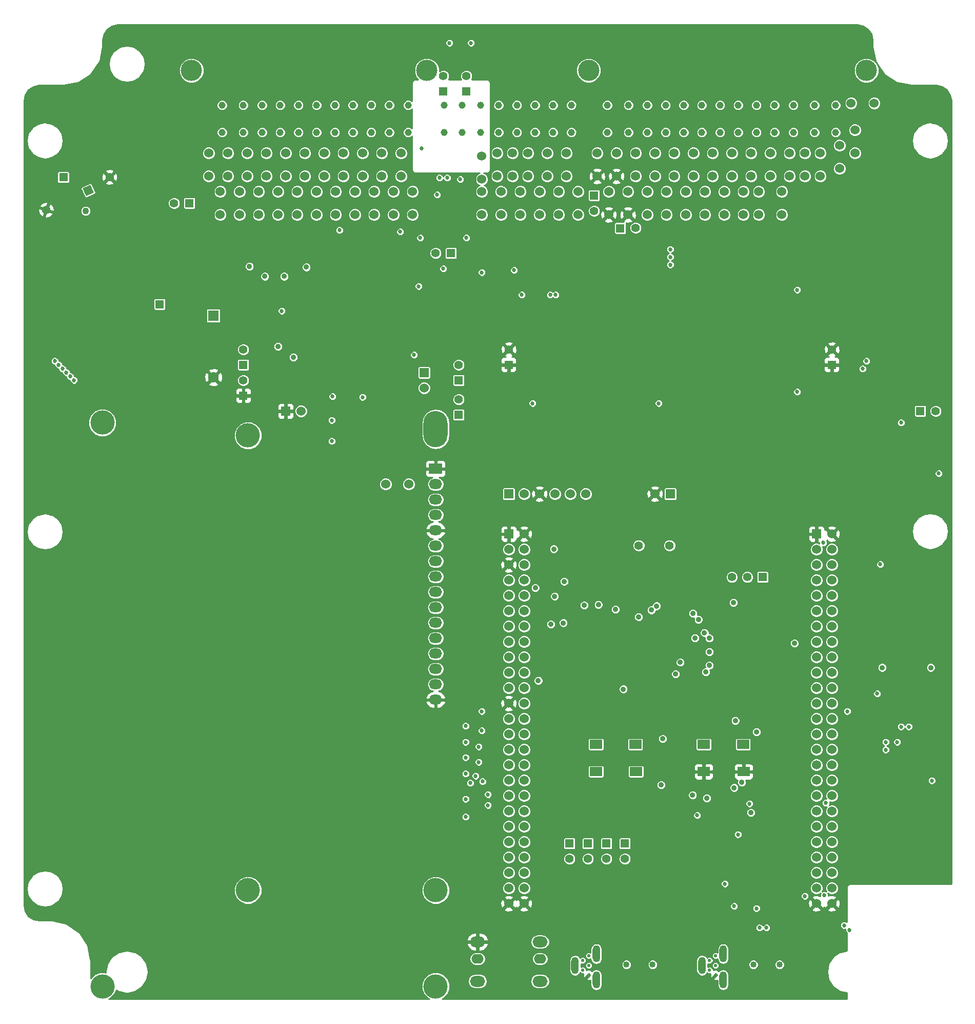
<source format=gbr>
G04 (created by PCBNEW (2013-07-07 BZR 4022)-stable) date 06/07/2014 12:08:28*
%MOIN*%
G04 Gerber Fmt 3.4, Leading zero omitted, Abs format*
%FSLAX34Y34*%
G01*
G70*
G90*
G04 APERTURE LIST*
%ADD10C,0.00393701*%
%ADD11C,0.1575*%
%ADD12O,0.085X0.065*%
%ADD13R,0.085X0.065*%
%ADD14O,0.15748X0.23622*%
%ADD15C,0.06*%
%ADD16C,0.0453*%
%ADD17C,0.1378*%
%ADD18R,0.055X0.055*%
%ADD19C,0.055*%
%ADD20R,0.06X0.06*%
%ADD21C,0.056*%
%ADD22R,0.0787402X0.0590551*%
%ADD23C,0.07*%
%ADD24R,0.07X0.07*%
%ADD25C,0.035*%
%ADD26C,0.022*%
%ADD27O,0.05X0.11*%
%ADD28C,0.04*%
%ADD29O,0.0787X0.063*%
%ADD30O,0.0984X0.0709*%
%ADD31C,0.027*%
%ADD32C,0.043*%
%ADD33C,0.065*%
%ADD34C,0.006*%
%ADD35C,0.0085*%
G04 APERTURE END LIST*
G54D10*
G54D11*
X57295Y-43084D03*
X57295Y-72612D03*
X69500Y-72612D03*
G54D12*
X69500Y-59250D03*
X69500Y-60250D03*
G54D13*
X69500Y-45250D03*
G54D12*
X69500Y-46250D03*
X69500Y-47250D03*
X69500Y-48250D03*
X69500Y-49250D03*
X69500Y-50250D03*
X69500Y-51250D03*
X69500Y-52250D03*
X69500Y-53250D03*
X69500Y-54250D03*
X69500Y-55250D03*
X69500Y-56250D03*
X69500Y-57250D03*
X69500Y-58250D03*
G54D14*
X69500Y-42667D03*
G54D11*
X69500Y-78864D03*
X47845Y-42250D03*
X47846Y-78864D03*
G54D15*
X78000Y-24750D03*
X78000Y-26250D03*
X61000Y-24750D03*
X61000Y-26250D03*
X59750Y-24750D03*
X59750Y-26250D03*
X58500Y-24750D03*
X58500Y-26250D03*
X57250Y-24750D03*
X57250Y-26250D03*
X54750Y-24750D03*
X54750Y-26250D03*
X56000Y-24750D03*
X56000Y-26250D03*
X66250Y-46250D03*
X67750Y-46250D03*
X87000Y-27250D03*
X87000Y-28750D03*
G54D16*
X55621Y-21628D03*
X55621Y-23400D03*
X56998Y-23400D03*
X56998Y-21628D03*
X61762Y-21628D03*
X61762Y-23400D03*
X60581Y-23400D03*
X60581Y-21628D03*
X58219Y-21628D03*
X58219Y-23400D03*
X59400Y-23400D03*
X59400Y-21628D03*
X64124Y-21628D03*
X64124Y-23400D03*
X62943Y-23400D03*
X62943Y-21628D03*
X65305Y-21628D03*
X65305Y-23400D03*
X66486Y-23400D03*
X66486Y-21628D03*
X73592Y-21628D03*
X73592Y-23400D03*
X72411Y-23400D03*
X72411Y-21628D03*
X70049Y-21628D03*
X70049Y-23400D03*
X71230Y-23400D03*
X71230Y-21628D03*
X75955Y-21628D03*
X75955Y-23400D03*
X74774Y-23400D03*
X74774Y-21628D03*
X77136Y-21628D03*
X77136Y-23400D03*
X67707Y-21628D03*
X67707Y-23400D03*
X78317Y-23400D03*
X78317Y-21628D03*
X82036Y-23400D03*
X82036Y-21628D03*
X80658Y-23400D03*
X80658Y-21628D03*
X86801Y-23400D03*
X86801Y-21628D03*
X85620Y-23400D03*
X85620Y-21628D03*
X83258Y-23400D03*
X83258Y-21628D03*
X84439Y-23400D03*
X84439Y-21628D03*
X89163Y-23400D03*
X89163Y-21628D03*
X87982Y-23400D03*
X87982Y-21628D03*
X90344Y-23400D03*
X90344Y-21628D03*
X91525Y-23400D03*
X91525Y-21628D03*
X92746Y-23400D03*
X92746Y-21628D03*
X94124Y-23400D03*
X94124Y-21628D03*
G54D17*
X53632Y-19384D03*
X68927Y-19384D03*
X79439Y-19384D03*
G54D16*
X95502Y-23400D03*
X95502Y-21628D03*
G54D17*
X97490Y-19384D03*
G54D15*
X75500Y-24750D03*
X75500Y-26250D03*
X77500Y-27250D03*
X77500Y-28750D03*
X76750Y-24750D03*
X76750Y-26250D03*
X78750Y-27250D03*
X78750Y-28750D03*
X80750Y-27250D03*
X80750Y-28750D03*
X80000Y-24750D03*
X80000Y-26250D03*
X82000Y-27250D03*
X82000Y-28750D03*
X81250Y-24750D03*
X81250Y-26250D03*
X83250Y-27250D03*
X83250Y-28750D03*
X82500Y-24750D03*
X82500Y-26250D03*
X84500Y-27250D03*
X84500Y-28750D03*
X83750Y-24750D03*
X83750Y-26250D03*
X85750Y-27250D03*
X85750Y-28750D03*
X85000Y-24750D03*
X85000Y-26250D03*
X76250Y-27250D03*
X76250Y-28750D03*
X86250Y-24750D03*
X86250Y-26250D03*
X88250Y-27250D03*
X88250Y-28750D03*
X87500Y-24750D03*
X87500Y-26250D03*
X89500Y-27250D03*
X89500Y-28750D03*
X88750Y-24750D03*
X88750Y-26250D03*
X90500Y-27250D03*
X90500Y-28750D03*
X90000Y-24750D03*
X90000Y-26250D03*
X92000Y-27250D03*
X92000Y-28750D03*
X91250Y-24750D03*
X91250Y-26250D03*
X93500Y-24750D03*
X93500Y-26250D03*
X92500Y-24750D03*
X92500Y-26250D03*
X95750Y-24250D03*
X95750Y-25750D03*
X94500Y-24750D03*
X94500Y-26250D03*
X96750Y-23250D03*
X96750Y-24750D03*
X96500Y-21500D03*
X98000Y-21500D03*
X65500Y-27250D03*
X65500Y-28750D03*
X56750Y-27250D03*
X56750Y-28750D03*
X58000Y-27250D03*
X58000Y-28750D03*
X59250Y-27250D03*
X59250Y-28750D03*
X60500Y-27250D03*
X60500Y-28750D03*
X61750Y-27250D03*
X61750Y-28750D03*
X63000Y-27250D03*
X63000Y-28750D03*
X62250Y-24750D03*
X62250Y-26250D03*
X64250Y-27250D03*
X64250Y-28750D03*
X63500Y-24750D03*
X63500Y-26250D03*
X55500Y-27250D03*
X55500Y-28750D03*
X64750Y-24750D03*
X64750Y-26250D03*
X66750Y-27250D03*
X66750Y-28750D03*
X66000Y-24750D03*
X66000Y-26250D03*
X68000Y-27250D03*
X68000Y-28750D03*
X67250Y-24750D03*
X67250Y-26250D03*
X72500Y-27250D03*
X72500Y-28750D03*
X72500Y-24950D03*
X72500Y-26450D03*
G54D18*
X74250Y-38500D03*
G54D19*
X74250Y-37500D03*
G54D18*
X95250Y-38500D03*
G54D19*
X95250Y-37500D03*
G54D18*
X70500Y-31250D03*
G54D19*
X69500Y-31250D03*
G54D18*
X78200Y-69584D03*
G54D19*
X78200Y-70584D03*
G54D18*
X79400Y-69584D03*
G54D19*
X79400Y-70584D03*
G54D18*
X80600Y-69584D03*
G54D19*
X80600Y-70584D03*
G54D18*
X81800Y-69584D03*
G54D19*
X81800Y-70584D03*
G54D18*
X90750Y-52284D03*
G54D19*
X89750Y-52284D03*
X88750Y-52284D03*
G54D20*
X74250Y-49484D03*
G54D15*
X75250Y-49484D03*
X74250Y-50484D03*
X75250Y-50484D03*
X74250Y-51484D03*
X75250Y-51484D03*
X74250Y-52484D03*
X75250Y-52484D03*
X74250Y-53484D03*
X75250Y-53484D03*
X74250Y-54484D03*
X75250Y-54484D03*
X74250Y-55484D03*
X75250Y-55484D03*
X74250Y-56484D03*
X75250Y-56484D03*
X74250Y-57484D03*
X75250Y-57484D03*
X74250Y-58484D03*
X75250Y-58484D03*
X74250Y-59484D03*
X75250Y-59484D03*
X74250Y-60484D03*
X75250Y-60484D03*
X74250Y-61484D03*
X75250Y-61484D03*
X74250Y-62484D03*
X75250Y-62484D03*
X74250Y-63484D03*
X75250Y-63484D03*
X74250Y-64484D03*
X75250Y-64484D03*
X74250Y-65484D03*
X75250Y-65484D03*
X74250Y-66484D03*
X75250Y-66484D03*
X74250Y-67484D03*
X75250Y-67484D03*
X74250Y-68484D03*
X75250Y-68484D03*
X74250Y-69484D03*
X75250Y-69484D03*
X74250Y-70484D03*
X75250Y-70484D03*
X74250Y-71484D03*
X75250Y-71484D03*
X74250Y-72484D03*
X75250Y-72484D03*
X74250Y-73484D03*
X75250Y-73484D03*
G54D20*
X94250Y-49484D03*
G54D15*
X95250Y-49484D03*
X94250Y-50484D03*
X95250Y-50484D03*
X94250Y-51484D03*
X95250Y-51484D03*
X94250Y-52484D03*
X95250Y-52484D03*
X94250Y-53484D03*
X95250Y-53484D03*
X94250Y-54484D03*
X95250Y-54484D03*
X94250Y-55484D03*
X95250Y-55484D03*
X94250Y-56484D03*
X95250Y-56484D03*
X94250Y-57484D03*
X95250Y-57484D03*
X94250Y-58484D03*
X95250Y-58484D03*
X94250Y-59484D03*
X95250Y-59484D03*
X94250Y-60484D03*
X95250Y-60484D03*
X94250Y-61484D03*
X95250Y-61484D03*
X94250Y-62484D03*
X95250Y-62484D03*
X94250Y-63484D03*
X95250Y-63484D03*
X94250Y-64484D03*
X95250Y-64484D03*
X94250Y-65484D03*
X95250Y-65484D03*
X94250Y-66484D03*
X95250Y-66484D03*
X94250Y-67484D03*
X95250Y-67484D03*
X94250Y-68484D03*
X95250Y-68484D03*
X94250Y-69484D03*
X95250Y-69484D03*
X94250Y-70484D03*
X95250Y-70484D03*
X94250Y-71484D03*
X95250Y-71484D03*
X94250Y-72484D03*
X95250Y-72484D03*
X94250Y-73484D03*
X95250Y-73484D03*
G54D20*
X84750Y-46884D03*
G54D15*
X83750Y-46884D03*
G54D20*
X74250Y-46884D03*
G54D15*
X75250Y-46884D03*
X76250Y-46884D03*
X77250Y-46884D03*
X78250Y-46884D03*
X79250Y-46884D03*
G54D21*
X82700Y-50234D03*
X84700Y-50234D03*
G54D22*
X86920Y-63148D03*
X89479Y-63148D03*
X89518Y-64919D03*
X86920Y-64919D03*
X79920Y-63148D03*
X82479Y-63148D03*
X82518Y-64919D03*
X79920Y-64919D03*
G54D18*
X51556Y-34560D03*
G54D23*
X55056Y-39310D03*
G54D24*
X55056Y-35310D03*
G54D10*
G36*
X46782Y-27541D02*
X46550Y-27043D01*
X47048Y-26810D01*
X47281Y-27309D01*
X46782Y-27541D01*
X46782Y-27541D01*
G37*
G54D19*
X44196Y-28443D03*
G54D18*
X45306Y-26310D03*
G54D19*
X48306Y-26310D03*
G54D18*
X53500Y-28000D03*
G54D19*
X52500Y-28000D03*
G54D20*
X59750Y-41500D03*
G54D15*
X60750Y-41500D03*
G54D18*
X71000Y-41750D03*
G54D19*
X71000Y-40750D03*
G54D18*
X71000Y-39500D03*
G54D19*
X71000Y-38500D03*
G54D25*
X101673Y-58158D03*
X98524Y-58158D03*
G54D18*
X81500Y-29625D03*
G54D19*
X82500Y-29600D03*
G54D18*
X79800Y-27500D03*
G54D19*
X79800Y-28500D03*
G54D18*
X101000Y-41500D03*
G54D19*
X102000Y-41500D03*
G54D18*
X57000Y-38500D03*
G54D19*
X57000Y-37500D03*
G54D18*
X57000Y-40500D03*
G54D19*
X57000Y-39500D03*
G54D20*
X68750Y-39000D03*
G54D15*
X68750Y-40000D03*
X74500Y-24750D03*
X74500Y-26250D03*
X75000Y-27250D03*
X75000Y-28750D03*
X73500Y-24750D03*
X73500Y-26250D03*
X73750Y-27250D03*
X73750Y-28750D03*
G54D26*
X79446Y-76870D03*
X79053Y-77185D03*
X79446Y-77500D03*
X79053Y-77814D03*
X79446Y-78129D03*
G54D27*
X78561Y-77500D03*
X79938Y-76751D03*
X79938Y-78444D03*
G54D28*
X81900Y-77450D03*
X83600Y-77450D03*
X90150Y-77450D03*
X91850Y-77450D03*
G54D26*
X87696Y-76870D03*
X87303Y-77185D03*
X87696Y-77500D03*
X87303Y-77814D03*
X87696Y-78129D03*
G54D27*
X86811Y-77500D03*
X88188Y-76751D03*
X88188Y-78444D03*
G54D18*
X71500Y-20750D03*
G54D19*
X71500Y-19750D03*
G54D18*
X70000Y-20750D03*
G54D19*
X70000Y-19750D03*
G54D29*
X72222Y-77072D03*
X76278Y-77072D03*
G54D30*
X76278Y-75970D03*
X72222Y-75970D03*
X76278Y-78530D03*
X72222Y-78530D03*
G54D25*
X76170Y-59004D03*
X77800Y-55259D03*
G54D31*
X84750Y-32000D03*
X101750Y-65500D03*
X70400Y-17600D03*
X71800Y-17600D03*
X72500Y-32500D03*
X93000Y-40250D03*
X84000Y-41000D03*
X75800Y-41000D03*
X68400Y-33400D03*
X71500Y-30250D03*
X68500Y-30250D03*
X88900Y-73650D03*
X88300Y-72200D03*
X68100Y-37850D03*
X62800Y-40550D03*
X62750Y-42100D03*
X76950Y-33950D03*
X77300Y-33950D03*
X75100Y-33950D03*
X74600Y-32350D03*
X93000Y-33632D03*
X45250Y-38750D03*
X45500Y-39000D03*
X45750Y-39250D03*
X46000Y-39500D03*
X45000Y-38500D03*
X44750Y-38250D03*
X69600Y-27450D03*
G54D25*
X77175Y-50459D03*
X81700Y-59559D03*
X88975Y-61609D03*
X88850Y-53934D03*
X84150Y-65784D03*
X81185Y-54384D03*
X83522Y-54423D03*
G54D31*
X62750Y-43450D03*
X64750Y-40600D03*
X67200Y-29850D03*
X63250Y-29750D03*
G54D32*
X46750Y-28500D03*
G54D25*
X83866Y-54158D03*
X75975Y-52984D03*
X80073Y-54068D03*
X77850Y-52564D03*
X77235Y-53529D03*
G54D31*
X98200Y-59850D03*
X98400Y-51450D03*
X100250Y-62000D03*
X84750Y-31500D03*
X97250Y-38750D03*
X99750Y-42250D03*
X84750Y-31000D03*
X97500Y-38250D03*
X102200Y-45550D03*
X96250Y-61000D03*
X93500Y-73000D03*
X70000Y-32250D03*
X59500Y-35000D03*
X96050Y-74900D03*
X71450Y-66700D03*
X71450Y-65050D03*
X96400Y-75200D03*
X71450Y-67850D03*
G54D25*
X85400Y-57821D03*
G54D31*
X71450Y-64000D03*
X71450Y-61950D03*
X71450Y-63000D03*
G54D25*
X58400Y-32755D03*
X57400Y-32105D03*
X61100Y-32155D03*
X59650Y-32755D03*
X60250Y-38005D03*
X59250Y-37305D03*
X86225Y-54634D03*
X86576Y-55038D03*
G54D31*
X99500Y-63000D03*
X91000Y-75050D03*
X90550Y-75050D03*
X94700Y-50050D03*
X94750Y-72950D03*
G54D25*
X92825Y-56584D03*
G54D31*
X89150Y-69000D03*
X89900Y-67000D03*
G54D25*
X86200Y-66434D03*
X88900Y-65959D03*
X89400Y-65609D03*
X87125Y-66634D03*
X86351Y-56242D03*
X86969Y-55895D03*
X89990Y-67584D03*
G54D31*
X86500Y-67750D03*
X71750Y-65650D03*
X72900Y-66400D03*
X72550Y-65550D03*
X72900Y-67100D03*
X98750Y-63000D03*
G54D25*
X87284Y-56253D03*
G54D31*
X98750Y-63500D03*
X99750Y-62000D03*
X94850Y-66950D03*
G54D25*
X90350Y-62334D03*
X85095Y-58580D03*
X87289Y-58019D03*
X87058Y-58451D03*
X87289Y-57143D03*
G54D31*
X72300Y-63300D03*
X72300Y-64300D03*
X72100Y-65200D03*
X72500Y-61000D03*
X72500Y-62250D03*
X102750Y-64250D03*
X96750Y-64750D03*
X97500Y-63500D03*
X86550Y-66850D03*
X80000Y-73750D03*
X102750Y-61750D03*
X102250Y-58750D03*
X85500Y-41000D03*
X93750Y-41000D03*
X77250Y-41000D03*
X59550Y-32200D03*
G54D33*
X54306Y-32060D03*
X55056Y-32810D03*
G54D31*
X58650Y-32250D03*
X70500Y-36950D03*
X70400Y-36050D03*
X63200Y-39450D03*
X63600Y-37700D03*
X85450Y-61750D03*
X97350Y-58350D03*
X98800Y-57050D03*
X97050Y-61800D03*
X76500Y-31450D03*
X76300Y-31700D03*
X75950Y-31700D03*
X75500Y-31600D03*
X75800Y-31450D03*
X76150Y-31450D03*
X87300Y-76350D03*
X92250Y-72750D03*
X92250Y-74750D03*
X89900Y-73800D03*
X94750Y-45750D03*
X99750Y-45750D03*
X56600Y-33300D03*
X56950Y-33300D03*
X57350Y-33300D03*
X57800Y-33300D03*
X57550Y-33550D03*
X57200Y-33550D03*
X56800Y-33555D03*
X56600Y-33850D03*
X56950Y-33850D03*
X57350Y-33850D03*
X57800Y-33850D03*
X62000Y-36350D03*
X70500Y-28250D03*
X68750Y-29000D03*
X71250Y-29000D03*
X101000Y-62000D03*
X79700Y-75750D03*
X91900Y-76900D03*
X89100Y-71050D03*
X89350Y-73900D03*
X89750Y-73000D03*
X88100Y-73800D03*
X86000Y-79000D03*
X86000Y-76000D03*
X77000Y-79000D03*
X78000Y-76250D03*
X100250Y-46250D03*
X73350Y-30400D03*
X73600Y-30050D03*
X73700Y-29550D03*
X74150Y-29550D03*
X73950Y-29850D03*
X73950Y-30250D03*
X74350Y-30250D03*
X74350Y-29850D03*
X74600Y-29550D03*
X74950Y-29550D03*
X75300Y-29550D03*
X75650Y-29550D03*
X76050Y-29550D03*
X76350Y-29550D03*
X76550Y-29850D03*
X76200Y-29850D03*
X75850Y-29850D03*
X75450Y-30050D03*
X64750Y-30500D03*
X66750Y-42250D03*
X79750Y-29950D03*
X81600Y-33450D03*
X80700Y-34850D03*
X80350Y-34850D03*
X80200Y-34500D03*
X80550Y-34500D03*
X80400Y-34150D03*
X80400Y-33800D03*
X80200Y-33550D03*
X80400Y-33350D03*
X74100Y-31650D03*
X74450Y-31350D03*
X80650Y-30900D03*
X80650Y-31400D03*
X76500Y-35000D03*
X76400Y-34750D03*
X76750Y-34750D03*
X76200Y-34400D03*
X76600Y-34400D03*
X76400Y-34100D03*
X76300Y-33700D03*
X76600Y-33750D03*
X76600Y-33400D03*
X77250Y-33100D03*
X76900Y-33100D03*
X76550Y-33100D03*
X76250Y-33400D03*
X74550Y-33050D03*
X75000Y-33100D03*
X75350Y-33300D03*
X100400Y-22350D03*
X101750Y-21000D03*
X102350Y-21550D03*
X102650Y-21350D03*
X102450Y-21000D03*
X102150Y-20750D03*
X102050Y-21250D03*
X101750Y-21450D03*
X99100Y-20200D03*
X98900Y-20500D03*
X98200Y-20900D03*
X98700Y-20850D03*
X99100Y-20800D03*
X99350Y-20550D03*
X99700Y-20650D03*
X99900Y-21100D03*
X99450Y-21100D03*
X99650Y-21500D03*
X99850Y-21800D03*
X99450Y-21800D03*
X99150Y-21650D03*
X99050Y-21250D03*
X98600Y-21250D03*
X98750Y-21650D03*
X93100Y-30300D03*
X92750Y-30300D03*
X92900Y-30050D03*
X93150Y-29800D03*
X92750Y-29750D03*
X92950Y-29500D03*
X92650Y-28850D03*
X96800Y-33400D03*
G54D25*
X93600Y-34857D03*
X92800Y-31007D03*
G54D31*
X92950Y-31700D03*
X92950Y-31400D03*
X93150Y-31200D03*
X94000Y-32900D03*
X94100Y-31550D03*
X94450Y-31650D03*
X94750Y-31500D03*
X94950Y-31700D03*
X94000Y-33250D03*
X93350Y-33100D03*
X93650Y-33250D03*
X94050Y-33650D03*
X94750Y-34850D03*
X95050Y-34950D03*
X95200Y-34650D03*
X94750Y-34450D03*
X95100Y-34300D03*
X94850Y-34150D03*
X95150Y-33900D03*
X94850Y-33850D03*
X95000Y-33150D03*
X95000Y-33500D03*
X101300Y-30000D03*
X99850Y-32150D03*
X99900Y-31400D03*
X99650Y-31750D03*
X99450Y-32050D03*
X99050Y-32100D03*
X98650Y-32100D03*
X98900Y-31750D03*
X99250Y-31700D03*
X99650Y-30850D03*
X99450Y-31350D03*
X99300Y-31050D03*
X99050Y-31350D03*
X98700Y-31350D03*
X98850Y-31000D03*
X98500Y-31000D03*
X98150Y-31000D03*
X97800Y-31000D03*
X99700Y-28050D03*
X99900Y-28200D03*
X99800Y-28500D03*
X99900Y-28800D03*
X99650Y-28900D03*
X99650Y-30250D03*
X99500Y-30100D03*
X99650Y-29850D03*
X99800Y-29200D03*
X99350Y-29200D03*
X99050Y-29200D03*
X98750Y-29200D03*
X98450Y-29200D03*
X98150Y-29200D03*
X97950Y-29450D03*
X98300Y-29450D03*
X98600Y-29450D03*
X98900Y-29450D03*
X99200Y-29450D03*
X99600Y-29450D03*
X99400Y-29650D03*
X99050Y-29650D03*
X98750Y-29650D03*
X98450Y-29650D03*
X98100Y-29650D03*
X97750Y-29650D03*
X97950Y-29900D03*
X98300Y-29900D03*
X98600Y-29900D03*
X98900Y-29900D03*
X99250Y-29900D03*
X99000Y-30100D03*
X98750Y-30100D03*
X98450Y-30100D03*
X98150Y-30100D03*
X97800Y-30100D03*
X97700Y-29050D03*
X97450Y-29300D03*
X97400Y-29000D03*
X97150Y-29200D03*
X97000Y-29000D03*
X96800Y-29150D03*
X96650Y-29000D03*
X96450Y-29150D03*
X96300Y-28900D03*
X96100Y-28650D03*
X96050Y-29100D03*
X96850Y-31600D03*
X96850Y-31250D03*
X97100Y-30750D03*
X97100Y-30450D03*
X97100Y-30150D03*
X97100Y-29837D03*
X96100Y-30500D03*
X96100Y-30000D03*
X95850Y-30250D03*
X95600Y-30000D03*
X95850Y-29750D03*
X96000Y-29500D03*
X95713Y-29463D03*
X95500Y-29700D03*
X95240Y-29950D03*
X95347Y-30252D03*
X95600Y-30400D03*
X95000Y-29100D03*
X94750Y-27000D03*
X94750Y-27500D03*
X94650Y-28500D03*
X94650Y-28000D03*
X94900Y-27750D03*
X94900Y-28250D03*
X94900Y-28750D03*
X102000Y-27500D03*
X102250Y-27250D03*
X102250Y-26250D03*
X102250Y-26750D03*
X101000Y-27250D03*
X101000Y-26750D03*
X100250Y-27500D03*
X101000Y-26250D03*
X101000Y-25750D03*
X100750Y-25500D03*
X100750Y-26000D03*
X100750Y-26500D03*
X100750Y-27000D03*
X100750Y-27500D03*
X100500Y-27250D03*
X100500Y-26750D03*
X100500Y-26250D03*
X100500Y-25750D03*
X100250Y-25500D03*
X100250Y-26000D03*
X100250Y-26500D03*
X100250Y-27000D03*
X100250Y-24500D03*
X100000Y-24750D03*
X99750Y-24500D03*
X100000Y-24250D03*
X99500Y-24250D03*
X98500Y-24000D03*
X98500Y-23500D03*
X98500Y-23000D03*
X98500Y-22500D03*
X98500Y-22000D03*
X98750Y-22250D03*
X98750Y-22750D03*
X98750Y-23250D03*
X98750Y-23750D03*
X99000Y-24000D03*
X99000Y-23500D03*
X99000Y-23000D03*
X99000Y-22500D03*
X99000Y-22000D03*
X99250Y-22250D03*
X99250Y-22750D03*
X99250Y-23250D03*
X99250Y-23750D03*
X98750Y-26250D03*
X98250Y-26250D03*
X97750Y-26250D03*
X97250Y-26250D03*
X97000Y-26500D03*
X97500Y-26500D03*
X98000Y-26500D03*
X98500Y-26500D03*
X98750Y-26750D03*
X98500Y-27000D03*
X98250Y-26750D03*
X98000Y-27000D03*
X97750Y-26750D03*
X97500Y-27000D03*
X97250Y-26750D03*
X97000Y-27000D03*
X79750Y-31500D03*
X94000Y-34750D03*
X52500Y-21500D03*
G54D25*
X92370Y-64884D03*
X78800Y-65384D03*
X78800Y-67984D03*
X76970Y-65384D03*
X77350Y-68809D03*
X82150Y-68084D03*
X77310Y-52344D03*
X79961Y-56815D03*
X92400Y-52984D03*
X92900Y-54409D03*
X89700Y-51434D03*
X87150Y-52384D03*
X87150Y-50184D03*
X82750Y-51234D03*
X92400Y-47584D03*
X81107Y-52276D03*
X78300Y-48884D03*
X81450Y-47534D03*
X80650Y-48334D03*
X78850Y-47884D03*
X78914Y-49892D03*
G54D33*
X51556Y-39060D03*
X49056Y-33560D03*
X49056Y-31810D03*
X52056Y-31310D03*
X52056Y-29810D03*
X53556Y-29810D03*
X52806Y-30560D03*
X53556Y-31310D03*
X52806Y-32060D03*
X52056Y-32810D03*
X52806Y-33560D03*
X53556Y-32810D03*
X55056Y-34310D03*
X54306Y-33560D03*
X55056Y-31310D03*
X54306Y-30560D03*
X50306Y-28810D03*
G54D25*
X90800Y-31057D03*
X88800Y-31007D03*
X86550Y-31007D03*
X84250Y-31007D03*
X82250Y-31007D03*
X74300Y-31007D03*
X78900Y-38757D03*
X73100Y-34857D03*
X75100Y-34857D03*
X77100Y-34857D03*
X79100Y-34857D03*
X81100Y-34857D03*
X83100Y-34857D03*
X85600Y-34857D03*
X87600Y-34857D03*
X89600Y-34857D03*
X91600Y-34857D03*
X82400Y-38757D03*
X87150Y-38757D03*
X90650Y-38757D03*
X95600Y-34857D03*
X93375Y-39157D03*
X85125Y-39132D03*
X76875Y-39132D03*
X60275Y-33855D03*
X60525Y-33355D03*
X60775Y-33855D03*
X61025Y-33355D03*
X61275Y-33855D03*
X61525Y-33355D03*
X59650Y-38505D03*
X59400Y-39005D03*
X59150Y-38505D03*
X58900Y-39005D03*
X58650Y-38505D03*
X58375Y-39005D03*
X57800Y-29505D03*
X59475Y-29455D03*
X60850Y-29505D03*
X56500Y-29555D03*
X58050Y-35305D03*
X59950Y-35355D03*
X59600Y-34405D03*
X58400Y-34405D03*
X57400Y-35055D03*
X61100Y-35055D03*
X59250Y-40255D03*
X60300Y-39505D03*
G54D31*
X90350Y-73800D03*
X68600Y-24450D03*
X70250Y-26350D03*
X69750Y-26350D03*
X71100Y-26450D03*
G54D25*
X76993Y-55349D03*
X84250Y-62784D03*
X82689Y-54867D03*
X79150Y-54115D03*
G54D34*
X97350Y-58350D02*
X97500Y-58350D01*
X97500Y-58350D02*
X98800Y-57050D01*
G54D10*
G36*
X103010Y-72207D02*
X102820Y-72207D01*
X102820Y-49348D01*
X102820Y-49309D01*
X102820Y-49270D01*
X102820Y-23980D01*
X102820Y-23940D01*
X102820Y-23901D01*
X102820Y-23901D01*
X102820Y-23901D01*
X102745Y-23525D01*
X102745Y-23524D01*
X102715Y-23451D01*
X102501Y-23131D01*
X102445Y-23075D01*
X102444Y-23075D01*
X102126Y-22862D01*
X102053Y-22832D01*
X102051Y-22832D01*
X101677Y-22757D01*
X101676Y-22756D01*
X101597Y-22756D01*
X101221Y-22831D01*
X101220Y-22831D01*
X101147Y-22862D01*
X100827Y-23076D01*
X100771Y-23132D01*
X100771Y-23133D01*
X100558Y-23451D01*
X100528Y-23524D01*
X100528Y-23525D01*
X100453Y-23901D01*
X100453Y-23901D01*
X100453Y-23901D01*
X100453Y-23940D01*
X100453Y-23980D01*
X100453Y-23980D01*
X100453Y-23980D01*
X100528Y-24355D01*
X100528Y-24357D01*
X100558Y-24430D01*
X100771Y-24748D01*
X100771Y-24749D01*
X100827Y-24805D01*
X101147Y-25019D01*
X101220Y-25049D01*
X101221Y-25049D01*
X101597Y-25124D01*
X101676Y-25124D01*
X101677Y-25124D01*
X102051Y-25049D01*
X102053Y-25049D01*
X102126Y-25019D01*
X102444Y-24806D01*
X102445Y-24805D01*
X102501Y-24750D01*
X102715Y-24430D01*
X102745Y-24357D01*
X102745Y-24356D01*
X102820Y-23980D01*
X102820Y-23980D01*
X102820Y-23980D01*
X102820Y-49270D01*
X102820Y-49270D01*
X102820Y-49269D01*
X102745Y-48894D01*
X102745Y-48892D01*
X102715Y-48819D01*
X102501Y-48500D01*
X102462Y-48461D01*
X102462Y-45498D01*
X102422Y-45401D01*
X102402Y-45381D01*
X102402Y-41420D01*
X102341Y-41272D01*
X102228Y-41158D01*
X102080Y-41097D01*
X101920Y-41097D01*
X101772Y-41158D01*
X101658Y-41271D01*
X101597Y-41419D01*
X101597Y-41579D01*
X101658Y-41727D01*
X101771Y-41841D01*
X101919Y-41902D01*
X102079Y-41902D01*
X102227Y-41841D01*
X102341Y-41728D01*
X102402Y-41580D01*
X102402Y-41420D01*
X102402Y-45381D01*
X102348Y-45327D01*
X102252Y-45287D01*
X102148Y-45287D01*
X102051Y-45327D01*
X101977Y-45401D01*
X101937Y-45497D01*
X101937Y-45601D01*
X101977Y-45698D01*
X102051Y-45772D01*
X102147Y-45812D01*
X102251Y-45812D01*
X102348Y-45772D01*
X102422Y-45698D01*
X102462Y-45602D01*
X102462Y-45498D01*
X102462Y-48461D01*
X102445Y-48444D01*
X102444Y-48443D01*
X102126Y-48231D01*
X102053Y-48200D01*
X102051Y-48200D01*
X101677Y-48126D01*
X101676Y-48125D01*
X101597Y-48125D01*
X101402Y-48164D01*
X101402Y-41749D01*
X101402Y-41199D01*
X101383Y-41152D01*
X101347Y-41116D01*
X101300Y-41097D01*
X101249Y-41097D01*
X100699Y-41097D01*
X100652Y-41116D01*
X100616Y-41152D01*
X100597Y-41199D01*
X100597Y-41250D01*
X100597Y-41800D01*
X100616Y-41847D01*
X100652Y-41883D01*
X100699Y-41902D01*
X100750Y-41902D01*
X101300Y-41902D01*
X101347Y-41883D01*
X101383Y-41847D01*
X101402Y-41800D01*
X101402Y-41749D01*
X101402Y-48164D01*
X101221Y-48200D01*
X101220Y-48200D01*
X101147Y-48230D01*
X100827Y-48444D01*
X100771Y-48500D01*
X100771Y-48502D01*
X100558Y-48819D01*
X100528Y-48892D01*
X100528Y-48894D01*
X100453Y-49269D01*
X100453Y-49270D01*
X100453Y-49270D01*
X100453Y-49309D01*
X100453Y-49348D01*
X100453Y-49349D01*
X100453Y-49349D01*
X100528Y-49724D01*
X100528Y-49726D01*
X100558Y-49799D01*
X100771Y-50116D01*
X100771Y-50118D01*
X100827Y-50174D01*
X101147Y-50388D01*
X101220Y-50418D01*
X101221Y-50418D01*
X101597Y-50493D01*
X101676Y-50493D01*
X101677Y-50492D01*
X102051Y-50418D01*
X102053Y-50418D01*
X102126Y-50387D01*
X102444Y-50175D01*
X102445Y-50174D01*
X102501Y-50118D01*
X102715Y-49799D01*
X102745Y-49726D01*
X102745Y-49724D01*
X102820Y-49349D01*
X102820Y-49348D01*
X102820Y-49348D01*
X102820Y-72207D01*
X102012Y-72207D01*
X102012Y-65448D01*
X101976Y-65359D01*
X101976Y-58098D01*
X101930Y-57987D01*
X101845Y-57902D01*
X101734Y-57856D01*
X101613Y-57856D01*
X101502Y-57902D01*
X101417Y-57987D01*
X101371Y-58098D01*
X101371Y-58218D01*
X101417Y-58329D01*
X101502Y-58414D01*
X101613Y-58461D01*
X101733Y-58461D01*
X101844Y-58415D01*
X101929Y-58330D01*
X101976Y-58219D01*
X101976Y-58098D01*
X101976Y-65359D01*
X101972Y-65351D01*
X101898Y-65277D01*
X101802Y-65237D01*
X101698Y-65237D01*
X101601Y-65277D01*
X101527Y-65351D01*
X101487Y-65447D01*
X101487Y-65551D01*
X101527Y-65648D01*
X101601Y-65722D01*
X101697Y-65762D01*
X101801Y-65762D01*
X101898Y-65722D01*
X101972Y-65648D01*
X102012Y-65552D01*
X102012Y-65448D01*
X102012Y-72207D01*
X100512Y-72207D01*
X100512Y-61948D01*
X100472Y-61851D01*
X100398Y-61777D01*
X100302Y-61737D01*
X100198Y-61737D01*
X100101Y-61777D01*
X100027Y-61851D01*
X100012Y-61887D01*
X100012Y-42198D01*
X99972Y-42101D01*
X99898Y-42027D01*
X99802Y-41987D01*
X99698Y-41987D01*
X99601Y-42027D01*
X99527Y-42101D01*
X99487Y-42197D01*
X99487Y-42301D01*
X99527Y-42398D01*
X99601Y-42472D01*
X99697Y-42512D01*
X99801Y-42512D01*
X99898Y-42472D01*
X99972Y-42398D01*
X100012Y-42302D01*
X100012Y-42198D01*
X100012Y-61887D01*
X99999Y-61917D01*
X99972Y-61851D01*
X99898Y-61777D01*
X99802Y-61737D01*
X99698Y-61737D01*
X99601Y-61777D01*
X99527Y-61851D01*
X99487Y-61947D01*
X99487Y-62051D01*
X99527Y-62148D01*
X99601Y-62222D01*
X99697Y-62262D01*
X99801Y-62262D01*
X99898Y-62222D01*
X99972Y-62148D01*
X100000Y-62082D01*
X100027Y-62148D01*
X100101Y-62222D01*
X100197Y-62262D01*
X100301Y-62262D01*
X100398Y-62222D01*
X100472Y-62148D01*
X100512Y-62052D01*
X100512Y-61948D01*
X100512Y-72207D01*
X99762Y-72207D01*
X99762Y-62948D01*
X99722Y-62851D01*
X99648Y-62777D01*
X99552Y-62737D01*
X99448Y-62737D01*
X99351Y-62777D01*
X99277Y-62851D01*
X99237Y-62947D01*
X99237Y-63051D01*
X99277Y-63148D01*
X99351Y-63222D01*
X99447Y-63262D01*
X99551Y-63262D01*
X99648Y-63222D01*
X99722Y-63148D01*
X99762Y-63052D01*
X99762Y-62948D01*
X99762Y-72207D01*
X99012Y-72207D01*
X99012Y-63448D01*
X98972Y-63351D01*
X98898Y-63277D01*
X98832Y-63249D01*
X98898Y-63222D01*
X98972Y-63148D01*
X99012Y-63052D01*
X99012Y-62948D01*
X98972Y-62851D01*
X98898Y-62777D01*
X98826Y-62747D01*
X98826Y-58098D01*
X98780Y-57987D01*
X98695Y-57902D01*
X98662Y-57888D01*
X98662Y-51398D01*
X98622Y-51301D01*
X98548Y-51227D01*
X98452Y-51187D01*
X98427Y-51187D01*
X98427Y-21415D01*
X98362Y-21258D01*
X98242Y-21137D01*
X98085Y-21072D01*
X97915Y-21072D01*
X97758Y-21137D01*
X97637Y-21257D01*
X97572Y-21414D01*
X97572Y-21584D01*
X97637Y-21741D01*
X97757Y-21862D01*
X97914Y-21927D01*
X98084Y-21927D01*
X98241Y-21862D01*
X98362Y-21742D01*
X98427Y-21585D01*
X98427Y-21415D01*
X98427Y-51187D01*
X98348Y-51187D01*
X98251Y-51227D01*
X98177Y-51301D01*
X98137Y-51397D01*
X98137Y-51501D01*
X98177Y-51598D01*
X98251Y-51672D01*
X98347Y-51712D01*
X98451Y-51712D01*
X98548Y-51672D01*
X98622Y-51598D01*
X98662Y-51502D01*
X98662Y-51398D01*
X98662Y-57888D01*
X98584Y-57856D01*
X98464Y-57856D01*
X98352Y-57902D01*
X98267Y-57987D01*
X98221Y-58098D01*
X98221Y-58218D01*
X98267Y-58329D01*
X98352Y-58414D01*
X98463Y-58461D01*
X98583Y-58461D01*
X98695Y-58415D01*
X98780Y-58330D01*
X98826Y-58219D01*
X98826Y-58098D01*
X98826Y-62747D01*
X98802Y-62737D01*
X98698Y-62737D01*
X98601Y-62777D01*
X98527Y-62851D01*
X98487Y-62947D01*
X98487Y-63051D01*
X98527Y-63148D01*
X98601Y-63222D01*
X98667Y-63250D01*
X98601Y-63277D01*
X98527Y-63351D01*
X98487Y-63447D01*
X98487Y-63551D01*
X98527Y-63648D01*
X98601Y-63722D01*
X98697Y-63762D01*
X98801Y-63762D01*
X98898Y-63722D01*
X98972Y-63648D01*
X99012Y-63552D01*
X99012Y-63448D01*
X99012Y-72207D01*
X98462Y-72207D01*
X98462Y-59798D01*
X98422Y-59701D01*
X98348Y-59627D01*
X98252Y-59587D01*
X98148Y-59587D01*
X98051Y-59627D01*
X97977Y-59701D01*
X97937Y-59797D01*
X97937Y-59901D01*
X97977Y-59998D01*
X98051Y-60072D01*
X98147Y-60112D01*
X98251Y-60112D01*
X98348Y-60072D01*
X98422Y-59998D01*
X98462Y-59902D01*
X98462Y-59798D01*
X98462Y-72207D01*
X97762Y-72207D01*
X97762Y-38198D01*
X97722Y-38101D01*
X97648Y-38027D01*
X97552Y-37987D01*
X97448Y-37987D01*
X97351Y-38027D01*
X97277Y-38101D01*
X97237Y-38197D01*
X97237Y-38301D01*
X97277Y-38398D01*
X97351Y-38472D01*
X97447Y-38512D01*
X97551Y-38512D01*
X97648Y-38472D01*
X97722Y-38398D01*
X97762Y-38302D01*
X97762Y-38198D01*
X97762Y-72207D01*
X97512Y-72207D01*
X97512Y-38698D01*
X97472Y-38601D01*
X97398Y-38527D01*
X97302Y-38487D01*
X97198Y-38487D01*
X97177Y-38495D01*
X97177Y-24665D01*
X97177Y-23165D01*
X97112Y-23008D01*
X96992Y-22887D01*
X96927Y-22860D01*
X96927Y-21415D01*
X96862Y-21258D01*
X96742Y-21137D01*
X96585Y-21072D01*
X96415Y-21072D01*
X96258Y-21137D01*
X96137Y-21257D01*
X96072Y-21414D01*
X96072Y-21584D01*
X96137Y-21741D01*
X96257Y-21862D01*
X96414Y-21927D01*
X96584Y-21927D01*
X96741Y-21862D01*
X96862Y-21742D01*
X96927Y-21585D01*
X96927Y-21415D01*
X96927Y-22860D01*
X96835Y-22822D01*
X96665Y-22822D01*
X96508Y-22887D01*
X96387Y-23007D01*
X96322Y-23164D01*
X96322Y-23334D01*
X96387Y-23491D01*
X96507Y-23612D01*
X96664Y-23677D01*
X96834Y-23677D01*
X96991Y-23612D01*
X97112Y-23492D01*
X97177Y-23335D01*
X97177Y-23165D01*
X97177Y-24665D01*
X97112Y-24508D01*
X96992Y-24387D01*
X96835Y-24322D01*
X96665Y-24322D01*
X96508Y-24387D01*
X96387Y-24507D01*
X96322Y-24664D01*
X96322Y-24834D01*
X96387Y-24991D01*
X96507Y-25112D01*
X96664Y-25177D01*
X96834Y-25177D01*
X96991Y-25112D01*
X97112Y-24992D01*
X97177Y-24835D01*
X97177Y-24665D01*
X97177Y-38495D01*
X97101Y-38527D01*
X97027Y-38601D01*
X96987Y-38697D01*
X96987Y-38801D01*
X97027Y-38898D01*
X97101Y-38972D01*
X97197Y-39012D01*
X97301Y-39012D01*
X97398Y-38972D01*
X97472Y-38898D01*
X97512Y-38802D01*
X97512Y-38698D01*
X97512Y-72207D01*
X96512Y-72207D01*
X96512Y-60948D01*
X96472Y-60851D01*
X96398Y-60777D01*
X96302Y-60737D01*
X96198Y-60737D01*
X96177Y-60745D01*
X96177Y-25665D01*
X96177Y-24165D01*
X96112Y-24008D01*
X95992Y-23887D01*
X95856Y-23831D01*
X95856Y-23329D01*
X95856Y-21557D01*
X95802Y-21427D01*
X95702Y-21328D01*
X95572Y-21274D01*
X95431Y-21273D01*
X95301Y-21327D01*
X95202Y-21427D01*
X95148Y-21557D01*
X95147Y-21698D01*
X95201Y-21828D01*
X95301Y-21927D01*
X95431Y-21981D01*
X95572Y-21982D01*
X95702Y-21928D01*
X95801Y-21828D01*
X95855Y-21698D01*
X95856Y-21557D01*
X95856Y-23329D01*
X95802Y-23199D01*
X95702Y-23100D01*
X95572Y-23046D01*
X95431Y-23045D01*
X95301Y-23099D01*
X95202Y-23199D01*
X95148Y-23329D01*
X95147Y-23470D01*
X95201Y-23600D01*
X95301Y-23699D01*
X95431Y-23753D01*
X95572Y-23754D01*
X95702Y-23700D01*
X95801Y-23600D01*
X95855Y-23470D01*
X95856Y-23329D01*
X95856Y-23831D01*
X95835Y-23822D01*
X95665Y-23822D01*
X95508Y-23887D01*
X95387Y-24007D01*
X95322Y-24164D01*
X95322Y-24334D01*
X95387Y-24491D01*
X95507Y-24612D01*
X95664Y-24677D01*
X95834Y-24677D01*
X95991Y-24612D01*
X96112Y-24492D01*
X96177Y-24335D01*
X96177Y-24165D01*
X96177Y-25665D01*
X96112Y-25508D01*
X95992Y-25387D01*
X95835Y-25322D01*
X95665Y-25322D01*
X95508Y-25387D01*
X95387Y-25507D01*
X95322Y-25664D01*
X95322Y-25834D01*
X95387Y-25991D01*
X95507Y-26112D01*
X95664Y-26177D01*
X95834Y-26177D01*
X95991Y-26112D01*
X96112Y-25992D01*
X96177Y-25835D01*
X96177Y-25665D01*
X96177Y-60745D01*
X96101Y-60777D01*
X96027Y-60851D01*
X95987Y-60947D01*
X95987Y-61051D01*
X96027Y-61148D01*
X96101Y-61222D01*
X96197Y-61262D01*
X96301Y-61262D01*
X96398Y-61222D01*
X96472Y-61148D01*
X96512Y-61052D01*
X96512Y-60948D01*
X96512Y-72207D01*
X96445Y-72207D01*
X96356Y-72225D01*
X96277Y-72277D01*
X96225Y-72356D01*
X96207Y-72445D01*
X96207Y-74686D01*
X96198Y-74677D01*
X96102Y-74637D01*
X95998Y-74637D01*
X95901Y-74677D01*
X95827Y-74751D01*
X95798Y-74821D01*
X95798Y-73556D01*
X95798Y-49556D01*
X95784Y-49341D01*
X95773Y-49314D01*
X95773Y-37566D01*
X95759Y-37361D01*
X95708Y-37238D01*
X95618Y-37212D01*
X95537Y-37294D01*
X95537Y-37131D01*
X95511Y-37041D01*
X95316Y-36976D01*
X95111Y-36990D01*
X94988Y-37041D01*
X94962Y-37131D01*
X95250Y-37418D01*
X95537Y-37131D01*
X95537Y-37294D01*
X95331Y-37500D01*
X95618Y-37787D01*
X95708Y-37761D01*
X95773Y-37566D01*
X95773Y-49314D01*
X95767Y-49300D01*
X95767Y-38823D01*
X95767Y-38176D01*
X95730Y-38087D01*
X95662Y-38019D01*
X95573Y-37982D01*
X95476Y-37982D01*
X95453Y-37982D01*
X95511Y-37958D01*
X95537Y-37868D01*
X95250Y-37581D01*
X95168Y-37662D01*
X95168Y-37500D01*
X94927Y-37258D01*
X94927Y-26165D01*
X94927Y-24665D01*
X94862Y-24508D01*
X94742Y-24387D01*
X94585Y-24322D01*
X94478Y-24322D01*
X94478Y-23329D01*
X94478Y-21557D01*
X94424Y-21427D01*
X94324Y-21328D01*
X94194Y-21274D01*
X94053Y-21273D01*
X93923Y-21327D01*
X93824Y-21427D01*
X93770Y-21557D01*
X93769Y-21698D01*
X93823Y-21828D01*
X93923Y-21927D01*
X94053Y-21981D01*
X94194Y-21982D01*
X94324Y-21928D01*
X94423Y-21828D01*
X94477Y-21698D01*
X94478Y-21557D01*
X94478Y-23329D01*
X94424Y-23199D01*
X94324Y-23100D01*
X94194Y-23046D01*
X94053Y-23045D01*
X93923Y-23099D01*
X93824Y-23199D01*
X93770Y-23329D01*
X93769Y-23470D01*
X93823Y-23600D01*
X93923Y-23699D01*
X94053Y-23753D01*
X94194Y-23754D01*
X94324Y-23700D01*
X94423Y-23600D01*
X94477Y-23470D01*
X94478Y-23329D01*
X94478Y-24322D01*
X94415Y-24322D01*
X94258Y-24387D01*
X94137Y-24507D01*
X94072Y-24664D01*
X94072Y-24834D01*
X94137Y-24991D01*
X94257Y-25112D01*
X94414Y-25177D01*
X94584Y-25177D01*
X94741Y-25112D01*
X94862Y-24992D01*
X94927Y-24835D01*
X94927Y-24665D01*
X94927Y-26165D01*
X94862Y-26008D01*
X94742Y-25887D01*
X94585Y-25822D01*
X94415Y-25822D01*
X94258Y-25887D01*
X94137Y-26007D01*
X94072Y-26164D01*
X94072Y-26334D01*
X94137Y-26491D01*
X94257Y-26612D01*
X94414Y-26677D01*
X94584Y-26677D01*
X94741Y-26612D01*
X94862Y-26492D01*
X94927Y-26335D01*
X94927Y-26165D01*
X94927Y-37258D01*
X94881Y-37212D01*
X94791Y-37238D01*
X94726Y-37433D01*
X94740Y-37638D01*
X94791Y-37761D01*
X94881Y-37787D01*
X95168Y-37500D01*
X95168Y-37662D01*
X94962Y-37868D01*
X94988Y-37958D01*
X95061Y-37982D01*
X95023Y-37982D01*
X94926Y-37982D01*
X94837Y-38019D01*
X94769Y-38087D01*
X94732Y-38176D01*
X94732Y-38381D01*
X94793Y-38442D01*
X95192Y-38442D01*
X95192Y-38434D01*
X95307Y-38434D01*
X95307Y-38442D01*
X95706Y-38442D01*
X95767Y-38381D01*
X95767Y-38176D01*
X95767Y-38823D01*
X95767Y-38618D01*
X95706Y-38557D01*
X95307Y-38557D01*
X95307Y-38956D01*
X95368Y-39017D01*
X95476Y-39017D01*
X95573Y-39017D01*
X95662Y-38980D01*
X95730Y-38912D01*
X95767Y-38823D01*
X95767Y-49300D01*
X95728Y-49207D01*
X95636Y-49178D01*
X95555Y-49260D01*
X95555Y-49097D01*
X95526Y-49005D01*
X95322Y-48935D01*
X95192Y-48944D01*
X95192Y-38956D01*
X95192Y-38557D01*
X94793Y-38557D01*
X94732Y-38618D01*
X94732Y-38823D01*
X94769Y-38912D01*
X94837Y-38980D01*
X94926Y-39017D01*
X95023Y-39017D01*
X95131Y-39017D01*
X95192Y-38956D01*
X95192Y-48944D01*
X95107Y-48949D01*
X94973Y-49005D01*
X94944Y-49097D01*
X95250Y-49402D01*
X95555Y-49097D01*
X95555Y-49260D01*
X95331Y-49484D01*
X95636Y-49789D01*
X95728Y-49760D01*
X95798Y-49556D01*
X95798Y-73556D01*
X95784Y-73341D01*
X95728Y-73207D01*
X95677Y-73191D01*
X95677Y-72399D01*
X95677Y-71399D01*
X95677Y-70399D01*
X95677Y-69399D01*
X95677Y-68399D01*
X95677Y-67399D01*
X95612Y-67242D01*
X95492Y-67121D01*
X95335Y-67056D01*
X95165Y-67056D01*
X95074Y-67093D01*
X95112Y-67002D01*
X95112Y-66898D01*
X95108Y-66888D01*
X95164Y-66911D01*
X95334Y-66911D01*
X95491Y-66846D01*
X95612Y-66726D01*
X95677Y-66569D01*
X95677Y-66399D01*
X95677Y-65399D01*
X95677Y-64399D01*
X95677Y-63399D01*
X95677Y-62399D01*
X95677Y-61399D01*
X95677Y-60399D01*
X95677Y-59399D01*
X95677Y-58399D01*
X95677Y-57399D01*
X95677Y-56399D01*
X95677Y-55399D01*
X95677Y-54399D01*
X95677Y-53399D01*
X95677Y-52399D01*
X95677Y-51399D01*
X95677Y-50399D01*
X95612Y-50242D01*
X95555Y-50184D01*
X95555Y-49870D01*
X95250Y-49565D01*
X95244Y-49570D01*
X95168Y-49495D01*
X95163Y-49489D01*
X95168Y-49484D01*
X94863Y-49178D01*
X94792Y-49200D01*
X94792Y-49135D01*
X94755Y-49046D01*
X94687Y-48978D01*
X94598Y-48941D01*
X94501Y-48941D01*
X94368Y-48941D01*
X94307Y-49002D01*
X94307Y-49426D01*
X94315Y-49426D01*
X94315Y-49541D01*
X94307Y-49541D01*
X94307Y-49965D01*
X94368Y-50026D01*
X94437Y-50026D01*
X94437Y-50098D01*
X94335Y-50056D01*
X94192Y-50056D01*
X94192Y-49965D01*
X94192Y-49541D01*
X94192Y-49426D01*
X94192Y-49002D01*
X94131Y-48941D01*
X93998Y-48941D01*
X93927Y-48941D01*
X93927Y-26165D01*
X93927Y-24665D01*
X93862Y-24508D01*
X93742Y-24387D01*
X93585Y-24322D01*
X93415Y-24322D01*
X93258Y-24387D01*
X93137Y-24507D01*
X93100Y-24598D01*
X93100Y-23329D01*
X93100Y-21557D01*
X93046Y-21427D01*
X92946Y-21328D01*
X92816Y-21274D01*
X92675Y-21273D01*
X92545Y-21327D01*
X92446Y-21427D01*
X92392Y-21557D01*
X92391Y-21698D01*
X92445Y-21828D01*
X92545Y-21927D01*
X92675Y-21981D01*
X92816Y-21982D01*
X92946Y-21928D01*
X93045Y-21828D01*
X93099Y-21698D01*
X93100Y-21557D01*
X93100Y-23329D01*
X93046Y-23199D01*
X92946Y-23100D01*
X92816Y-23046D01*
X92675Y-23045D01*
X92545Y-23099D01*
X92446Y-23199D01*
X92392Y-23329D01*
X92391Y-23470D01*
X92445Y-23600D01*
X92545Y-23699D01*
X92675Y-23753D01*
X92816Y-23754D01*
X92946Y-23700D01*
X93045Y-23600D01*
X93099Y-23470D01*
X93100Y-23329D01*
X93100Y-24598D01*
X93072Y-24664D01*
X93072Y-24834D01*
X93137Y-24991D01*
X93257Y-25112D01*
X93414Y-25177D01*
X93584Y-25177D01*
X93741Y-25112D01*
X93862Y-24992D01*
X93927Y-24835D01*
X93927Y-24665D01*
X93927Y-26165D01*
X93862Y-26008D01*
X93742Y-25887D01*
X93585Y-25822D01*
X93415Y-25822D01*
X93258Y-25887D01*
X93137Y-26007D01*
X93072Y-26164D01*
X93072Y-26334D01*
X93137Y-26491D01*
X93257Y-26612D01*
X93414Y-26677D01*
X93584Y-26677D01*
X93741Y-26612D01*
X93862Y-26492D01*
X93927Y-26335D01*
X93927Y-26165D01*
X93927Y-48941D01*
X93901Y-48941D01*
X93812Y-48978D01*
X93744Y-49046D01*
X93707Y-49135D01*
X93707Y-49365D01*
X93768Y-49426D01*
X94192Y-49426D01*
X94192Y-49541D01*
X93768Y-49541D01*
X93707Y-49602D01*
X93707Y-49832D01*
X93744Y-49921D01*
X93812Y-49989D01*
X93901Y-50026D01*
X93998Y-50026D01*
X94131Y-50026D01*
X94192Y-49965D01*
X94192Y-50056D01*
X94165Y-50056D01*
X94008Y-50121D01*
X93887Y-50241D01*
X93822Y-50398D01*
X93822Y-50568D01*
X93887Y-50725D01*
X94007Y-50846D01*
X94164Y-50911D01*
X94334Y-50911D01*
X94491Y-50846D01*
X94612Y-50726D01*
X94677Y-50569D01*
X94677Y-50399D01*
X94640Y-50309D01*
X94647Y-50312D01*
X94751Y-50312D01*
X94848Y-50272D01*
X94922Y-50198D01*
X94962Y-50102D01*
X94962Y-49998D01*
X94922Y-49901D01*
X94918Y-49897D01*
X94944Y-49870D01*
X94973Y-49962D01*
X95177Y-50032D01*
X95392Y-50018D01*
X95526Y-49962D01*
X95555Y-49870D01*
X95555Y-50184D01*
X95492Y-50121D01*
X95335Y-50056D01*
X95165Y-50056D01*
X95008Y-50121D01*
X94887Y-50241D01*
X94822Y-50398D01*
X94822Y-50568D01*
X94887Y-50725D01*
X95007Y-50846D01*
X95164Y-50911D01*
X95334Y-50911D01*
X95491Y-50846D01*
X95612Y-50726D01*
X95677Y-50569D01*
X95677Y-50399D01*
X95677Y-51399D01*
X95612Y-51242D01*
X95492Y-51121D01*
X95335Y-51056D01*
X95165Y-51056D01*
X95008Y-51121D01*
X94887Y-51241D01*
X94822Y-51398D01*
X94822Y-51568D01*
X94887Y-51725D01*
X95007Y-51846D01*
X95164Y-51911D01*
X95334Y-51911D01*
X95491Y-51846D01*
X95612Y-51726D01*
X95677Y-51569D01*
X95677Y-51399D01*
X95677Y-52399D01*
X95612Y-52242D01*
X95492Y-52121D01*
X95335Y-52056D01*
X95165Y-52056D01*
X95008Y-52121D01*
X94887Y-52241D01*
X94822Y-52398D01*
X94822Y-52568D01*
X94887Y-52725D01*
X95007Y-52846D01*
X95164Y-52911D01*
X95334Y-52911D01*
X95491Y-52846D01*
X95612Y-52726D01*
X95677Y-52569D01*
X95677Y-52399D01*
X95677Y-53399D01*
X95612Y-53242D01*
X95492Y-53121D01*
X95335Y-53056D01*
X95165Y-53056D01*
X95008Y-53121D01*
X94887Y-53241D01*
X94822Y-53398D01*
X94822Y-53568D01*
X94887Y-53725D01*
X95007Y-53846D01*
X95164Y-53911D01*
X95334Y-53911D01*
X95491Y-53846D01*
X95612Y-53726D01*
X95677Y-53569D01*
X95677Y-53399D01*
X95677Y-54399D01*
X95612Y-54242D01*
X95492Y-54121D01*
X95335Y-54056D01*
X95165Y-54056D01*
X95008Y-54121D01*
X94887Y-54241D01*
X94822Y-54398D01*
X94822Y-54568D01*
X94887Y-54725D01*
X95007Y-54846D01*
X95164Y-54911D01*
X95334Y-54911D01*
X95491Y-54846D01*
X95612Y-54726D01*
X95677Y-54569D01*
X95677Y-54399D01*
X95677Y-55399D01*
X95612Y-55242D01*
X95492Y-55121D01*
X95335Y-55056D01*
X95165Y-55056D01*
X95008Y-55121D01*
X94887Y-55241D01*
X94822Y-55398D01*
X94822Y-55568D01*
X94887Y-55725D01*
X95007Y-55846D01*
X95164Y-55911D01*
X95334Y-55911D01*
X95491Y-55846D01*
X95612Y-55726D01*
X95677Y-55569D01*
X95677Y-55399D01*
X95677Y-56399D01*
X95612Y-56242D01*
X95492Y-56121D01*
X95335Y-56056D01*
X95165Y-56056D01*
X95008Y-56121D01*
X94887Y-56241D01*
X94822Y-56398D01*
X94822Y-56568D01*
X94887Y-56725D01*
X95007Y-56846D01*
X95164Y-56911D01*
X95334Y-56911D01*
X95491Y-56846D01*
X95612Y-56726D01*
X95677Y-56569D01*
X95677Y-56399D01*
X95677Y-57399D01*
X95612Y-57242D01*
X95492Y-57121D01*
X95335Y-57056D01*
X95165Y-57056D01*
X95008Y-57121D01*
X94887Y-57241D01*
X94822Y-57398D01*
X94822Y-57568D01*
X94887Y-57725D01*
X95007Y-57846D01*
X95164Y-57911D01*
X95334Y-57911D01*
X95491Y-57846D01*
X95612Y-57726D01*
X95677Y-57569D01*
X95677Y-57399D01*
X95677Y-58399D01*
X95612Y-58242D01*
X95492Y-58121D01*
X95335Y-58056D01*
X95165Y-58056D01*
X95008Y-58121D01*
X94887Y-58241D01*
X94822Y-58398D01*
X94822Y-58568D01*
X94887Y-58725D01*
X95007Y-58846D01*
X95164Y-58911D01*
X95334Y-58911D01*
X95491Y-58846D01*
X95612Y-58726D01*
X95677Y-58569D01*
X95677Y-58399D01*
X95677Y-59399D01*
X95612Y-59242D01*
X95492Y-59121D01*
X95335Y-59056D01*
X95165Y-59056D01*
X95008Y-59121D01*
X94887Y-59241D01*
X94822Y-59398D01*
X94822Y-59568D01*
X94887Y-59725D01*
X95007Y-59846D01*
X95164Y-59911D01*
X95334Y-59911D01*
X95491Y-59846D01*
X95612Y-59726D01*
X95677Y-59569D01*
X95677Y-59399D01*
X95677Y-60399D01*
X95612Y-60242D01*
X95492Y-60121D01*
X95335Y-60056D01*
X95165Y-60056D01*
X95008Y-60121D01*
X94887Y-60241D01*
X94822Y-60398D01*
X94822Y-60568D01*
X94887Y-60725D01*
X95007Y-60846D01*
X95164Y-60911D01*
X95334Y-60911D01*
X95491Y-60846D01*
X95612Y-60726D01*
X95677Y-60569D01*
X95677Y-60399D01*
X95677Y-61399D01*
X95612Y-61242D01*
X95492Y-61121D01*
X95335Y-61056D01*
X95165Y-61056D01*
X95008Y-61121D01*
X94887Y-61241D01*
X94822Y-61398D01*
X94822Y-61568D01*
X94887Y-61725D01*
X95007Y-61846D01*
X95164Y-61911D01*
X95334Y-61911D01*
X95491Y-61846D01*
X95612Y-61726D01*
X95677Y-61569D01*
X95677Y-61399D01*
X95677Y-62399D01*
X95612Y-62242D01*
X95492Y-62121D01*
X95335Y-62056D01*
X95165Y-62056D01*
X95008Y-62121D01*
X94887Y-62241D01*
X94822Y-62398D01*
X94822Y-62568D01*
X94887Y-62725D01*
X95007Y-62846D01*
X95164Y-62911D01*
X95334Y-62911D01*
X95491Y-62846D01*
X95612Y-62726D01*
X95677Y-62569D01*
X95677Y-62399D01*
X95677Y-63399D01*
X95612Y-63242D01*
X95492Y-63121D01*
X95335Y-63056D01*
X95165Y-63056D01*
X95008Y-63121D01*
X94887Y-63241D01*
X94822Y-63398D01*
X94822Y-63568D01*
X94887Y-63725D01*
X95007Y-63846D01*
X95164Y-63911D01*
X95334Y-63911D01*
X95491Y-63846D01*
X95612Y-63726D01*
X95677Y-63569D01*
X95677Y-63399D01*
X95677Y-64399D01*
X95612Y-64242D01*
X95492Y-64121D01*
X95335Y-64056D01*
X95165Y-64056D01*
X95008Y-64121D01*
X94887Y-64241D01*
X94822Y-64398D01*
X94822Y-64568D01*
X94887Y-64725D01*
X95007Y-64846D01*
X95164Y-64911D01*
X95334Y-64911D01*
X95491Y-64846D01*
X95612Y-64726D01*
X95677Y-64569D01*
X95677Y-64399D01*
X95677Y-65399D01*
X95612Y-65242D01*
X95492Y-65121D01*
X95335Y-65056D01*
X95165Y-65056D01*
X95008Y-65121D01*
X94887Y-65241D01*
X94822Y-65398D01*
X94822Y-65568D01*
X94887Y-65725D01*
X95007Y-65846D01*
X95164Y-65911D01*
X95334Y-65911D01*
X95491Y-65846D01*
X95612Y-65726D01*
X95677Y-65569D01*
X95677Y-65399D01*
X95677Y-66399D01*
X95612Y-66242D01*
X95492Y-66121D01*
X95335Y-66056D01*
X95165Y-66056D01*
X95008Y-66121D01*
X94887Y-66241D01*
X94822Y-66398D01*
X94822Y-66568D01*
X94871Y-66687D01*
X94798Y-66687D01*
X94701Y-66727D01*
X94677Y-66751D01*
X94677Y-66399D01*
X94677Y-65399D01*
X94677Y-64399D01*
X94677Y-63399D01*
X94677Y-62399D01*
X94677Y-61399D01*
X94677Y-60399D01*
X94677Y-59399D01*
X94677Y-58399D01*
X94677Y-57399D01*
X94677Y-56399D01*
X94677Y-55399D01*
X94677Y-54399D01*
X94677Y-53399D01*
X94677Y-52399D01*
X94677Y-51399D01*
X94612Y-51242D01*
X94492Y-51121D01*
X94335Y-51056D01*
X94165Y-51056D01*
X94008Y-51121D01*
X93887Y-51241D01*
X93822Y-51398D01*
X93822Y-51568D01*
X93887Y-51725D01*
X94007Y-51846D01*
X94164Y-51911D01*
X94334Y-51911D01*
X94491Y-51846D01*
X94612Y-51726D01*
X94677Y-51569D01*
X94677Y-51399D01*
X94677Y-52399D01*
X94612Y-52242D01*
X94492Y-52121D01*
X94335Y-52056D01*
X94165Y-52056D01*
X94008Y-52121D01*
X93887Y-52241D01*
X93822Y-52398D01*
X93822Y-52568D01*
X93887Y-52725D01*
X94007Y-52846D01*
X94164Y-52911D01*
X94334Y-52911D01*
X94491Y-52846D01*
X94612Y-52726D01*
X94677Y-52569D01*
X94677Y-52399D01*
X94677Y-53399D01*
X94612Y-53242D01*
X94492Y-53121D01*
X94335Y-53056D01*
X94165Y-53056D01*
X94008Y-53121D01*
X93887Y-53241D01*
X93822Y-53398D01*
X93822Y-53568D01*
X93887Y-53725D01*
X94007Y-53846D01*
X94164Y-53911D01*
X94334Y-53911D01*
X94491Y-53846D01*
X94612Y-53726D01*
X94677Y-53569D01*
X94677Y-53399D01*
X94677Y-54399D01*
X94612Y-54242D01*
X94492Y-54121D01*
X94335Y-54056D01*
X94165Y-54056D01*
X94008Y-54121D01*
X93887Y-54241D01*
X93822Y-54398D01*
X93822Y-54568D01*
X93887Y-54725D01*
X94007Y-54846D01*
X94164Y-54911D01*
X94334Y-54911D01*
X94491Y-54846D01*
X94612Y-54726D01*
X94677Y-54569D01*
X94677Y-54399D01*
X94677Y-55399D01*
X94612Y-55242D01*
X94492Y-55121D01*
X94335Y-55056D01*
X94165Y-55056D01*
X94008Y-55121D01*
X93887Y-55241D01*
X93822Y-55398D01*
X93822Y-55568D01*
X93887Y-55725D01*
X94007Y-55846D01*
X94164Y-55911D01*
X94334Y-55911D01*
X94491Y-55846D01*
X94612Y-55726D01*
X94677Y-55569D01*
X94677Y-55399D01*
X94677Y-56399D01*
X94612Y-56242D01*
X94492Y-56121D01*
X94335Y-56056D01*
X94165Y-56056D01*
X94008Y-56121D01*
X93887Y-56241D01*
X93822Y-56398D01*
X93822Y-56568D01*
X93887Y-56725D01*
X94007Y-56846D01*
X94164Y-56911D01*
X94334Y-56911D01*
X94491Y-56846D01*
X94612Y-56726D01*
X94677Y-56569D01*
X94677Y-56399D01*
X94677Y-57399D01*
X94612Y-57242D01*
X94492Y-57121D01*
X94335Y-57056D01*
X94165Y-57056D01*
X94008Y-57121D01*
X93887Y-57241D01*
X93822Y-57398D01*
X93822Y-57568D01*
X93887Y-57725D01*
X94007Y-57846D01*
X94164Y-57911D01*
X94334Y-57911D01*
X94491Y-57846D01*
X94612Y-57726D01*
X94677Y-57569D01*
X94677Y-57399D01*
X94677Y-58399D01*
X94612Y-58242D01*
X94492Y-58121D01*
X94335Y-58056D01*
X94165Y-58056D01*
X94008Y-58121D01*
X93887Y-58241D01*
X93822Y-58398D01*
X93822Y-58568D01*
X93887Y-58725D01*
X94007Y-58846D01*
X94164Y-58911D01*
X94334Y-58911D01*
X94491Y-58846D01*
X94612Y-58726D01*
X94677Y-58569D01*
X94677Y-58399D01*
X94677Y-59399D01*
X94612Y-59242D01*
X94492Y-59121D01*
X94335Y-59056D01*
X94165Y-59056D01*
X94008Y-59121D01*
X93887Y-59241D01*
X93822Y-59398D01*
X93822Y-59568D01*
X93887Y-59725D01*
X94007Y-59846D01*
X94164Y-59911D01*
X94334Y-59911D01*
X94491Y-59846D01*
X94612Y-59726D01*
X94677Y-59569D01*
X94677Y-59399D01*
X94677Y-60399D01*
X94612Y-60242D01*
X94492Y-60121D01*
X94335Y-60056D01*
X94165Y-60056D01*
X94008Y-60121D01*
X93887Y-60241D01*
X93822Y-60398D01*
X93822Y-60568D01*
X93887Y-60725D01*
X94007Y-60846D01*
X94164Y-60911D01*
X94334Y-60911D01*
X94491Y-60846D01*
X94612Y-60726D01*
X94677Y-60569D01*
X94677Y-60399D01*
X94677Y-61399D01*
X94612Y-61242D01*
X94492Y-61121D01*
X94335Y-61056D01*
X94165Y-61056D01*
X94008Y-61121D01*
X93887Y-61241D01*
X93822Y-61398D01*
X93822Y-61568D01*
X93887Y-61725D01*
X94007Y-61846D01*
X94164Y-61911D01*
X94334Y-61911D01*
X94491Y-61846D01*
X94612Y-61726D01*
X94677Y-61569D01*
X94677Y-61399D01*
X94677Y-62399D01*
X94612Y-62242D01*
X94492Y-62121D01*
X94335Y-62056D01*
X94165Y-62056D01*
X94008Y-62121D01*
X93887Y-62241D01*
X93822Y-62398D01*
X93822Y-62568D01*
X93887Y-62725D01*
X94007Y-62846D01*
X94164Y-62911D01*
X94334Y-62911D01*
X94491Y-62846D01*
X94612Y-62726D01*
X94677Y-62569D01*
X94677Y-62399D01*
X94677Y-63399D01*
X94612Y-63242D01*
X94492Y-63121D01*
X94335Y-63056D01*
X94165Y-63056D01*
X94008Y-63121D01*
X93887Y-63241D01*
X93822Y-63398D01*
X93822Y-63568D01*
X93887Y-63725D01*
X94007Y-63846D01*
X94164Y-63911D01*
X94334Y-63911D01*
X94491Y-63846D01*
X94612Y-63726D01*
X94677Y-63569D01*
X94677Y-63399D01*
X94677Y-64399D01*
X94612Y-64242D01*
X94492Y-64121D01*
X94335Y-64056D01*
X94165Y-64056D01*
X94008Y-64121D01*
X93887Y-64241D01*
X93822Y-64398D01*
X93822Y-64568D01*
X93887Y-64725D01*
X94007Y-64846D01*
X94164Y-64911D01*
X94334Y-64911D01*
X94491Y-64846D01*
X94612Y-64726D01*
X94677Y-64569D01*
X94677Y-64399D01*
X94677Y-65399D01*
X94612Y-65242D01*
X94492Y-65121D01*
X94335Y-65056D01*
X94165Y-65056D01*
X94008Y-65121D01*
X93887Y-65241D01*
X93822Y-65398D01*
X93822Y-65568D01*
X93887Y-65725D01*
X94007Y-65846D01*
X94164Y-65911D01*
X94334Y-65911D01*
X94491Y-65846D01*
X94612Y-65726D01*
X94677Y-65569D01*
X94677Y-65399D01*
X94677Y-66399D01*
X94612Y-66242D01*
X94492Y-66121D01*
X94335Y-66056D01*
X94165Y-66056D01*
X94008Y-66121D01*
X93887Y-66241D01*
X93822Y-66398D01*
X93822Y-66568D01*
X93887Y-66725D01*
X94007Y-66846D01*
X94164Y-66911D01*
X94334Y-66911D01*
X94491Y-66846D01*
X94612Y-66726D01*
X94677Y-66569D01*
X94677Y-66399D01*
X94677Y-66751D01*
X94627Y-66801D01*
X94587Y-66897D01*
X94587Y-67001D01*
X94627Y-67098D01*
X94701Y-67172D01*
X94797Y-67212D01*
X94901Y-67212D01*
X94927Y-67202D01*
X94887Y-67241D01*
X94822Y-67398D01*
X94822Y-67568D01*
X94887Y-67725D01*
X95007Y-67846D01*
X95164Y-67911D01*
X95334Y-67911D01*
X95491Y-67846D01*
X95612Y-67726D01*
X95677Y-67569D01*
X95677Y-67399D01*
X95677Y-68399D01*
X95612Y-68242D01*
X95492Y-68121D01*
X95335Y-68056D01*
X95165Y-68056D01*
X95008Y-68121D01*
X94887Y-68241D01*
X94822Y-68398D01*
X94822Y-68568D01*
X94887Y-68725D01*
X95007Y-68846D01*
X95164Y-68911D01*
X95334Y-68911D01*
X95491Y-68846D01*
X95612Y-68726D01*
X95677Y-68569D01*
X95677Y-68399D01*
X95677Y-69399D01*
X95612Y-69242D01*
X95492Y-69121D01*
X95335Y-69056D01*
X95165Y-69056D01*
X95008Y-69121D01*
X94887Y-69241D01*
X94822Y-69398D01*
X94822Y-69568D01*
X94887Y-69725D01*
X95007Y-69846D01*
X95164Y-69911D01*
X95334Y-69911D01*
X95491Y-69846D01*
X95612Y-69726D01*
X95677Y-69569D01*
X95677Y-69399D01*
X95677Y-70399D01*
X95612Y-70242D01*
X95492Y-70121D01*
X95335Y-70056D01*
X95165Y-70056D01*
X95008Y-70121D01*
X94887Y-70241D01*
X94822Y-70398D01*
X94822Y-70568D01*
X94887Y-70725D01*
X95007Y-70846D01*
X95164Y-70911D01*
X95334Y-70911D01*
X95491Y-70846D01*
X95612Y-70726D01*
X95677Y-70569D01*
X95677Y-70399D01*
X95677Y-71399D01*
X95612Y-71242D01*
X95492Y-71121D01*
X95335Y-71056D01*
X95165Y-71056D01*
X95008Y-71121D01*
X94887Y-71241D01*
X94822Y-71398D01*
X94822Y-71568D01*
X94887Y-71725D01*
X95007Y-71846D01*
X95164Y-71911D01*
X95334Y-71911D01*
X95491Y-71846D01*
X95612Y-71726D01*
X95677Y-71569D01*
X95677Y-71399D01*
X95677Y-72399D01*
X95612Y-72242D01*
X95492Y-72121D01*
X95335Y-72056D01*
X95165Y-72056D01*
X95008Y-72121D01*
X94887Y-72241D01*
X94822Y-72398D01*
X94822Y-72568D01*
X94885Y-72722D01*
X94802Y-72687D01*
X94698Y-72687D01*
X94613Y-72722D01*
X94677Y-72569D01*
X94677Y-72399D01*
X94677Y-71399D01*
X94677Y-70399D01*
X94677Y-69399D01*
X94677Y-68399D01*
X94677Y-67399D01*
X94612Y-67242D01*
X94492Y-67121D01*
X94335Y-67056D01*
X94165Y-67056D01*
X94008Y-67121D01*
X93887Y-67241D01*
X93822Y-67398D01*
X93822Y-67568D01*
X93887Y-67725D01*
X94007Y-67846D01*
X94164Y-67911D01*
X94334Y-67911D01*
X94491Y-67846D01*
X94612Y-67726D01*
X94677Y-67569D01*
X94677Y-67399D01*
X94677Y-68399D01*
X94612Y-68242D01*
X94492Y-68121D01*
X94335Y-68056D01*
X94165Y-68056D01*
X94008Y-68121D01*
X93887Y-68241D01*
X93822Y-68398D01*
X93822Y-68568D01*
X93887Y-68725D01*
X94007Y-68846D01*
X94164Y-68911D01*
X94334Y-68911D01*
X94491Y-68846D01*
X94612Y-68726D01*
X94677Y-68569D01*
X94677Y-68399D01*
X94677Y-69399D01*
X94612Y-69242D01*
X94492Y-69121D01*
X94335Y-69056D01*
X94165Y-69056D01*
X94008Y-69121D01*
X93887Y-69241D01*
X93822Y-69398D01*
X93822Y-69568D01*
X93887Y-69725D01*
X94007Y-69846D01*
X94164Y-69911D01*
X94334Y-69911D01*
X94491Y-69846D01*
X94612Y-69726D01*
X94677Y-69569D01*
X94677Y-69399D01*
X94677Y-70399D01*
X94612Y-70242D01*
X94492Y-70121D01*
X94335Y-70056D01*
X94165Y-70056D01*
X94008Y-70121D01*
X93887Y-70241D01*
X93822Y-70398D01*
X93822Y-70568D01*
X93887Y-70725D01*
X94007Y-70846D01*
X94164Y-70911D01*
X94334Y-70911D01*
X94491Y-70846D01*
X94612Y-70726D01*
X94677Y-70569D01*
X94677Y-70399D01*
X94677Y-71399D01*
X94612Y-71242D01*
X94492Y-71121D01*
X94335Y-71056D01*
X94165Y-71056D01*
X94008Y-71121D01*
X93887Y-71241D01*
X93822Y-71398D01*
X93822Y-71568D01*
X93887Y-71725D01*
X94007Y-71846D01*
X94164Y-71911D01*
X94334Y-71911D01*
X94491Y-71846D01*
X94612Y-71726D01*
X94677Y-71569D01*
X94677Y-71399D01*
X94677Y-72399D01*
X94612Y-72242D01*
X94492Y-72121D01*
X94335Y-72056D01*
X94165Y-72056D01*
X94008Y-72121D01*
X93887Y-72241D01*
X93822Y-72398D01*
X93822Y-72568D01*
X93887Y-72725D01*
X94007Y-72846D01*
X94164Y-72911D01*
X94334Y-72911D01*
X94491Y-72846D01*
X94520Y-72817D01*
X94487Y-72897D01*
X94487Y-72991D01*
X94322Y-72935D01*
X94107Y-72949D01*
X93973Y-73005D01*
X93944Y-73097D01*
X94250Y-73402D01*
X94255Y-73397D01*
X94336Y-73478D01*
X94331Y-73484D01*
X94636Y-73789D01*
X94728Y-73760D01*
X94747Y-73704D01*
X94771Y-73760D01*
X94863Y-73789D01*
X95168Y-73484D01*
X95163Y-73478D01*
X95244Y-73397D01*
X95250Y-73402D01*
X95555Y-73097D01*
X95526Y-73005D01*
X95322Y-72935D01*
X95107Y-72949D01*
X95012Y-72988D01*
X95012Y-72898D01*
X94979Y-72818D01*
X95007Y-72846D01*
X95164Y-72911D01*
X95334Y-72911D01*
X95491Y-72846D01*
X95612Y-72726D01*
X95677Y-72569D01*
X95677Y-72399D01*
X95677Y-73191D01*
X95636Y-73178D01*
X95331Y-73484D01*
X95636Y-73789D01*
X95728Y-73760D01*
X95798Y-73556D01*
X95798Y-74821D01*
X95787Y-74847D01*
X95787Y-74951D01*
X95827Y-75048D01*
X95901Y-75122D01*
X95997Y-75162D01*
X96101Y-75162D01*
X96137Y-75147D01*
X96137Y-75251D01*
X96177Y-75348D01*
X96207Y-75378D01*
X96207Y-76549D01*
X95827Y-76624D01*
X95826Y-76624D01*
X95753Y-76654D01*
X95555Y-76787D01*
X95555Y-73870D01*
X95250Y-73565D01*
X94944Y-73870D01*
X94973Y-73962D01*
X95177Y-74032D01*
X95392Y-74018D01*
X95526Y-73962D01*
X95555Y-73870D01*
X95555Y-76787D01*
X95370Y-76911D01*
X95314Y-76966D01*
X95313Y-76968D01*
X95059Y-77348D01*
X95057Y-77350D01*
X95027Y-77423D01*
X94938Y-77875D01*
X94938Y-77914D01*
X94938Y-77953D01*
X95027Y-78405D01*
X95057Y-78478D01*
X95059Y-78480D01*
X95313Y-78860D01*
X95314Y-78861D01*
X95370Y-78917D01*
X95753Y-79174D01*
X95826Y-79204D01*
X95827Y-79204D01*
X96207Y-79279D01*
X96207Y-79680D01*
X94555Y-79680D01*
X94555Y-73870D01*
X94250Y-73565D01*
X94168Y-73646D01*
X94168Y-73484D01*
X93863Y-73178D01*
X93771Y-73207D01*
X93762Y-73232D01*
X93762Y-72948D01*
X93722Y-72851D01*
X93648Y-72777D01*
X93552Y-72737D01*
X93448Y-72737D01*
X93351Y-72777D01*
X93277Y-72851D01*
X93262Y-72887D01*
X93262Y-40198D01*
X93262Y-33580D01*
X93222Y-33484D01*
X93148Y-33410D01*
X93052Y-33370D01*
X92948Y-33370D01*
X92927Y-33378D01*
X92927Y-26165D01*
X92927Y-24665D01*
X92862Y-24508D01*
X92742Y-24387D01*
X92585Y-24322D01*
X92415Y-24322D01*
X92258Y-24387D01*
X92137Y-24507D01*
X92072Y-24664D01*
X92072Y-24834D01*
X92137Y-24991D01*
X92257Y-25112D01*
X92414Y-25177D01*
X92584Y-25177D01*
X92741Y-25112D01*
X92862Y-24992D01*
X92927Y-24835D01*
X92927Y-24665D01*
X92927Y-26165D01*
X92862Y-26008D01*
X92742Y-25887D01*
X92585Y-25822D01*
X92415Y-25822D01*
X92258Y-25887D01*
X92137Y-26007D01*
X92072Y-26164D01*
X92072Y-26334D01*
X92137Y-26491D01*
X92257Y-26612D01*
X92414Y-26677D01*
X92584Y-26677D01*
X92741Y-26612D01*
X92862Y-26492D01*
X92927Y-26335D01*
X92927Y-26165D01*
X92927Y-33378D01*
X92851Y-33410D01*
X92777Y-33483D01*
X92737Y-33580D01*
X92737Y-33684D01*
X92777Y-33781D01*
X92851Y-33855D01*
X92947Y-33895D01*
X93051Y-33895D01*
X93148Y-33855D01*
X93222Y-33781D01*
X93262Y-33685D01*
X93262Y-33580D01*
X93262Y-40198D01*
X93222Y-40101D01*
X93148Y-40027D01*
X93052Y-39987D01*
X92948Y-39987D01*
X92851Y-40027D01*
X92777Y-40101D01*
X92737Y-40197D01*
X92737Y-40301D01*
X92777Y-40398D01*
X92851Y-40472D01*
X92947Y-40512D01*
X93051Y-40512D01*
X93148Y-40472D01*
X93222Y-40398D01*
X93262Y-40302D01*
X93262Y-40198D01*
X93262Y-72887D01*
X93237Y-72947D01*
X93237Y-73051D01*
X93277Y-73148D01*
X93351Y-73222D01*
X93447Y-73262D01*
X93551Y-73262D01*
X93648Y-73222D01*
X93722Y-73148D01*
X93762Y-73052D01*
X93762Y-72948D01*
X93762Y-73232D01*
X93701Y-73411D01*
X93715Y-73626D01*
X93771Y-73760D01*
X93863Y-73789D01*
X94168Y-73484D01*
X94168Y-73646D01*
X93944Y-73870D01*
X93973Y-73962D01*
X94177Y-74032D01*
X94392Y-74018D01*
X94526Y-73962D01*
X94555Y-73870D01*
X94555Y-79680D01*
X93127Y-79680D01*
X93127Y-56524D01*
X93081Y-56412D01*
X92996Y-56327D01*
X92885Y-56281D01*
X92765Y-56281D01*
X92653Y-56327D01*
X92568Y-56412D01*
X92522Y-56523D01*
X92522Y-56643D01*
X92568Y-56755D01*
X92653Y-56840D01*
X92764Y-56886D01*
X92884Y-56886D01*
X92996Y-56840D01*
X93081Y-56755D01*
X93127Y-56644D01*
X93127Y-56524D01*
X93127Y-79680D01*
X92427Y-79680D01*
X92427Y-28665D01*
X92427Y-27165D01*
X92362Y-27008D01*
X92242Y-26887D01*
X92085Y-26822D01*
X91915Y-26822D01*
X91879Y-26837D01*
X91879Y-23329D01*
X91879Y-21557D01*
X91825Y-21427D01*
X91725Y-21328D01*
X91595Y-21274D01*
X91454Y-21273D01*
X91324Y-21327D01*
X91225Y-21427D01*
X91171Y-21557D01*
X91170Y-21698D01*
X91224Y-21828D01*
X91324Y-21927D01*
X91454Y-21981D01*
X91595Y-21982D01*
X91725Y-21928D01*
X91824Y-21828D01*
X91878Y-21698D01*
X91879Y-21557D01*
X91879Y-23329D01*
X91825Y-23199D01*
X91725Y-23100D01*
X91595Y-23046D01*
X91454Y-23045D01*
X91324Y-23099D01*
X91225Y-23199D01*
X91171Y-23329D01*
X91170Y-23470D01*
X91224Y-23600D01*
X91324Y-23699D01*
X91454Y-23753D01*
X91595Y-23754D01*
X91725Y-23700D01*
X91824Y-23600D01*
X91878Y-23470D01*
X91879Y-23329D01*
X91879Y-26837D01*
X91758Y-26887D01*
X91677Y-26967D01*
X91677Y-26165D01*
X91677Y-24665D01*
X91612Y-24508D01*
X91492Y-24387D01*
X91335Y-24322D01*
X91165Y-24322D01*
X91008Y-24387D01*
X90887Y-24507D01*
X90822Y-24664D01*
X90822Y-24834D01*
X90887Y-24991D01*
X91007Y-25112D01*
X91164Y-25177D01*
X91334Y-25177D01*
X91491Y-25112D01*
X91612Y-24992D01*
X91677Y-24835D01*
X91677Y-24665D01*
X91677Y-26165D01*
X91612Y-26008D01*
X91492Y-25887D01*
X91335Y-25822D01*
X91165Y-25822D01*
X91008Y-25887D01*
X90887Y-26007D01*
X90822Y-26164D01*
X90822Y-26334D01*
X90887Y-26491D01*
X91007Y-26612D01*
X91164Y-26677D01*
X91334Y-26677D01*
X91491Y-26612D01*
X91612Y-26492D01*
X91677Y-26335D01*
X91677Y-26165D01*
X91677Y-26967D01*
X91637Y-27007D01*
X91572Y-27164D01*
X91572Y-27334D01*
X91637Y-27491D01*
X91757Y-27612D01*
X91914Y-27677D01*
X92084Y-27677D01*
X92241Y-27612D01*
X92362Y-27492D01*
X92427Y-27335D01*
X92427Y-27165D01*
X92427Y-28665D01*
X92362Y-28508D01*
X92242Y-28387D01*
X92085Y-28322D01*
X91915Y-28322D01*
X91758Y-28387D01*
X91637Y-28507D01*
X91572Y-28664D01*
X91572Y-28834D01*
X91637Y-28991D01*
X91757Y-29112D01*
X91914Y-29177D01*
X92084Y-29177D01*
X92241Y-29112D01*
X92362Y-28992D01*
X92427Y-28835D01*
X92427Y-28665D01*
X92427Y-79680D01*
X92177Y-79680D01*
X92177Y-77385D01*
X92127Y-77264D01*
X92035Y-77172D01*
X91915Y-77122D01*
X91785Y-77122D01*
X91664Y-77172D01*
X91572Y-77264D01*
X91522Y-77384D01*
X91522Y-77514D01*
X91572Y-77635D01*
X91664Y-77727D01*
X91784Y-77777D01*
X91914Y-77777D01*
X92035Y-77727D01*
X92127Y-77635D01*
X92177Y-77515D01*
X92177Y-77385D01*
X92177Y-79680D01*
X91262Y-79680D01*
X91262Y-74998D01*
X91222Y-74901D01*
X91152Y-74831D01*
X91152Y-52533D01*
X91152Y-51983D01*
X91133Y-51936D01*
X91097Y-51900D01*
X91050Y-51881D01*
X90999Y-51881D01*
X90927Y-51881D01*
X90927Y-28665D01*
X90927Y-27165D01*
X90862Y-27008D01*
X90742Y-26887D01*
X90698Y-26869D01*
X90698Y-23329D01*
X90698Y-21557D01*
X90644Y-21427D01*
X90544Y-21328D01*
X90414Y-21274D01*
X90273Y-21273D01*
X90143Y-21327D01*
X90044Y-21427D01*
X89990Y-21557D01*
X89989Y-21698D01*
X90043Y-21828D01*
X90143Y-21927D01*
X90273Y-21981D01*
X90414Y-21982D01*
X90544Y-21928D01*
X90643Y-21828D01*
X90697Y-21698D01*
X90698Y-21557D01*
X90698Y-23329D01*
X90644Y-23199D01*
X90544Y-23100D01*
X90414Y-23046D01*
X90273Y-23045D01*
X90143Y-23099D01*
X90044Y-23199D01*
X89990Y-23329D01*
X89989Y-23470D01*
X90043Y-23600D01*
X90143Y-23699D01*
X90273Y-23753D01*
X90414Y-23754D01*
X90544Y-23700D01*
X90643Y-23600D01*
X90697Y-23470D01*
X90698Y-23329D01*
X90698Y-26869D01*
X90585Y-26822D01*
X90427Y-26822D01*
X90427Y-26165D01*
X90427Y-24665D01*
X90362Y-24508D01*
X90242Y-24387D01*
X90085Y-24322D01*
X89915Y-24322D01*
X89758Y-24387D01*
X89637Y-24507D01*
X89572Y-24664D01*
X89572Y-24834D01*
X89637Y-24991D01*
X89757Y-25112D01*
X89914Y-25177D01*
X90084Y-25177D01*
X90241Y-25112D01*
X90362Y-24992D01*
X90427Y-24835D01*
X90427Y-24665D01*
X90427Y-26165D01*
X90362Y-26008D01*
X90242Y-25887D01*
X90085Y-25822D01*
X89915Y-25822D01*
X89758Y-25887D01*
X89637Y-26007D01*
X89572Y-26164D01*
X89572Y-26334D01*
X89637Y-26491D01*
X89757Y-26612D01*
X89914Y-26677D01*
X90084Y-26677D01*
X90241Y-26612D01*
X90362Y-26492D01*
X90427Y-26335D01*
X90427Y-26165D01*
X90427Y-26822D01*
X90415Y-26822D01*
X90258Y-26887D01*
X90137Y-27007D01*
X90072Y-27164D01*
X90072Y-27334D01*
X90137Y-27491D01*
X90257Y-27612D01*
X90414Y-27677D01*
X90584Y-27677D01*
X90741Y-27612D01*
X90862Y-27492D01*
X90927Y-27335D01*
X90927Y-27165D01*
X90927Y-28665D01*
X90862Y-28508D01*
X90742Y-28387D01*
X90585Y-28322D01*
X90415Y-28322D01*
X90258Y-28387D01*
X90137Y-28507D01*
X90072Y-28664D01*
X90072Y-28834D01*
X90137Y-28991D01*
X90257Y-29112D01*
X90414Y-29177D01*
X90584Y-29177D01*
X90741Y-29112D01*
X90862Y-28992D01*
X90927Y-28835D01*
X90927Y-28665D01*
X90927Y-51881D01*
X90449Y-51881D01*
X90402Y-51900D01*
X90366Y-51936D01*
X90347Y-51983D01*
X90347Y-52034D01*
X90347Y-52584D01*
X90366Y-52631D01*
X90402Y-52667D01*
X90449Y-52686D01*
X90500Y-52686D01*
X91050Y-52686D01*
X91097Y-52667D01*
X91133Y-52631D01*
X91152Y-52584D01*
X91152Y-52533D01*
X91152Y-74831D01*
X91148Y-74827D01*
X91052Y-74787D01*
X90948Y-74787D01*
X90851Y-74827D01*
X90777Y-74901D01*
X90775Y-74907D01*
X90772Y-74901D01*
X90698Y-74827D01*
X90652Y-74808D01*
X90652Y-62274D01*
X90606Y-62162D01*
X90521Y-62077D01*
X90410Y-62031D01*
X90290Y-62031D01*
X90178Y-62077D01*
X90152Y-62103D01*
X90152Y-52204D01*
X90091Y-52056D01*
X89978Y-51942D01*
X89927Y-51921D01*
X89927Y-28665D01*
X89927Y-27165D01*
X89862Y-27008D01*
X89742Y-26887D01*
X89585Y-26822D01*
X89517Y-26822D01*
X89517Y-23329D01*
X89517Y-21557D01*
X89463Y-21427D01*
X89363Y-21328D01*
X89233Y-21274D01*
X89092Y-21273D01*
X88962Y-21327D01*
X88863Y-21427D01*
X88809Y-21557D01*
X88808Y-21698D01*
X88862Y-21828D01*
X88962Y-21927D01*
X89092Y-21981D01*
X89233Y-21982D01*
X89363Y-21928D01*
X89462Y-21828D01*
X89516Y-21698D01*
X89517Y-21557D01*
X89517Y-23329D01*
X89463Y-23199D01*
X89363Y-23100D01*
X89233Y-23046D01*
X89092Y-23045D01*
X88962Y-23099D01*
X88863Y-23199D01*
X88809Y-23329D01*
X88808Y-23470D01*
X88862Y-23600D01*
X88962Y-23699D01*
X89092Y-23753D01*
X89233Y-23754D01*
X89363Y-23700D01*
X89462Y-23600D01*
X89516Y-23470D01*
X89517Y-23329D01*
X89517Y-26822D01*
X89415Y-26822D01*
X89258Y-26887D01*
X89177Y-26967D01*
X89177Y-26165D01*
X89177Y-24665D01*
X89112Y-24508D01*
X88992Y-24387D01*
X88835Y-24322D01*
X88665Y-24322D01*
X88508Y-24387D01*
X88387Y-24507D01*
X88336Y-24632D01*
X88336Y-23329D01*
X88336Y-21557D01*
X88282Y-21427D01*
X88182Y-21328D01*
X88052Y-21274D01*
X87911Y-21273D01*
X87781Y-21327D01*
X87682Y-21427D01*
X87628Y-21557D01*
X87627Y-21698D01*
X87681Y-21828D01*
X87781Y-21927D01*
X87911Y-21981D01*
X88052Y-21982D01*
X88182Y-21928D01*
X88281Y-21828D01*
X88335Y-21698D01*
X88336Y-21557D01*
X88336Y-23329D01*
X88282Y-23199D01*
X88182Y-23100D01*
X88052Y-23046D01*
X87911Y-23045D01*
X87781Y-23099D01*
X87682Y-23199D01*
X87628Y-23329D01*
X87627Y-23470D01*
X87681Y-23600D01*
X87781Y-23699D01*
X87911Y-23753D01*
X88052Y-23754D01*
X88182Y-23700D01*
X88281Y-23600D01*
X88335Y-23470D01*
X88336Y-23329D01*
X88336Y-24632D01*
X88322Y-24664D01*
X88322Y-24834D01*
X88387Y-24991D01*
X88507Y-25112D01*
X88664Y-25177D01*
X88834Y-25177D01*
X88991Y-25112D01*
X89112Y-24992D01*
X89177Y-24835D01*
X89177Y-24665D01*
X89177Y-26165D01*
X89112Y-26008D01*
X88992Y-25887D01*
X88835Y-25822D01*
X88665Y-25822D01*
X88508Y-25887D01*
X88387Y-26007D01*
X88322Y-26164D01*
X88322Y-26334D01*
X88387Y-26491D01*
X88507Y-26612D01*
X88664Y-26677D01*
X88834Y-26677D01*
X88991Y-26612D01*
X89112Y-26492D01*
X89177Y-26335D01*
X89177Y-26165D01*
X89177Y-26967D01*
X89137Y-27007D01*
X89072Y-27164D01*
X89072Y-27334D01*
X89137Y-27491D01*
X89257Y-27612D01*
X89414Y-27677D01*
X89584Y-27677D01*
X89741Y-27612D01*
X89862Y-27492D01*
X89927Y-27335D01*
X89927Y-27165D01*
X89927Y-28665D01*
X89862Y-28508D01*
X89742Y-28387D01*
X89585Y-28322D01*
X89415Y-28322D01*
X89258Y-28387D01*
X89137Y-28507D01*
X89072Y-28664D01*
X89072Y-28834D01*
X89137Y-28991D01*
X89257Y-29112D01*
X89414Y-29177D01*
X89584Y-29177D01*
X89741Y-29112D01*
X89862Y-28992D01*
X89927Y-28835D01*
X89927Y-28665D01*
X89927Y-51921D01*
X89830Y-51881D01*
X89670Y-51881D01*
X89522Y-51942D01*
X89408Y-52055D01*
X89347Y-52203D01*
X89347Y-52363D01*
X89408Y-52511D01*
X89521Y-52625D01*
X89669Y-52686D01*
X89829Y-52686D01*
X89977Y-52625D01*
X90091Y-52512D01*
X90152Y-52364D01*
X90152Y-52204D01*
X90152Y-62103D01*
X90093Y-62162D01*
X90047Y-62273D01*
X90047Y-62393D01*
X90093Y-62505D01*
X90178Y-62590D01*
X90289Y-62636D01*
X90409Y-62636D01*
X90521Y-62590D01*
X90606Y-62505D01*
X90652Y-62394D01*
X90652Y-62274D01*
X90652Y-74808D01*
X90612Y-74791D01*
X90612Y-73748D01*
X90572Y-73651D01*
X90498Y-73577D01*
X90402Y-73537D01*
X90298Y-73537D01*
X90292Y-73539D01*
X90292Y-67524D01*
X90246Y-67412D01*
X90162Y-67328D01*
X90162Y-66948D01*
X90155Y-66930D01*
X90155Y-65167D01*
X90155Y-64672D01*
X90155Y-64576D01*
X90118Y-64487D01*
X90049Y-64418D01*
X90000Y-64398D01*
X90000Y-63418D01*
X90000Y-62827D01*
X89981Y-62780D01*
X89945Y-62744D01*
X89898Y-62725D01*
X89847Y-62725D01*
X89277Y-62725D01*
X89277Y-61549D01*
X89231Y-61437D01*
X89152Y-61358D01*
X89152Y-52204D01*
X89091Y-52056D01*
X88978Y-51942D01*
X88830Y-51881D01*
X88677Y-51881D01*
X88677Y-28665D01*
X88677Y-27165D01*
X88612Y-27008D01*
X88492Y-26887D01*
X88335Y-26822D01*
X88165Y-26822D01*
X88008Y-26887D01*
X87927Y-26967D01*
X87927Y-26165D01*
X87927Y-24665D01*
X87862Y-24508D01*
X87742Y-24387D01*
X87585Y-24322D01*
X87415Y-24322D01*
X87258Y-24387D01*
X87155Y-24490D01*
X87155Y-23329D01*
X87155Y-21557D01*
X87101Y-21427D01*
X87001Y-21328D01*
X86871Y-21274D01*
X86730Y-21273D01*
X86600Y-21327D01*
X86501Y-21427D01*
X86447Y-21557D01*
X86446Y-21698D01*
X86500Y-21828D01*
X86600Y-21927D01*
X86730Y-21981D01*
X86871Y-21982D01*
X87001Y-21928D01*
X87100Y-21828D01*
X87154Y-21698D01*
X87155Y-21557D01*
X87155Y-23329D01*
X87101Y-23199D01*
X87001Y-23100D01*
X86871Y-23046D01*
X86730Y-23045D01*
X86600Y-23099D01*
X86501Y-23199D01*
X86447Y-23329D01*
X86446Y-23470D01*
X86500Y-23600D01*
X86600Y-23699D01*
X86730Y-23753D01*
X86871Y-23754D01*
X87001Y-23700D01*
X87100Y-23600D01*
X87154Y-23470D01*
X87155Y-23329D01*
X87155Y-24490D01*
X87137Y-24507D01*
X87072Y-24664D01*
X87072Y-24834D01*
X87137Y-24991D01*
X87257Y-25112D01*
X87414Y-25177D01*
X87584Y-25177D01*
X87741Y-25112D01*
X87862Y-24992D01*
X87927Y-24835D01*
X87927Y-24665D01*
X87927Y-26165D01*
X87862Y-26008D01*
X87742Y-25887D01*
X87585Y-25822D01*
X87415Y-25822D01*
X87258Y-25887D01*
X87137Y-26007D01*
X87072Y-26164D01*
X87072Y-26334D01*
X87137Y-26491D01*
X87257Y-26612D01*
X87414Y-26677D01*
X87584Y-26677D01*
X87741Y-26612D01*
X87862Y-26492D01*
X87927Y-26335D01*
X87927Y-26165D01*
X87927Y-26967D01*
X87887Y-27007D01*
X87822Y-27164D01*
X87822Y-27334D01*
X87887Y-27491D01*
X88007Y-27612D01*
X88164Y-27677D01*
X88334Y-27677D01*
X88491Y-27612D01*
X88612Y-27492D01*
X88677Y-27335D01*
X88677Y-27165D01*
X88677Y-28665D01*
X88612Y-28508D01*
X88492Y-28387D01*
X88335Y-28322D01*
X88165Y-28322D01*
X88008Y-28387D01*
X87887Y-28507D01*
X87822Y-28664D01*
X87822Y-28834D01*
X87887Y-28991D01*
X88007Y-29112D01*
X88164Y-29177D01*
X88334Y-29177D01*
X88491Y-29112D01*
X88612Y-28992D01*
X88677Y-28835D01*
X88677Y-28665D01*
X88677Y-51881D01*
X88670Y-51881D01*
X88522Y-51942D01*
X88408Y-52055D01*
X88347Y-52203D01*
X88347Y-52363D01*
X88408Y-52511D01*
X88521Y-52625D01*
X88669Y-52686D01*
X88829Y-52686D01*
X88977Y-52625D01*
X89091Y-52512D01*
X89152Y-52364D01*
X89152Y-52204D01*
X89152Y-61358D01*
X89152Y-61358D01*
X89152Y-53874D01*
X89106Y-53762D01*
X89021Y-53677D01*
X88910Y-53631D01*
X88790Y-53631D01*
X88678Y-53677D01*
X88593Y-53762D01*
X88547Y-53873D01*
X88547Y-53993D01*
X88593Y-54105D01*
X88678Y-54190D01*
X88789Y-54236D01*
X88909Y-54236D01*
X89021Y-54190D01*
X89106Y-54105D01*
X89152Y-53994D01*
X89152Y-53874D01*
X89152Y-61358D01*
X89146Y-61352D01*
X89035Y-61306D01*
X88915Y-61306D01*
X88803Y-61352D01*
X88718Y-61437D01*
X88672Y-61548D01*
X88672Y-61668D01*
X88718Y-61780D01*
X88803Y-61865D01*
X88914Y-61911D01*
X89034Y-61911D01*
X89146Y-61865D01*
X89231Y-61780D01*
X89277Y-61669D01*
X89277Y-61549D01*
X89277Y-62725D01*
X89060Y-62725D01*
X89013Y-62744D01*
X88977Y-62780D01*
X88958Y-62827D01*
X88958Y-62878D01*
X88958Y-63468D01*
X88977Y-63515D01*
X89013Y-63551D01*
X89060Y-63570D01*
X89111Y-63570D01*
X89898Y-63570D01*
X89945Y-63551D01*
X89981Y-63515D01*
X90000Y-63468D01*
X90000Y-63418D01*
X90000Y-64398D01*
X89960Y-64382D01*
X89637Y-64382D01*
X89576Y-64442D01*
X89576Y-64862D01*
X90094Y-64862D01*
X90155Y-64801D01*
X90155Y-64672D01*
X90155Y-65167D01*
X90155Y-65037D01*
X90094Y-64977D01*
X89576Y-64977D01*
X89576Y-64985D01*
X89461Y-64985D01*
X89461Y-64977D01*
X89461Y-64862D01*
X89461Y-64442D01*
X89400Y-64382D01*
X89077Y-64382D01*
X88988Y-64418D01*
X88919Y-64487D01*
X88882Y-64576D01*
X88882Y-64672D01*
X88882Y-64801D01*
X88943Y-64862D01*
X89461Y-64862D01*
X89461Y-64977D01*
X88943Y-64977D01*
X88882Y-65037D01*
X88882Y-65167D01*
X88882Y-65263D01*
X88919Y-65352D01*
X88988Y-65420D01*
X89077Y-65457D01*
X89135Y-65457D01*
X89097Y-65548D01*
X89097Y-65668D01*
X89139Y-65770D01*
X89071Y-65702D01*
X88960Y-65656D01*
X88840Y-65656D01*
X88728Y-65702D01*
X88643Y-65787D01*
X88597Y-65898D01*
X88597Y-66018D01*
X88643Y-66130D01*
X88728Y-66215D01*
X88839Y-66261D01*
X88959Y-66261D01*
X89071Y-66215D01*
X89156Y-66130D01*
X89202Y-66019D01*
X89202Y-65899D01*
X89160Y-65797D01*
X89228Y-65865D01*
X89339Y-65911D01*
X89459Y-65911D01*
X89571Y-65865D01*
X89656Y-65780D01*
X89702Y-65669D01*
X89702Y-65549D01*
X89664Y-65457D01*
X89960Y-65457D01*
X90049Y-65420D01*
X90118Y-65352D01*
X90155Y-65263D01*
X90155Y-65167D01*
X90155Y-66930D01*
X90122Y-66851D01*
X90048Y-66777D01*
X89952Y-66737D01*
X89848Y-66737D01*
X89751Y-66777D01*
X89677Y-66851D01*
X89637Y-66947D01*
X89637Y-67051D01*
X89677Y-67148D01*
X89751Y-67222D01*
X89847Y-67262D01*
X89951Y-67262D01*
X90048Y-67222D01*
X90122Y-67148D01*
X90162Y-67052D01*
X90162Y-66948D01*
X90162Y-67328D01*
X90161Y-67327D01*
X90050Y-67281D01*
X89930Y-67281D01*
X89818Y-67327D01*
X89733Y-67412D01*
X89687Y-67523D01*
X89687Y-67643D01*
X89733Y-67755D01*
X89818Y-67840D01*
X89929Y-67886D01*
X90049Y-67886D01*
X90161Y-67840D01*
X90246Y-67755D01*
X90292Y-67644D01*
X90292Y-67524D01*
X90292Y-73539D01*
X90201Y-73577D01*
X90127Y-73651D01*
X90087Y-73747D01*
X90087Y-73851D01*
X90127Y-73948D01*
X90201Y-74022D01*
X90297Y-74062D01*
X90401Y-74062D01*
X90498Y-74022D01*
X90572Y-73948D01*
X90612Y-73852D01*
X90612Y-73748D01*
X90612Y-74791D01*
X90602Y-74787D01*
X90498Y-74787D01*
X90401Y-74827D01*
X90327Y-74901D01*
X90287Y-74997D01*
X90287Y-75101D01*
X90327Y-75198D01*
X90401Y-75272D01*
X90497Y-75312D01*
X90601Y-75312D01*
X90698Y-75272D01*
X90772Y-75198D01*
X90774Y-75192D01*
X90777Y-75198D01*
X90851Y-75272D01*
X90947Y-75312D01*
X91051Y-75312D01*
X91148Y-75272D01*
X91222Y-75198D01*
X91262Y-75102D01*
X91262Y-74998D01*
X91262Y-79680D01*
X90477Y-79680D01*
X90477Y-77385D01*
X90427Y-77264D01*
X90335Y-77172D01*
X90215Y-77122D01*
X90085Y-77122D01*
X89964Y-77172D01*
X89872Y-77264D01*
X89822Y-77384D01*
X89822Y-77514D01*
X89872Y-77635D01*
X89964Y-77727D01*
X90084Y-77777D01*
X90214Y-77777D01*
X90335Y-77727D01*
X90427Y-77635D01*
X90477Y-77515D01*
X90477Y-77385D01*
X90477Y-79680D01*
X89412Y-79680D01*
X89412Y-68948D01*
X89372Y-68851D01*
X89298Y-68777D01*
X89202Y-68737D01*
X89098Y-68737D01*
X89001Y-68777D01*
X88927Y-68851D01*
X88887Y-68947D01*
X88887Y-69051D01*
X88927Y-69148D01*
X89001Y-69222D01*
X89097Y-69262D01*
X89201Y-69262D01*
X89298Y-69222D01*
X89372Y-69148D01*
X89412Y-69052D01*
X89412Y-68948D01*
X89412Y-79680D01*
X89162Y-79680D01*
X89162Y-73598D01*
X89122Y-73501D01*
X89048Y-73427D01*
X88952Y-73387D01*
X88848Y-73387D01*
X88751Y-73427D01*
X88677Y-73501D01*
X88637Y-73597D01*
X88637Y-73701D01*
X88677Y-73798D01*
X88751Y-73872D01*
X88847Y-73912D01*
X88951Y-73912D01*
X89048Y-73872D01*
X89122Y-73798D01*
X89162Y-73702D01*
X89162Y-73598D01*
X89162Y-79680D01*
X88566Y-79680D01*
X88566Y-78758D01*
X88566Y-78131D01*
X88566Y-77065D01*
X88566Y-76438D01*
X88562Y-76418D01*
X88562Y-72148D01*
X88522Y-72051D01*
X88448Y-71977D01*
X88352Y-71937D01*
X88248Y-71937D01*
X88151Y-71977D01*
X88077Y-72051D01*
X88037Y-72147D01*
X88037Y-72251D01*
X88077Y-72348D01*
X88151Y-72422D01*
X88247Y-72462D01*
X88351Y-72462D01*
X88448Y-72422D01*
X88522Y-72348D01*
X88562Y-72252D01*
X88562Y-72148D01*
X88562Y-76418D01*
X88537Y-76294D01*
X88455Y-76171D01*
X88333Y-76089D01*
X88188Y-76061D01*
X88044Y-76089D01*
X87922Y-76171D01*
X87840Y-76294D01*
X87811Y-76438D01*
X87811Y-76660D01*
X87744Y-76632D01*
X87649Y-76632D01*
X87592Y-76656D01*
X87592Y-57959D01*
X87591Y-57958D01*
X87591Y-57083D01*
X87586Y-57071D01*
X87586Y-56193D01*
X87540Y-56082D01*
X87455Y-55996D01*
X87427Y-55985D01*
X87427Y-28665D01*
X87427Y-27165D01*
X87362Y-27008D01*
X87242Y-26887D01*
X87085Y-26822D01*
X86915Y-26822D01*
X86758Y-26887D01*
X86677Y-26967D01*
X86677Y-26165D01*
X86677Y-24665D01*
X86612Y-24508D01*
X86492Y-24387D01*
X86335Y-24322D01*
X86165Y-24322D01*
X86008Y-24387D01*
X85974Y-24421D01*
X85974Y-23329D01*
X85974Y-21557D01*
X85920Y-21427D01*
X85820Y-21328D01*
X85690Y-21274D01*
X85549Y-21273D01*
X85419Y-21327D01*
X85320Y-21427D01*
X85266Y-21557D01*
X85265Y-21698D01*
X85319Y-21828D01*
X85419Y-21927D01*
X85549Y-21981D01*
X85690Y-21982D01*
X85820Y-21928D01*
X85919Y-21828D01*
X85973Y-21698D01*
X85974Y-21557D01*
X85974Y-23329D01*
X85920Y-23199D01*
X85820Y-23100D01*
X85690Y-23046D01*
X85549Y-23045D01*
X85419Y-23099D01*
X85320Y-23199D01*
X85266Y-23329D01*
X85265Y-23470D01*
X85319Y-23600D01*
X85419Y-23699D01*
X85549Y-23753D01*
X85690Y-23754D01*
X85820Y-23700D01*
X85919Y-23600D01*
X85973Y-23470D01*
X85974Y-23329D01*
X85974Y-24421D01*
X85887Y-24507D01*
X85822Y-24664D01*
X85822Y-24834D01*
X85887Y-24991D01*
X86007Y-25112D01*
X86164Y-25177D01*
X86334Y-25177D01*
X86491Y-25112D01*
X86612Y-24992D01*
X86677Y-24835D01*
X86677Y-24665D01*
X86677Y-26165D01*
X86612Y-26008D01*
X86492Y-25887D01*
X86335Y-25822D01*
X86165Y-25822D01*
X86008Y-25887D01*
X85887Y-26007D01*
X85822Y-26164D01*
X85822Y-26334D01*
X85887Y-26491D01*
X86007Y-26612D01*
X86164Y-26677D01*
X86334Y-26677D01*
X86491Y-26612D01*
X86612Y-26492D01*
X86677Y-26335D01*
X86677Y-26165D01*
X86677Y-26967D01*
X86637Y-27007D01*
X86572Y-27164D01*
X86572Y-27334D01*
X86637Y-27491D01*
X86757Y-27612D01*
X86914Y-27677D01*
X87084Y-27677D01*
X87241Y-27612D01*
X87362Y-27492D01*
X87427Y-27335D01*
X87427Y-27165D01*
X87427Y-28665D01*
X87362Y-28508D01*
X87242Y-28387D01*
X87085Y-28322D01*
X86915Y-28322D01*
X86758Y-28387D01*
X86637Y-28507D01*
X86572Y-28664D01*
X86572Y-28834D01*
X86637Y-28991D01*
X86757Y-29112D01*
X86914Y-29177D01*
X87084Y-29177D01*
X87241Y-29112D01*
X87362Y-28992D01*
X87427Y-28835D01*
X87427Y-28665D01*
X87427Y-55985D01*
X87344Y-55950D01*
X87271Y-55950D01*
X87271Y-55835D01*
X87225Y-55724D01*
X87140Y-55639D01*
X87029Y-55593D01*
X86909Y-55593D01*
X86879Y-55605D01*
X86879Y-54978D01*
X86833Y-54866D01*
X86748Y-54781D01*
X86636Y-54735D01*
X86516Y-54735D01*
X86509Y-54738D01*
X86527Y-54694D01*
X86527Y-54574D01*
X86481Y-54462D01*
X86396Y-54377D01*
X86285Y-54331D01*
X86177Y-54331D01*
X86177Y-28665D01*
X86177Y-27165D01*
X86112Y-27008D01*
X85992Y-26887D01*
X85835Y-26822D01*
X85665Y-26822D01*
X85508Y-26887D01*
X85427Y-26967D01*
X85427Y-26165D01*
X85427Y-24665D01*
X85362Y-24508D01*
X85242Y-24387D01*
X85085Y-24322D01*
X84915Y-24322D01*
X84793Y-24372D01*
X84793Y-23329D01*
X84793Y-21557D01*
X84739Y-21427D01*
X84639Y-21328D01*
X84509Y-21274D01*
X84368Y-21273D01*
X84238Y-21327D01*
X84139Y-21427D01*
X84085Y-21557D01*
X84084Y-21698D01*
X84138Y-21828D01*
X84238Y-21927D01*
X84368Y-21981D01*
X84509Y-21982D01*
X84639Y-21928D01*
X84738Y-21828D01*
X84792Y-21698D01*
X84793Y-21557D01*
X84793Y-23329D01*
X84739Y-23199D01*
X84639Y-23100D01*
X84509Y-23046D01*
X84368Y-23045D01*
X84238Y-23099D01*
X84139Y-23199D01*
X84085Y-23329D01*
X84084Y-23470D01*
X84138Y-23600D01*
X84238Y-23699D01*
X84368Y-23753D01*
X84509Y-23754D01*
X84639Y-23700D01*
X84738Y-23600D01*
X84792Y-23470D01*
X84793Y-23329D01*
X84793Y-24372D01*
X84758Y-24387D01*
X84637Y-24507D01*
X84572Y-24664D01*
X84572Y-24834D01*
X84637Y-24991D01*
X84757Y-25112D01*
X84914Y-25177D01*
X85084Y-25177D01*
X85241Y-25112D01*
X85362Y-24992D01*
X85427Y-24835D01*
X85427Y-24665D01*
X85427Y-26165D01*
X85362Y-26008D01*
X85242Y-25887D01*
X85085Y-25822D01*
X84915Y-25822D01*
X84758Y-25887D01*
X84637Y-26007D01*
X84572Y-26164D01*
X84572Y-26334D01*
X84637Y-26491D01*
X84757Y-26612D01*
X84914Y-26677D01*
X85084Y-26677D01*
X85241Y-26612D01*
X85362Y-26492D01*
X85427Y-26335D01*
X85427Y-26165D01*
X85427Y-26967D01*
X85387Y-27007D01*
X85322Y-27164D01*
X85322Y-27334D01*
X85387Y-27491D01*
X85507Y-27612D01*
X85664Y-27677D01*
X85834Y-27677D01*
X85991Y-27612D01*
X86112Y-27492D01*
X86177Y-27335D01*
X86177Y-27165D01*
X86177Y-28665D01*
X86112Y-28508D01*
X85992Y-28387D01*
X85835Y-28322D01*
X85665Y-28322D01*
X85508Y-28387D01*
X85387Y-28507D01*
X85322Y-28664D01*
X85322Y-28834D01*
X85387Y-28991D01*
X85507Y-29112D01*
X85664Y-29177D01*
X85834Y-29177D01*
X85991Y-29112D01*
X86112Y-28992D01*
X86177Y-28835D01*
X86177Y-28665D01*
X86177Y-54331D01*
X86165Y-54331D01*
X86053Y-54377D01*
X85968Y-54462D01*
X85922Y-54573D01*
X85922Y-54693D01*
X85968Y-54805D01*
X86053Y-54890D01*
X86164Y-54936D01*
X86284Y-54936D01*
X86292Y-54933D01*
X86274Y-54977D01*
X86273Y-55097D01*
X86319Y-55209D01*
X86404Y-55294D01*
X86516Y-55340D01*
X86636Y-55340D01*
X86747Y-55294D01*
X86832Y-55209D01*
X86878Y-55098D01*
X86879Y-54978D01*
X86879Y-55605D01*
X86798Y-55639D01*
X86712Y-55724D01*
X86666Y-55835D01*
X86666Y-55955D01*
X86712Y-56066D01*
X86797Y-56151D01*
X86908Y-56198D01*
X86981Y-56198D01*
X86981Y-56313D01*
X87027Y-56424D01*
X87112Y-56509D01*
X87223Y-56555D01*
X87344Y-56555D01*
X87455Y-56509D01*
X87540Y-56424D01*
X87586Y-56313D01*
X87586Y-56193D01*
X87586Y-57071D01*
X87545Y-56972D01*
X87460Y-56886D01*
X87349Y-56840D01*
X87229Y-56840D01*
X87118Y-56886D01*
X87032Y-56971D01*
X86986Y-57082D01*
X86986Y-57203D01*
X87032Y-57314D01*
X87117Y-57399D01*
X87228Y-57445D01*
X87349Y-57445D01*
X87460Y-57399D01*
X87545Y-57314D01*
X87591Y-57203D01*
X87591Y-57083D01*
X87591Y-57958D01*
X87546Y-57848D01*
X87461Y-57763D01*
X87350Y-57717D01*
X87229Y-57716D01*
X87118Y-57762D01*
X87033Y-57847D01*
X86987Y-57959D01*
X86987Y-58079D01*
X87015Y-58148D01*
X86998Y-58148D01*
X86887Y-58194D01*
X86802Y-58279D01*
X86756Y-58390D01*
X86756Y-58511D01*
X86802Y-58622D01*
X86887Y-58707D01*
X86998Y-58753D01*
X87118Y-58753D01*
X87229Y-58707D01*
X87315Y-58622D01*
X87361Y-58511D01*
X87361Y-58391D01*
X87332Y-58322D01*
X87349Y-58322D01*
X87461Y-58276D01*
X87546Y-58191D01*
X87592Y-58079D01*
X87592Y-57959D01*
X87592Y-76656D01*
X87562Y-76668D01*
X87556Y-76674D01*
X87556Y-65167D01*
X87556Y-64672D01*
X87556Y-64576D01*
X87519Y-64487D01*
X87451Y-64418D01*
X87441Y-64414D01*
X87441Y-63418D01*
X87441Y-62827D01*
X87422Y-62780D01*
X87386Y-62744D01*
X87339Y-62725D01*
X87288Y-62725D01*
X86653Y-62725D01*
X86653Y-56182D01*
X86607Y-56071D01*
X86522Y-55986D01*
X86411Y-55940D01*
X86291Y-55939D01*
X86180Y-55985D01*
X86095Y-56070D01*
X86048Y-56182D01*
X86048Y-56302D01*
X86094Y-56413D01*
X86179Y-56498D01*
X86290Y-56544D01*
X86411Y-56545D01*
X86522Y-56499D01*
X86607Y-56414D01*
X86653Y-56302D01*
X86653Y-56182D01*
X86653Y-62725D01*
X86501Y-62725D01*
X86454Y-62744D01*
X86418Y-62780D01*
X86399Y-62827D01*
X86399Y-62878D01*
X86399Y-63468D01*
X86418Y-63515D01*
X86454Y-63551D01*
X86501Y-63570D01*
X86552Y-63570D01*
X87339Y-63570D01*
X87386Y-63551D01*
X87422Y-63515D01*
X87441Y-63468D01*
X87441Y-63418D01*
X87441Y-64414D01*
X87362Y-64382D01*
X87038Y-64382D01*
X86977Y-64442D01*
X86977Y-64862D01*
X87496Y-64862D01*
X87556Y-64801D01*
X87556Y-64672D01*
X87556Y-65167D01*
X87556Y-65037D01*
X87496Y-64977D01*
X86977Y-64977D01*
X86977Y-65396D01*
X87038Y-65457D01*
X87362Y-65457D01*
X87451Y-65420D01*
X87519Y-65352D01*
X87556Y-65263D01*
X87556Y-65167D01*
X87556Y-76674D01*
X87495Y-76735D01*
X87459Y-76822D01*
X87459Y-76917D01*
X87495Y-77004D01*
X87562Y-77071D01*
X87649Y-77107D01*
X87743Y-77107D01*
X87814Y-77078D01*
X87840Y-77209D01*
X87922Y-77332D01*
X88044Y-77414D01*
X88188Y-77442D01*
X88333Y-77414D01*
X88455Y-77332D01*
X88537Y-77209D01*
X88566Y-77065D01*
X88566Y-78131D01*
X88537Y-77987D01*
X88455Y-77864D01*
X88333Y-77782D01*
X88188Y-77754D01*
X88044Y-77782D01*
X87934Y-77856D01*
X87934Y-77452D01*
X87898Y-77365D01*
X87831Y-77298D01*
X87744Y-77262D01*
X87649Y-77262D01*
X87562Y-77298D01*
X87495Y-77365D01*
X87459Y-77452D01*
X87459Y-77547D01*
X87495Y-77634D01*
X87562Y-77701D01*
X87649Y-77737D01*
X87743Y-77737D01*
X87831Y-77701D01*
X87898Y-77634D01*
X87934Y-77547D01*
X87934Y-77452D01*
X87934Y-77856D01*
X87932Y-77858D01*
X87909Y-77835D01*
X87865Y-77880D01*
X87861Y-77810D01*
X87726Y-77771D01*
X87586Y-77787D01*
X87540Y-77806D01*
X87540Y-77767D01*
X87504Y-77680D01*
X87437Y-77613D01*
X87350Y-77577D01*
X87256Y-77577D01*
X87188Y-77605D01*
X87188Y-77394D01*
X87255Y-77422D01*
X87350Y-77422D01*
X87437Y-77386D01*
X87504Y-77319D01*
X87540Y-77232D01*
X87540Y-77138D01*
X87504Y-77050D01*
X87437Y-76983D01*
X87427Y-76979D01*
X87427Y-66574D01*
X87381Y-66462D01*
X87296Y-66377D01*
X87185Y-66331D01*
X87065Y-66331D01*
X86953Y-66377D01*
X86868Y-66462D01*
X86862Y-66476D01*
X86862Y-65396D01*
X86862Y-64977D01*
X86862Y-64862D01*
X86862Y-64442D01*
X86802Y-64382D01*
X86478Y-64382D01*
X86389Y-64418D01*
X86321Y-64487D01*
X86284Y-64576D01*
X86284Y-64672D01*
X86284Y-64801D01*
X86344Y-64862D01*
X86862Y-64862D01*
X86862Y-64977D01*
X86344Y-64977D01*
X86284Y-65037D01*
X86284Y-65167D01*
X86284Y-65263D01*
X86321Y-65352D01*
X86389Y-65420D01*
X86478Y-65457D01*
X86802Y-65457D01*
X86862Y-65396D01*
X86862Y-66476D01*
X86822Y-66573D01*
X86822Y-66693D01*
X86868Y-66805D01*
X86953Y-66890D01*
X87064Y-66936D01*
X87184Y-66936D01*
X87296Y-66890D01*
X87381Y-66805D01*
X87427Y-66694D01*
X87427Y-66574D01*
X87427Y-76979D01*
X87350Y-76947D01*
X87256Y-76947D01*
X87168Y-76983D01*
X87139Y-77012D01*
X87077Y-76919D01*
X86955Y-76837D01*
X86811Y-76809D01*
X86762Y-76818D01*
X86762Y-67698D01*
X86722Y-67601D01*
X86648Y-67527D01*
X86552Y-67487D01*
X86502Y-67487D01*
X86502Y-66374D01*
X86456Y-66262D01*
X86371Y-66177D01*
X86260Y-66131D01*
X86140Y-66131D01*
X86028Y-66177D01*
X85943Y-66262D01*
X85897Y-66373D01*
X85897Y-66493D01*
X85943Y-66605D01*
X86028Y-66690D01*
X86139Y-66736D01*
X86259Y-66736D01*
X86371Y-66690D01*
X86456Y-66605D01*
X86502Y-66494D01*
X86502Y-66374D01*
X86502Y-67487D01*
X86448Y-67487D01*
X86351Y-67527D01*
X86277Y-67601D01*
X86237Y-67697D01*
X86237Y-67801D01*
X86277Y-67898D01*
X86351Y-67972D01*
X86447Y-68012D01*
X86551Y-68012D01*
X86648Y-67972D01*
X86722Y-67898D01*
X86762Y-67802D01*
X86762Y-67698D01*
X86762Y-76818D01*
X86666Y-76837D01*
X86544Y-76919D01*
X86462Y-77042D01*
X86433Y-77186D01*
X86433Y-77813D01*
X86462Y-77957D01*
X86544Y-78080D01*
X86666Y-78162D01*
X86811Y-78190D01*
X86955Y-78162D01*
X87077Y-78080D01*
X87139Y-77987D01*
X87168Y-78016D01*
X87255Y-78052D01*
X87350Y-78052D01*
X87352Y-78051D01*
X87338Y-78100D01*
X87354Y-78239D01*
X87377Y-78294D01*
X87450Y-78298D01*
X87619Y-78129D01*
X87611Y-78122D01*
X87689Y-78044D01*
X87696Y-78052D01*
X87704Y-78044D01*
X87781Y-78122D01*
X87774Y-78129D01*
X87781Y-78137D01*
X87704Y-78215D01*
X87696Y-78207D01*
X87528Y-78376D01*
X87532Y-78449D01*
X87667Y-78488D01*
X87806Y-78472D01*
X87811Y-78470D01*
X87811Y-78758D01*
X87840Y-78902D01*
X87922Y-79025D01*
X88044Y-79106D01*
X88188Y-79135D01*
X88333Y-79106D01*
X88455Y-79025D01*
X88537Y-78902D01*
X88566Y-78758D01*
X88566Y-79680D01*
X85702Y-79680D01*
X85702Y-57761D01*
X85656Y-57650D01*
X85571Y-57564D01*
X85460Y-57518D01*
X85340Y-57518D01*
X85228Y-57564D01*
X85177Y-57616D01*
X85177Y-47158D01*
X85177Y-46558D01*
X85158Y-46511D01*
X85122Y-46475D01*
X85075Y-46456D01*
X85024Y-46456D01*
X85012Y-46456D01*
X85012Y-31948D01*
X84972Y-31851D01*
X84898Y-31777D01*
X84832Y-31749D01*
X84898Y-31722D01*
X84972Y-31648D01*
X85012Y-31552D01*
X85012Y-31448D01*
X84972Y-31351D01*
X84898Y-31277D01*
X84832Y-31249D01*
X84898Y-31222D01*
X84972Y-31148D01*
X85012Y-31052D01*
X85012Y-30948D01*
X84972Y-30851D01*
X84927Y-30806D01*
X84927Y-28665D01*
X84927Y-27165D01*
X84862Y-27008D01*
X84742Y-26887D01*
X84585Y-26822D01*
X84415Y-26822D01*
X84258Y-26887D01*
X84177Y-26967D01*
X84177Y-26165D01*
X84177Y-24665D01*
X84112Y-24508D01*
X83992Y-24387D01*
X83835Y-24322D01*
X83665Y-24322D01*
X83612Y-24344D01*
X83612Y-23329D01*
X83612Y-21557D01*
X83558Y-21427D01*
X83458Y-21328D01*
X83328Y-21274D01*
X83187Y-21273D01*
X83057Y-21327D01*
X82958Y-21427D01*
X82904Y-21557D01*
X82903Y-21698D01*
X82957Y-21828D01*
X83057Y-21927D01*
X83187Y-21981D01*
X83328Y-21982D01*
X83458Y-21928D01*
X83557Y-21828D01*
X83611Y-21698D01*
X83612Y-21557D01*
X83612Y-23329D01*
X83558Y-23199D01*
X83458Y-23100D01*
X83328Y-23046D01*
X83187Y-23045D01*
X83057Y-23099D01*
X82958Y-23199D01*
X82904Y-23329D01*
X82903Y-23470D01*
X82957Y-23600D01*
X83057Y-23699D01*
X83187Y-23753D01*
X83328Y-23754D01*
X83458Y-23700D01*
X83557Y-23600D01*
X83611Y-23470D01*
X83612Y-23329D01*
X83612Y-24344D01*
X83508Y-24387D01*
X83387Y-24507D01*
X83322Y-24664D01*
X83322Y-24834D01*
X83387Y-24991D01*
X83507Y-25112D01*
X83664Y-25177D01*
X83834Y-25177D01*
X83991Y-25112D01*
X84112Y-24992D01*
X84177Y-24835D01*
X84177Y-24665D01*
X84177Y-26165D01*
X84112Y-26008D01*
X83992Y-25887D01*
X83835Y-25822D01*
X83665Y-25822D01*
X83508Y-25887D01*
X83387Y-26007D01*
X83322Y-26164D01*
X83322Y-26334D01*
X83387Y-26491D01*
X83507Y-26612D01*
X83664Y-26677D01*
X83834Y-26677D01*
X83991Y-26612D01*
X84112Y-26492D01*
X84177Y-26335D01*
X84177Y-26165D01*
X84177Y-26967D01*
X84137Y-27007D01*
X84072Y-27164D01*
X84072Y-27334D01*
X84137Y-27491D01*
X84257Y-27612D01*
X84414Y-27677D01*
X84584Y-27677D01*
X84741Y-27612D01*
X84862Y-27492D01*
X84927Y-27335D01*
X84927Y-27165D01*
X84927Y-28665D01*
X84862Y-28508D01*
X84742Y-28387D01*
X84585Y-28322D01*
X84415Y-28322D01*
X84258Y-28387D01*
X84137Y-28507D01*
X84072Y-28664D01*
X84072Y-28834D01*
X84137Y-28991D01*
X84257Y-29112D01*
X84414Y-29177D01*
X84584Y-29177D01*
X84741Y-29112D01*
X84862Y-28992D01*
X84927Y-28835D01*
X84927Y-28665D01*
X84927Y-30806D01*
X84898Y-30777D01*
X84802Y-30737D01*
X84698Y-30737D01*
X84601Y-30777D01*
X84527Y-30851D01*
X84487Y-30947D01*
X84487Y-31051D01*
X84527Y-31148D01*
X84601Y-31222D01*
X84667Y-31250D01*
X84601Y-31277D01*
X84527Y-31351D01*
X84487Y-31447D01*
X84487Y-31551D01*
X84527Y-31648D01*
X84601Y-31722D01*
X84667Y-31750D01*
X84601Y-31777D01*
X84527Y-31851D01*
X84487Y-31947D01*
X84487Y-32051D01*
X84527Y-32148D01*
X84601Y-32222D01*
X84697Y-32262D01*
X84801Y-32262D01*
X84898Y-32222D01*
X84972Y-32148D01*
X85012Y-32052D01*
X85012Y-31948D01*
X85012Y-46456D01*
X84424Y-46456D01*
X84377Y-46475D01*
X84341Y-46511D01*
X84322Y-46558D01*
X84322Y-46609D01*
X84322Y-47209D01*
X84341Y-47256D01*
X84377Y-47292D01*
X84424Y-47311D01*
X84475Y-47311D01*
X85075Y-47311D01*
X85122Y-47292D01*
X85158Y-47256D01*
X85177Y-47209D01*
X85177Y-47158D01*
X85177Y-57616D01*
X85143Y-57649D01*
X85107Y-57737D01*
X85107Y-50153D01*
X85045Y-50003D01*
X84931Y-49888D01*
X84781Y-49826D01*
X84619Y-49826D01*
X84469Y-49888D01*
X84354Y-50002D01*
X84298Y-50138D01*
X84298Y-46956D01*
X84284Y-46741D01*
X84262Y-46688D01*
X84262Y-40948D01*
X84222Y-40851D01*
X84148Y-40777D01*
X84052Y-40737D01*
X83948Y-40737D01*
X83851Y-40777D01*
X83777Y-40851D01*
X83737Y-40947D01*
X83737Y-41051D01*
X83777Y-41148D01*
X83851Y-41222D01*
X83947Y-41262D01*
X84051Y-41262D01*
X84148Y-41222D01*
X84222Y-41148D01*
X84262Y-41052D01*
X84262Y-40948D01*
X84262Y-46688D01*
X84228Y-46607D01*
X84136Y-46578D01*
X84055Y-46660D01*
X84055Y-46497D01*
X84026Y-46405D01*
X83822Y-46335D01*
X83677Y-46345D01*
X83677Y-28665D01*
X83677Y-27165D01*
X83612Y-27008D01*
X83492Y-26887D01*
X83335Y-26822D01*
X83165Y-26822D01*
X83008Y-26887D01*
X82927Y-26967D01*
X82927Y-26165D01*
X82927Y-24665D01*
X82862Y-24508D01*
X82742Y-24387D01*
X82585Y-24322D01*
X82415Y-24322D01*
X82390Y-24332D01*
X82390Y-23329D01*
X82390Y-21557D01*
X82336Y-21427D01*
X82236Y-21328D01*
X82106Y-21274D01*
X81965Y-21273D01*
X81835Y-21327D01*
X81736Y-21427D01*
X81682Y-21557D01*
X81681Y-21698D01*
X81735Y-21828D01*
X81835Y-21927D01*
X81965Y-21981D01*
X82106Y-21982D01*
X82236Y-21928D01*
X82335Y-21828D01*
X82389Y-21698D01*
X82390Y-21557D01*
X82390Y-23329D01*
X82336Y-23199D01*
X82236Y-23100D01*
X82106Y-23046D01*
X81965Y-23045D01*
X81835Y-23099D01*
X81736Y-23199D01*
X81682Y-23329D01*
X81681Y-23470D01*
X81735Y-23600D01*
X81835Y-23699D01*
X81965Y-23753D01*
X82106Y-23754D01*
X82236Y-23700D01*
X82335Y-23600D01*
X82389Y-23470D01*
X82390Y-23329D01*
X82390Y-24332D01*
X82258Y-24387D01*
X82137Y-24507D01*
X82072Y-24664D01*
X82072Y-24834D01*
X82137Y-24991D01*
X82257Y-25112D01*
X82414Y-25177D01*
X82584Y-25177D01*
X82741Y-25112D01*
X82862Y-24992D01*
X82927Y-24835D01*
X82927Y-24665D01*
X82927Y-26165D01*
X82862Y-26008D01*
X82742Y-25887D01*
X82585Y-25822D01*
X82415Y-25822D01*
X82258Y-25887D01*
X82137Y-26007D01*
X82072Y-26164D01*
X82072Y-26334D01*
X82137Y-26491D01*
X82257Y-26612D01*
X82414Y-26677D01*
X82584Y-26677D01*
X82741Y-26612D01*
X82862Y-26492D01*
X82927Y-26335D01*
X82927Y-26165D01*
X82927Y-26967D01*
X82887Y-27007D01*
X82822Y-27164D01*
X82822Y-27334D01*
X82887Y-27491D01*
X83007Y-27612D01*
X83164Y-27677D01*
X83334Y-27677D01*
X83491Y-27612D01*
X83612Y-27492D01*
X83677Y-27335D01*
X83677Y-27165D01*
X83677Y-28665D01*
X83612Y-28508D01*
X83492Y-28387D01*
X83335Y-28322D01*
X83165Y-28322D01*
X83008Y-28387D01*
X82887Y-28507D01*
X82822Y-28664D01*
X82822Y-28834D01*
X82887Y-28991D01*
X83007Y-29112D01*
X83164Y-29177D01*
X83334Y-29177D01*
X83491Y-29112D01*
X83612Y-28992D01*
X83677Y-28835D01*
X83677Y-28665D01*
X83677Y-46345D01*
X83607Y-46349D01*
X83473Y-46405D01*
X83444Y-46497D01*
X83750Y-46802D01*
X84055Y-46497D01*
X84055Y-46660D01*
X83831Y-46884D01*
X84136Y-47189D01*
X84228Y-47160D01*
X84298Y-46956D01*
X84298Y-50138D01*
X84292Y-50152D01*
X84292Y-50314D01*
X84354Y-50464D01*
X84468Y-50579D01*
X84618Y-50641D01*
X84780Y-50641D01*
X84930Y-50579D01*
X85045Y-50465D01*
X85107Y-50315D01*
X85107Y-50153D01*
X85107Y-57737D01*
X85097Y-57760D01*
X85097Y-57881D01*
X85143Y-57992D01*
X85228Y-58077D01*
X85339Y-58123D01*
X85460Y-58123D01*
X85571Y-58077D01*
X85656Y-57992D01*
X85702Y-57881D01*
X85702Y-57761D01*
X85702Y-79680D01*
X85397Y-79680D01*
X85397Y-58520D01*
X85351Y-58409D01*
X85266Y-58324D01*
X85155Y-58278D01*
X85035Y-58278D01*
X84923Y-58324D01*
X84838Y-58409D01*
X84792Y-58520D01*
X84792Y-58640D01*
X84838Y-58751D01*
X84923Y-58836D01*
X85034Y-58883D01*
X85154Y-58883D01*
X85266Y-58837D01*
X85351Y-58752D01*
X85397Y-58641D01*
X85397Y-58520D01*
X85397Y-79680D01*
X84552Y-79680D01*
X84552Y-62724D01*
X84506Y-62612D01*
X84421Y-62527D01*
X84310Y-62481D01*
X84190Y-62481D01*
X84168Y-62490D01*
X84168Y-54098D01*
X84122Y-53987D01*
X84055Y-53919D01*
X84055Y-47270D01*
X83750Y-46965D01*
X83668Y-47046D01*
X83668Y-46884D01*
X83363Y-46578D01*
X83271Y-46607D01*
X83201Y-46811D01*
X83215Y-47026D01*
X83271Y-47160D01*
X83363Y-47189D01*
X83668Y-46884D01*
X83668Y-47046D01*
X83444Y-47270D01*
X83473Y-47362D01*
X83677Y-47432D01*
X83892Y-47418D01*
X84026Y-47362D01*
X84055Y-47270D01*
X84055Y-53919D01*
X84037Y-53901D01*
X83926Y-53855D01*
X83806Y-53855D01*
X83694Y-53901D01*
X83609Y-53986D01*
X83563Y-54097D01*
X83563Y-54121D01*
X83463Y-54120D01*
X83351Y-54166D01*
X83266Y-54251D01*
X83220Y-54363D01*
X83220Y-54483D01*
X83266Y-54594D01*
X83351Y-54679D01*
X83462Y-54725D01*
X83582Y-54726D01*
X83694Y-54680D01*
X83779Y-54595D01*
X83825Y-54483D01*
X83825Y-54460D01*
X83925Y-54460D01*
X84037Y-54414D01*
X84122Y-54329D01*
X84168Y-54218D01*
X84168Y-54098D01*
X84168Y-62490D01*
X84078Y-62527D01*
X83993Y-62612D01*
X83947Y-62723D01*
X83947Y-62843D01*
X83993Y-62955D01*
X84078Y-63040D01*
X84189Y-63086D01*
X84309Y-63086D01*
X84421Y-63040D01*
X84506Y-62955D01*
X84552Y-62844D01*
X84552Y-62724D01*
X84552Y-79680D01*
X84452Y-79680D01*
X84452Y-65724D01*
X84406Y-65612D01*
X84321Y-65527D01*
X84210Y-65481D01*
X84090Y-65481D01*
X83978Y-65527D01*
X83893Y-65612D01*
X83847Y-65723D01*
X83847Y-65843D01*
X83893Y-65955D01*
X83978Y-66040D01*
X84089Y-66086D01*
X84209Y-66086D01*
X84321Y-66040D01*
X84406Y-65955D01*
X84452Y-65844D01*
X84452Y-65724D01*
X84452Y-79680D01*
X83927Y-79680D01*
X83927Y-77385D01*
X83877Y-77264D01*
X83785Y-77172D01*
X83665Y-77122D01*
X83535Y-77122D01*
X83414Y-77172D01*
X83322Y-77264D01*
X83272Y-77384D01*
X83272Y-77514D01*
X83322Y-77635D01*
X83414Y-77727D01*
X83534Y-77777D01*
X83664Y-77777D01*
X83785Y-77727D01*
X83877Y-77635D01*
X83927Y-77515D01*
X83927Y-77385D01*
X83927Y-79680D01*
X83107Y-79680D01*
X83107Y-50153D01*
X83045Y-50003D01*
X82931Y-49888D01*
X82902Y-49876D01*
X82902Y-29520D01*
X82841Y-29372D01*
X82728Y-29258D01*
X82580Y-29197D01*
X82548Y-29197D01*
X82548Y-28822D01*
X82534Y-28607D01*
X82478Y-28473D01*
X82427Y-28457D01*
X82427Y-27165D01*
X82362Y-27008D01*
X82242Y-26887D01*
X82085Y-26822D01*
X81915Y-26822D01*
X81798Y-26870D01*
X81798Y-26322D01*
X81784Y-26107D01*
X81728Y-25973D01*
X81677Y-25957D01*
X81677Y-24665D01*
X81612Y-24508D01*
X81492Y-24387D01*
X81335Y-24322D01*
X81165Y-24322D01*
X81012Y-24385D01*
X81012Y-23329D01*
X81012Y-21557D01*
X80958Y-21427D01*
X80858Y-21328D01*
X80728Y-21274D01*
X80587Y-21273D01*
X80457Y-21327D01*
X80358Y-21427D01*
X80304Y-21557D01*
X80303Y-21698D01*
X80357Y-21828D01*
X80457Y-21927D01*
X80587Y-21981D01*
X80728Y-21982D01*
X80858Y-21928D01*
X80957Y-21828D01*
X81011Y-21698D01*
X81012Y-21557D01*
X81012Y-23329D01*
X80958Y-23199D01*
X80858Y-23100D01*
X80728Y-23046D01*
X80587Y-23045D01*
X80457Y-23099D01*
X80358Y-23199D01*
X80304Y-23329D01*
X80303Y-23470D01*
X80357Y-23600D01*
X80457Y-23699D01*
X80587Y-23753D01*
X80728Y-23754D01*
X80858Y-23700D01*
X80957Y-23600D01*
X81011Y-23470D01*
X81012Y-23329D01*
X81012Y-24385D01*
X81008Y-24387D01*
X80887Y-24507D01*
X80822Y-24664D01*
X80822Y-24834D01*
X80887Y-24991D01*
X81007Y-25112D01*
X81164Y-25177D01*
X81334Y-25177D01*
X81491Y-25112D01*
X81612Y-24992D01*
X81677Y-24835D01*
X81677Y-24665D01*
X81677Y-25957D01*
X81636Y-25944D01*
X81555Y-26026D01*
X81555Y-25863D01*
X81526Y-25771D01*
X81322Y-25701D01*
X81107Y-25715D01*
X80973Y-25771D01*
X80944Y-25863D01*
X81250Y-26168D01*
X81555Y-25863D01*
X81555Y-26026D01*
X81331Y-26250D01*
X81636Y-26555D01*
X81728Y-26526D01*
X81798Y-26322D01*
X81798Y-26870D01*
X81758Y-26887D01*
X81637Y-27007D01*
X81572Y-27164D01*
X81572Y-27334D01*
X81637Y-27491D01*
X81757Y-27612D01*
X81914Y-27677D01*
X82084Y-27677D01*
X82241Y-27612D01*
X82362Y-27492D01*
X82427Y-27335D01*
X82427Y-27165D01*
X82427Y-28457D01*
X82386Y-28444D01*
X82305Y-28526D01*
X82305Y-28363D01*
X82276Y-28271D01*
X82072Y-28201D01*
X81857Y-28215D01*
X81723Y-28271D01*
X81694Y-28363D01*
X82000Y-28668D01*
X82305Y-28363D01*
X82305Y-28526D01*
X82081Y-28750D01*
X82386Y-29055D01*
X82478Y-29026D01*
X82548Y-28822D01*
X82548Y-29197D01*
X82420Y-29197D01*
X82305Y-29244D01*
X82305Y-29136D01*
X82000Y-28831D01*
X81918Y-28912D01*
X81918Y-28750D01*
X81613Y-28444D01*
X81555Y-28462D01*
X81555Y-26636D01*
X81250Y-26331D01*
X81168Y-26412D01*
X81168Y-26250D01*
X80863Y-25944D01*
X80771Y-25973D01*
X80701Y-26177D01*
X80715Y-26392D01*
X80771Y-26526D01*
X80863Y-26555D01*
X81168Y-26250D01*
X81168Y-26412D01*
X80944Y-26636D01*
X80973Y-26728D01*
X81177Y-26798D01*
X81392Y-26784D01*
X81526Y-26728D01*
X81555Y-26636D01*
X81555Y-28462D01*
X81521Y-28473D01*
X81451Y-28677D01*
X81465Y-28892D01*
X81521Y-29026D01*
X81613Y-29055D01*
X81918Y-28750D01*
X81918Y-28912D01*
X81694Y-29136D01*
X81721Y-29222D01*
X81298Y-29222D01*
X81298Y-28822D01*
X81284Y-28607D01*
X81228Y-28473D01*
X81177Y-28457D01*
X81177Y-27165D01*
X81112Y-27008D01*
X80992Y-26887D01*
X80835Y-26822D01*
X80665Y-26822D01*
X80548Y-26870D01*
X80548Y-26322D01*
X80534Y-26107D01*
X80478Y-25973D01*
X80427Y-25957D01*
X80427Y-24665D01*
X80362Y-24508D01*
X80255Y-24400D01*
X80255Y-19222D01*
X80131Y-18922D01*
X79902Y-18692D01*
X79602Y-18567D01*
X79277Y-18567D01*
X78977Y-18691D01*
X78747Y-18920D01*
X78622Y-19220D01*
X78622Y-19545D01*
X78746Y-19845D01*
X78975Y-20075D01*
X79275Y-20200D01*
X79600Y-20200D01*
X79900Y-20076D01*
X80130Y-19847D01*
X80255Y-19547D01*
X80255Y-19222D01*
X80255Y-24400D01*
X80242Y-24387D01*
X80085Y-24322D01*
X79915Y-24322D01*
X79758Y-24387D01*
X79637Y-24507D01*
X79572Y-24664D01*
X79572Y-24834D01*
X79637Y-24991D01*
X79757Y-25112D01*
X79914Y-25177D01*
X80084Y-25177D01*
X80241Y-25112D01*
X80362Y-24992D01*
X80427Y-24835D01*
X80427Y-24665D01*
X80427Y-25957D01*
X80386Y-25944D01*
X80305Y-26026D01*
X80305Y-25863D01*
X80276Y-25771D01*
X80072Y-25701D01*
X79857Y-25715D01*
X79723Y-25771D01*
X79694Y-25863D01*
X80000Y-26168D01*
X80305Y-25863D01*
X80305Y-26026D01*
X80081Y-26250D01*
X80386Y-26555D01*
X80478Y-26526D01*
X80548Y-26322D01*
X80548Y-26870D01*
X80508Y-26887D01*
X80387Y-27007D01*
X80322Y-27164D01*
X80322Y-27334D01*
X80387Y-27491D01*
X80507Y-27612D01*
X80664Y-27677D01*
X80834Y-27677D01*
X80991Y-27612D01*
X81112Y-27492D01*
X81177Y-27335D01*
X81177Y-27165D01*
X81177Y-28457D01*
X81136Y-28444D01*
X81055Y-28526D01*
X81055Y-28363D01*
X81026Y-28271D01*
X80822Y-28201D01*
X80607Y-28215D01*
X80473Y-28271D01*
X80444Y-28363D01*
X80750Y-28668D01*
X81055Y-28363D01*
X81055Y-28526D01*
X80831Y-28750D01*
X81136Y-29055D01*
X81228Y-29026D01*
X81298Y-28822D01*
X81298Y-29222D01*
X81199Y-29222D01*
X81152Y-29241D01*
X81116Y-29277D01*
X81097Y-29324D01*
X81097Y-29375D01*
X81097Y-29925D01*
X81116Y-29972D01*
X81152Y-30008D01*
X81199Y-30027D01*
X81250Y-30027D01*
X81800Y-30027D01*
X81847Y-30008D01*
X81883Y-29972D01*
X81902Y-29925D01*
X81902Y-29874D01*
X81902Y-29324D01*
X81885Y-29284D01*
X81927Y-29298D01*
X82142Y-29284D01*
X82276Y-29228D01*
X82305Y-29136D01*
X82305Y-29244D01*
X82272Y-29258D01*
X82158Y-29371D01*
X82097Y-29519D01*
X82097Y-29679D01*
X82158Y-29827D01*
X82271Y-29941D01*
X82419Y-30002D01*
X82579Y-30002D01*
X82727Y-29941D01*
X82841Y-29828D01*
X82902Y-29680D01*
X82902Y-29520D01*
X82902Y-49876D01*
X82781Y-49826D01*
X82619Y-49826D01*
X82469Y-49888D01*
X82354Y-50002D01*
X82292Y-50152D01*
X82292Y-50314D01*
X82354Y-50464D01*
X82468Y-50579D01*
X82618Y-50641D01*
X82780Y-50641D01*
X82930Y-50579D01*
X83045Y-50465D01*
X83107Y-50315D01*
X83107Y-50153D01*
X83107Y-79680D01*
X83040Y-79680D01*
X83040Y-65189D01*
X83040Y-64599D01*
X83020Y-64552D01*
X83000Y-64532D01*
X83000Y-63418D01*
X83000Y-62827D01*
X82991Y-62805D01*
X82991Y-54807D01*
X82945Y-54696D01*
X82860Y-54611D01*
X82749Y-54565D01*
X82629Y-54564D01*
X82517Y-54610D01*
X82432Y-54695D01*
X82386Y-54807D01*
X82386Y-54927D01*
X82432Y-55038D01*
X82517Y-55123D01*
X82628Y-55169D01*
X82749Y-55170D01*
X82860Y-55124D01*
X82945Y-55039D01*
X82991Y-54927D01*
X82991Y-54807D01*
X82991Y-62805D01*
X82981Y-62780D01*
X82945Y-62744D01*
X82898Y-62725D01*
X82847Y-62725D01*
X82060Y-62725D01*
X82013Y-62744D01*
X82002Y-62755D01*
X82002Y-59499D01*
X81956Y-59387D01*
X81871Y-59302D01*
X81760Y-59256D01*
X81640Y-59256D01*
X81528Y-59302D01*
X81487Y-59343D01*
X81487Y-54325D01*
X81441Y-54213D01*
X81356Y-54128D01*
X81245Y-54082D01*
X81125Y-54082D01*
X81055Y-54111D01*
X81055Y-29136D01*
X80750Y-28831D01*
X80668Y-28912D01*
X80668Y-28750D01*
X80363Y-28444D01*
X80305Y-28462D01*
X80305Y-26636D01*
X80000Y-26331D01*
X79918Y-26412D01*
X79918Y-26250D01*
X79613Y-25944D01*
X79521Y-25973D01*
X79451Y-26177D01*
X79465Y-26392D01*
X79521Y-26526D01*
X79613Y-26555D01*
X79918Y-26250D01*
X79918Y-26412D01*
X79694Y-26636D01*
X79723Y-26728D01*
X79927Y-26798D01*
X80142Y-26784D01*
X80276Y-26728D01*
X80305Y-26636D01*
X80305Y-28462D01*
X80271Y-28473D01*
X80202Y-28674D01*
X80202Y-28420D01*
X80202Y-28420D01*
X80202Y-27749D01*
X80202Y-27199D01*
X80183Y-27152D01*
X80147Y-27116D01*
X80100Y-27097D01*
X80049Y-27097D01*
X79499Y-27097D01*
X79452Y-27116D01*
X79416Y-27152D01*
X79397Y-27199D01*
X79397Y-27250D01*
X79397Y-27800D01*
X79416Y-27847D01*
X79452Y-27883D01*
X79499Y-27902D01*
X79550Y-27902D01*
X80100Y-27902D01*
X80147Y-27883D01*
X80183Y-27847D01*
X80202Y-27800D01*
X80202Y-27749D01*
X80202Y-28420D01*
X80141Y-28272D01*
X80028Y-28158D01*
X79880Y-28097D01*
X79720Y-28097D01*
X79572Y-28158D01*
X79458Y-28271D01*
X79397Y-28419D01*
X79397Y-28579D01*
X79458Y-28727D01*
X79571Y-28841D01*
X79719Y-28902D01*
X79879Y-28902D01*
X80027Y-28841D01*
X80141Y-28728D01*
X80202Y-28580D01*
X80202Y-28420D01*
X80202Y-28674D01*
X80201Y-28677D01*
X80215Y-28892D01*
X80271Y-29026D01*
X80363Y-29055D01*
X80668Y-28750D01*
X80668Y-28912D01*
X80444Y-29136D01*
X80473Y-29228D01*
X80677Y-29298D01*
X80892Y-29284D01*
X81026Y-29228D01*
X81055Y-29136D01*
X81055Y-54111D01*
X81014Y-54128D01*
X80928Y-54213D01*
X80882Y-54324D01*
X80882Y-54444D01*
X80928Y-54556D01*
X81013Y-54641D01*
X81124Y-54687D01*
X81245Y-54687D01*
X81356Y-54641D01*
X81441Y-54556D01*
X81487Y-54445D01*
X81487Y-54325D01*
X81487Y-59343D01*
X81443Y-59387D01*
X81397Y-59498D01*
X81397Y-59618D01*
X81443Y-59730D01*
X81528Y-59815D01*
X81639Y-59861D01*
X81759Y-59861D01*
X81871Y-59815D01*
X81956Y-59730D01*
X82002Y-59619D01*
X82002Y-59499D01*
X82002Y-62755D01*
X81977Y-62780D01*
X81958Y-62827D01*
X81958Y-62878D01*
X81958Y-63468D01*
X81977Y-63515D01*
X82013Y-63551D01*
X82060Y-63570D01*
X82111Y-63570D01*
X82898Y-63570D01*
X82945Y-63551D01*
X82981Y-63515D01*
X83000Y-63468D01*
X83000Y-63418D01*
X83000Y-64532D01*
X82984Y-64516D01*
X82938Y-64497D01*
X82887Y-64497D01*
X82099Y-64497D01*
X82053Y-64516D01*
X82017Y-64552D01*
X81997Y-64599D01*
X81997Y-64649D01*
X81997Y-65240D01*
X82017Y-65287D01*
X82052Y-65323D01*
X82099Y-65342D01*
X82150Y-65342D01*
X82937Y-65342D01*
X82984Y-65323D01*
X83020Y-65287D01*
X83040Y-65240D01*
X83040Y-65189D01*
X83040Y-79680D01*
X82227Y-79680D01*
X82227Y-77385D01*
X82202Y-77324D01*
X82202Y-70504D01*
X82202Y-70504D01*
X82202Y-69833D01*
X82202Y-69283D01*
X82183Y-69236D01*
X82147Y-69200D01*
X82100Y-69181D01*
X82049Y-69181D01*
X81499Y-69181D01*
X81452Y-69200D01*
X81416Y-69236D01*
X81397Y-69283D01*
X81397Y-69334D01*
X81397Y-69884D01*
X81416Y-69931D01*
X81452Y-69967D01*
X81499Y-69986D01*
X81550Y-69986D01*
X82100Y-69986D01*
X82147Y-69967D01*
X82183Y-69931D01*
X82202Y-69884D01*
X82202Y-69833D01*
X82202Y-70504D01*
X82141Y-70356D01*
X82028Y-70242D01*
X81880Y-70181D01*
X81720Y-70181D01*
X81572Y-70242D01*
X81458Y-70355D01*
X81397Y-70503D01*
X81397Y-70663D01*
X81458Y-70811D01*
X81571Y-70925D01*
X81719Y-70986D01*
X81879Y-70986D01*
X82027Y-70925D01*
X82141Y-70812D01*
X82202Y-70664D01*
X82202Y-70504D01*
X82202Y-77324D01*
X82177Y-77264D01*
X82085Y-77172D01*
X81965Y-77122D01*
X81835Y-77122D01*
X81714Y-77172D01*
X81622Y-77264D01*
X81572Y-77384D01*
X81572Y-77514D01*
X81622Y-77635D01*
X81714Y-77727D01*
X81834Y-77777D01*
X81964Y-77777D01*
X82085Y-77727D01*
X82177Y-77635D01*
X82227Y-77515D01*
X82227Y-77385D01*
X82227Y-79680D01*
X81002Y-79680D01*
X81002Y-70504D01*
X81002Y-70504D01*
X81002Y-69833D01*
X81002Y-69283D01*
X80983Y-69236D01*
X80947Y-69200D01*
X80900Y-69181D01*
X80849Y-69181D01*
X80441Y-69181D01*
X80441Y-65189D01*
X80441Y-64599D01*
X80441Y-63418D01*
X80441Y-62827D01*
X80422Y-62780D01*
X80386Y-62744D01*
X80376Y-62740D01*
X80376Y-54008D01*
X80330Y-53897D01*
X80245Y-53811D01*
X80134Y-53765D01*
X80013Y-53765D01*
X79902Y-53811D01*
X79817Y-53896D01*
X79771Y-54007D01*
X79771Y-54128D01*
X79817Y-54239D01*
X79902Y-54324D01*
X80013Y-54370D01*
X80133Y-54370D01*
X80244Y-54324D01*
X80330Y-54239D01*
X80376Y-54128D01*
X80376Y-54008D01*
X80376Y-62740D01*
X80339Y-62725D01*
X80288Y-62725D01*
X79677Y-62725D01*
X79677Y-46799D01*
X79612Y-46642D01*
X79492Y-46521D01*
X79335Y-46456D01*
X79177Y-46456D01*
X79177Y-28665D01*
X79177Y-27165D01*
X79112Y-27008D01*
X78992Y-26887D01*
X78835Y-26822D01*
X78671Y-26822D01*
X78671Y-23329D01*
X78671Y-21557D01*
X78617Y-21427D01*
X78517Y-21328D01*
X78387Y-21274D01*
X78246Y-21273D01*
X78116Y-21327D01*
X78017Y-21427D01*
X77963Y-21557D01*
X77962Y-21698D01*
X78016Y-21828D01*
X78116Y-21927D01*
X78246Y-21981D01*
X78387Y-21982D01*
X78517Y-21928D01*
X78616Y-21828D01*
X78670Y-21698D01*
X78671Y-21557D01*
X78671Y-23329D01*
X78617Y-23199D01*
X78517Y-23100D01*
X78387Y-23046D01*
X78246Y-23045D01*
X78116Y-23099D01*
X78017Y-23199D01*
X77963Y-23329D01*
X77962Y-23470D01*
X78016Y-23600D01*
X78116Y-23699D01*
X78246Y-23753D01*
X78387Y-23754D01*
X78517Y-23700D01*
X78616Y-23600D01*
X78670Y-23470D01*
X78671Y-23329D01*
X78671Y-26822D01*
X78665Y-26822D01*
X78508Y-26887D01*
X78427Y-26967D01*
X78427Y-26165D01*
X78427Y-24665D01*
X78362Y-24508D01*
X78242Y-24387D01*
X78085Y-24322D01*
X77915Y-24322D01*
X77758Y-24387D01*
X77637Y-24507D01*
X77572Y-24664D01*
X77572Y-24834D01*
X77637Y-24991D01*
X77757Y-25112D01*
X77914Y-25177D01*
X78084Y-25177D01*
X78241Y-25112D01*
X78362Y-24992D01*
X78427Y-24835D01*
X78427Y-24665D01*
X78427Y-26165D01*
X78362Y-26008D01*
X78242Y-25887D01*
X78085Y-25822D01*
X77915Y-25822D01*
X77758Y-25887D01*
X77637Y-26007D01*
X77572Y-26164D01*
X77572Y-26334D01*
X77637Y-26491D01*
X77757Y-26612D01*
X77914Y-26677D01*
X78084Y-26677D01*
X78241Y-26612D01*
X78362Y-26492D01*
X78427Y-26335D01*
X78427Y-26165D01*
X78427Y-26967D01*
X78387Y-27007D01*
X78322Y-27164D01*
X78322Y-27334D01*
X78387Y-27491D01*
X78507Y-27612D01*
X78664Y-27677D01*
X78834Y-27677D01*
X78991Y-27612D01*
X79112Y-27492D01*
X79177Y-27335D01*
X79177Y-27165D01*
X79177Y-28665D01*
X79112Y-28508D01*
X78992Y-28387D01*
X78835Y-28322D01*
X78665Y-28322D01*
X78508Y-28387D01*
X78387Y-28507D01*
X78322Y-28664D01*
X78322Y-28834D01*
X78387Y-28991D01*
X78507Y-29112D01*
X78664Y-29177D01*
X78834Y-29177D01*
X78991Y-29112D01*
X79112Y-28992D01*
X79177Y-28835D01*
X79177Y-28665D01*
X79177Y-46456D01*
X79165Y-46456D01*
X79008Y-46521D01*
X78887Y-46641D01*
X78822Y-46798D01*
X78822Y-46968D01*
X78887Y-47125D01*
X79007Y-47246D01*
X79164Y-47311D01*
X79334Y-47311D01*
X79491Y-47246D01*
X79612Y-47126D01*
X79677Y-46969D01*
X79677Y-46799D01*
X79677Y-62725D01*
X79501Y-62725D01*
X79454Y-62744D01*
X79453Y-62746D01*
X79453Y-54055D01*
X79407Y-53944D01*
X79322Y-53859D01*
X79211Y-53813D01*
X79090Y-53812D01*
X78979Y-53858D01*
X78894Y-53943D01*
X78848Y-54055D01*
X78848Y-54175D01*
X78894Y-54286D01*
X78979Y-54371D01*
X79090Y-54417D01*
X79210Y-54418D01*
X79321Y-54372D01*
X79406Y-54287D01*
X79453Y-54175D01*
X79453Y-54055D01*
X79453Y-62746D01*
X79418Y-62780D01*
X79399Y-62827D01*
X79399Y-62878D01*
X79399Y-63468D01*
X79418Y-63515D01*
X79454Y-63551D01*
X79501Y-63570D01*
X79552Y-63570D01*
X80339Y-63570D01*
X80386Y-63551D01*
X80422Y-63515D01*
X80441Y-63468D01*
X80441Y-63418D01*
X80441Y-64599D01*
X80422Y-64552D01*
X80386Y-64516D01*
X80339Y-64497D01*
X80288Y-64497D01*
X79501Y-64497D01*
X79454Y-64516D01*
X79418Y-64552D01*
X79399Y-64599D01*
X79399Y-64649D01*
X79399Y-65240D01*
X79418Y-65287D01*
X79454Y-65323D01*
X79501Y-65342D01*
X79552Y-65342D01*
X80339Y-65342D01*
X80386Y-65323D01*
X80422Y-65287D01*
X80441Y-65240D01*
X80441Y-65189D01*
X80441Y-69181D01*
X80299Y-69181D01*
X80252Y-69200D01*
X80216Y-69236D01*
X80197Y-69283D01*
X80197Y-69334D01*
X80197Y-69884D01*
X80216Y-69931D01*
X80252Y-69967D01*
X80299Y-69986D01*
X80350Y-69986D01*
X80900Y-69986D01*
X80947Y-69967D01*
X80983Y-69931D01*
X81002Y-69884D01*
X81002Y-69833D01*
X81002Y-70504D01*
X80941Y-70356D01*
X80828Y-70242D01*
X80680Y-70181D01*
X80520Y-70181D01*
X80372Y-70242D01*
X80258Y-70355D01*
X80197Y-70503D01*
X80197Y-70663D01*
X80258Y-70811D01*
X80371Y-70925D01*
X80519Y-70986D01*
X80679Y-70986D01*
X80827Y-70925D01*
X80941Y-70812D01*
X81002Y-70664D01*
X81002Y-70504D01*
X81002Y-79680D01*
X80316Y-79680D01*
X80316Y-78758D01*
X80316Y-78131D01*
X80316Y-77065D01*
X80316Y-76438D01*
X80287Y-76294D01*
X80205Y-76171D01*
X80083Y-76089D01*
X79938Y-76061D01*
X79802Y-76088D01*
X79802Y-70504D01*
X79802Y-70504D01*
X79802Y-69833D01*
X79802Y-69283D01*
X79783Y-69236D01*
X79747Y-69200D01*
X79700Y-69181D01*
X79649Y-69181D01*
X79099Y-69181D01*
X79052Y-69200D01*
X79016Y-69236D01*
X78997Y-69283D01*
X78997Y-69334D01*
X78997Y-69884D01*
X79016Y-69931D01*
X79052Y-69967D01*
X79099Y-69986D01*
X79150Y-69986D01*
X79700Y-69986D01*
X79747Y-69967D01*
X79783Y-69931D01*
X79802Y-69884D01*
X79802Y-69833D01*
X79802Y-70504D01*
X79741Y-70356D01*
X79628Y-70242D01*
X79480Y-70181D01*
X79320Y-70181D01*
X79172Y-70242D01*
X79058Y-70355D01*
X78997Y-70503D01*
X78997Y-70663D01*
X79058Y-70811D01*
X79171Y-70925D01*
X79319Y-70986D01*
X79479Y-70986D01*
X79627Y-70925D01*
X79741Y-70812D01*
X79802Y-70664D01*
X79802Y-70504D01*
X79802Y-76088D01*
X79794Y-76089D01*
X79672Y-76171D01*
X79590Y-76294D01*
X79561Y-76438D01*
X79561Y-76660D01*
X79494Y-76632D01*
X79399Y-76632D01*
X79312Y-76668D01*
X79245Y-76735D01*
X79209Y-76822D01*
X79209Y-76917D01*
X79245Y-77004D01*
X79312Y-77071D01*
X79399Y-77107D01*
X79493Y-77107D01*
X79564Y-77078D01*
X79590Y-77209D01*
X79672Y-77332D01*
X79794Y-77414D01*
X79938Y-77442D01*
X80083Y-77414D01*
X80205Y-77332D01*
X80287Y-77209D01*
X80316Y-77065D01*
X80316Y-78131D01*
X80287Y-77987D01*
X80205Y-77864D01*
X80083Y-77782D01*
X79938Y-77754D01*
X79794Y-77782D01*
X79684Y-77856D01*
X79684Y-77452D01*
X79648Y-77365D01*
X79581Y-77298D01*
X79494Y-77262D01*
X79399Y-77262D01*
X79312Y-77298D01*
X79245Y-77365D01*
X79209Y-77452D01*
X79209Y-77547D01*
X79245Y-77634D01*
X79312Y-77701D01*
X79399Y-77737D01*
X79493Y-77737D01*
X79581Y-77701D01*
X79648Y-77634D01*
X79684Y-77547D01*
X79684Y-77452D01*
X79684Y-77856D01*
X79682Y-77858D01*
X79659Y-77835D01*
X79615Y-77880D01*
X79611Y-77810D01*
X79476Y-77771D01*
X79336Y-77787D01*
X79290Y-77806D01*
X79290Y-77767D01*
X79254Y-77680D01*
X79187Y-77613D01*
X79100Y-77577D01*
X79006Y-77577D01*
X78938Y-77605D01*
X78938Y-77394D01*
X79005Y-77422D01*
X79100Y-77422D01*
X79187Y-77386D01*
X79254Y-77319D01*
X79290Y-77232D01*
X79290Y-77138D01*
X79254Y-77050D01*
X79187Y-76983D01*
X79100Y-76947D01*
X79006Y-76947D01*
X78918Y-76983D01*
X78889Y-77012D01*
X78827Y-76919D01*
X78705Y-76837D01*
X78677Y-76832D01*
X78677Y-46799D01*
X78612Y-46642D01*
X78492Y-46521D01*
X78335Y-46456D01*
X78165Y-46456D01*
X78008Y-46521D01*
X77927Y-46601D01*
X77927Y-28665D01*
X77927Y-27165D01*
X77862Y-27008D01*
X77742Y-26887D01*
X77585Y-26822D01*
X77490Y-26822D01*
X77490Y-23329D01*
X77490Y-21557D01*
X77436Y-21427D01*
X77336Y-21328D01*
X77206Y-21274D01*
X77065Y-21273D01*
X76935Y-21327D01*
X76836Y-21427D01*
X76782Y-21557D01*
X76781Y-21698D01*
X76835Y-21828D01*
X76935Y-21927D01*
X77065Y-21981D01*
X77206Y-21982D01*
X77336Y-21928D01*
X77435Y-21828D01*
X77489Y-21698D01*
X77490Y-21557D01*
X77490Y-23329D01*
X77436Y-23199D01*
X77336Y-23100D01*
X77206Y-23046D01*
X77065Y-23045D01*
X76935Y-23099D01*
X76836Y-23199D01*
X76782Y-23329D01*
X76781Y-23470D01*
X76835Y-23600D01*
X76935Y-23699D01*
X77065Y-23753D01*
X77206Y-23754D01*
X77336Y-23700D01*
X77435Y-23600D01*
X77489Y-23470D01*
X77490Y-23329D01*
X77490Y-26822D01*
X77415Y-26822D01*
X77258Y-26887D01*
X77177Y-26967D01*
X77177Y-26165D01*
X77177Y-24665D01*
X77112Y-24508D01*
X76992Y-24387D01*
X76835Y-24322D01*
X76665Y-24322D01*
X76508Y-24387D01*
X76387Y-24507D01*
X76322Y-24664D01*
X76322Y-24834D01*
X76387Y-24991D01*
X76507Y-25112D01*
X76664Y-25177D01*
X76834Y-25177D01*
X76991Y-25112D01*
X77112Y-24992D01*
X77177Y-24835D01*
X77177Y-24665D01*
X77177Y-26165D01*
X77112Y-26008D01*
X76992Y-25887D01*
X76835Y-25822D01*
X76665Y-25822D01*
X76508Y-25887D01*
X76387Y-26007D01*
X76322Y-26164D01*
X76322Y-26334D01*
X76387Y-26491D01*
X76507Y-26612D01*
X76664Y-26677D01*
X76834Y-26677D01*
X76991Y-26612D01*
X77112Y-26492D01*
X77177Y-26335D01*
X77177Y-26165D01*
X77177Y-26967D01*
X77137Y-27007D01*
X77072Y-27164D01*
X77072Y-27334D01*
X77137Y-27491D01*
X77257Y-27612D01*
X77414Y-27677D01*
X77584Y-27677D01*
X77741Y-27612D01*
X77862Y-27492D01*
X77927Y-27335D01*
X77927Y-27165D01*
X77927Y-28665D01*
X77862Y-28508D01*
X77742Y-28387D01*
X77585Y-28322D01*
X77415Y-28322D01*
X77258Y-28387D01*
X77137Y-28507D01*
X77072Y-28664D01*
X77072Y-28834D01*
X77137Y-28991D01*
X77257Y-29112D01*
X77414Y-29177D01*
X77584Y-29177D01*
X77741Y-29112D01*
X77862Y-28992D01*
X77927Y-28835D01*
X77927Y-28665D01*
X77927Y-46601D01*
X77887Y-46641D01*
X77822Y-46798D01*
X77822Y-46968D01*
X77887Y-47125D01*
X78007Y-47246D01*
X78164Y-47311D01*
X78334Y-47311D01*
X78491Y-47246D01*
X78612Y-47126D01*
X78677Y-46969D01*
X78677Y-46799D01*
X78677Y-76832D01*
X78602Y-76817D01*
X78602Y-70504D01*
X78602Y-70504D01*
X78602Y-69833D01*
X78602Y-69283D01*
X78583Y-69236D01*
X78547Y-69200D01*
X78500Y-69181D01*
X78449Y-69181D01*
X78152Y-69181D01*
X78152Y-52504D01*
X78106Y-52392D01*
X78021Y-52307D01*
X77910Y-52261D01*
X77790Y-52261D01*
X77678Y-52307D01*
X77677Y-52308D01*
X77677Y-46799D01*
X77612Y-46642D01*
X77562Y-46591D01*
X77562Y-33898D01*
X77522Y-33801D01*
X77448Y-33727D01*
X77352Y-33687D01*
X77248Y-33687D01*
X77151Y-33727D01*
X77125Y-33753D01*
X77098Y-33727D01*
X77002Y-33687D01*
X76898Y-33687D01*
X76801Y-33727D01*
X76727Y-33801D01*
X76687Y-33897D01*
X76687Y-34001D01*
X76727Y-34098D01*
X76801Y-34172D01*
X76897Y-34212D01*
X77001Y-34212D01*
X77098Y-34172D01*
X77124Y-34146D01*
X77151Y-34172D01*
X77247Y-34212D01*
X77351Y-34212D01*
X77448Y-34172D01*
X77522Y-34098D01*
X77562Y-34002D01*
X77562Y-33898D01*
X77562Y-46591D01*
X77492Y-46521D01*
X77335Y-46456D01*
X77165Y-46456D01*
X77008Y-46521D01*
X76887Y-46641D01*
X76822Y-46798D01*
X76822Y-46968D01*
X76887Y-47125D01*
X77007Y-47246D01*
X77164Y-47311D01*
X77334Y-47311D01*
X77491Y-47246D01*
X77612Y-47126D01*
X77677Y-46969D01*
X77677Y-46799D01*
X77677Y-52308D01*
X77593Y-52392D01*
X77547Y-52503D01*
X77547Y-52623D01*
X77593Y-52735D01*
X77678Y-52820D01*
X77789Y-52866D01*
X77909Y-52866D01*
X78021Y-52820D01*
X78106Y-52735D01*
X78152Y-52624D01*
X78152Y-52504D01*
X78152Y-69181D01*
X78102Y-69181D01*
X78102Y-55199D01*
X78056Y-55087D01*
X77971Y-55002D01*
X77860Y-54956D01*
X77740Y-54956D01*
X77628Y-55002D01*
X77543Y-55087D01*
X77537Y-55101D01*
X77537Y-53469D01*
X77491Y-53357D01*
X77477Y-53343D01*
X77477Y-50399D01*
X77431Y-50287D01*
X77346Y-50202D01*
X77235Y-50156D01*
X77115Y-50156D01*
X77003Y-50202D01*
X76918Y-50287D01*
X76872Y-50398D01*
X76872Y-50518D01*
X76918Y-50630D01*
X77003Y-50715D01*
X77114Y-50761D01*
X77234Y-50761D01*
X77346Y-50715D01*
X77431Y-50630D01*
X77477Y-50519D01*
X77477Y-50399D01*
X77477Y-53343D01*
X77406Y-53272D01*
X77295Y-53226D01*
X77175Y-53226D01*
X77064Y-53272D01*
X76978Y-53357D01*
X76932Y-53468D01*
X76932Y-53588D01*
X76978Y-53700D01*
X77063Y-53785D01*
X77174Y-53831D01*
X77295Y-53831D01*
X77406Y-53785D01*
X77491Y-53700D01*
X77537Y-53589D01*
X77537Y-53469D01*
X77537Y-55101D01*
X77497Y-55198D01*
X77497Y-55318D01*
X77543Y-55430D01*
X77628Y-55515D01*
X77739Y-55561D01*
X77859Y-55561D01*
X77971Y-55515D01*
X78056Y-55430D01*
X78102Y-55319D01*
X78102Y-55199D01*
X78102Y-69181D01*
X77899Y-69181D01*
X77852Y-69200D01*
X77816Y-69236D01*
X77797Y-69283D01*
X77797Y-69334D01*
X77797Y-69884D01*
X77816Y-69931D01*
X77852Y-69967D01*
X77899Y-69986D01*
X77950Y-69986D01*
X78500Y-69986D01*
X78547Y-69967D01*
X78583Y-69931D01*
X78602Y-69884D01*
X78602Y-69833D01*
X78602Y-70504D01*
X78541Y-70356D01*
X78428Y-70242D01*
X78280Y-70181D01*
X78120Y-70181D01*
X77972Y-70242D01*
X77858Y-70355D01*
X77797Y-70503D01*
X77797Y-70663D01*
X77858Y-70811D01*
X77971Y-70925D01*
X78119Y-70986D01*
X78279Y-70986D01*
X78427Y-70925D01*
X78541Y-70812D01*
X78602Y-70664D01*
X78602Y-70504D01*
X78602Y-76817D01*
X78561Y-76809D01*
X78416Y-76837D01*
X78294Y-76919D01*
X78212Y-77042D01*
X78183Y-77186D01*
X78183Y-77813D01*
X78212Y-77957D01*
X78294Y-78080D01*
X78416Y-78162D01*
X78561Y-78190D01*
X78705Y-78162D01*
X78827Y-78080D01*
X78889Y-77987D01*
X78918Y-78016D01*
X79005Y-78052D01*
X79100Y-78052D01*
X79102Y-78051D01*
X79088Y-78100D01*
X79104Y-78239D01*
X79127Y-78294D01*
X79200Y-78298D01*
X79369Y-78129D01*
X79361Y-78122D01*
X79439Y-78044D01*
X79446Y-78052D01*
X79454Y-78044D01*
X79531Y-78122D01*
X79524Y-78129D01*
X79531Y-78137D01*
X79454Y-78215D01*
X79446Y-78207D01*
X79278Y-78376D01*
X79282Y-78449D01*
X79417Y-78488D01*
X79556Y-78472D01*
X79561Y-78470D01*
X79561Y-78758D01*
X79590Y-78902D01*
X79672Y-79025D01*
X79794Y-79106D01*
X79938Y-79135D01*
X80083Y-79106D01*
X80205Y-79025D01*
X80287Y-78902D01*
X80316Y-78758D01*
X80316Y-79680D01*
X77296Y-79680D01*
X77296Y-55290D01*
X77250Y-55178D01*
X77165Y-55093D01*
X77054Y-55047D01*
X76933Y-55047D01*
X76822Y-55093D01*
X76798Y-55117D01*
X76798Y-46956D01*
X76784Y-46741D01*
X76728Y-46607D01*
X76677Y-46591D01*
X76677Y-28665D01*
X76677Y-27165D01*
X76612Y-27008D01*
X76492Y-26887D01*
X76335Y-26822D01*
X76309Y-26822D01*
X76309Y-23329D01*
X76309Y-21557D01*
X76255Y-21427D01*
X76155Y-21328D01*
X76025Y-21274D01*
X75884Y-21273D01*
X75754Y-21327D01*
X75655Y-21427D01*
X75601Y-21557D01*
X75600Y-21698D01*
X75654Y-21828D01*
X75754Y-21927D01*
X75884Y-21981D01*
X76025Y-21982D01*
X76155Y-21928D01*
X76254Y-21828D01*
X76308Y-21698D01*
X76309Y-21557D01*
X76309Y-23329D01*
X76255Y-23199D01*
X76155Y-23100D01*
X76025Y-23046D01*
X75884Y-23045D01*
X75754Y-23099D01*
X75655Y-23199D01*
X75601Y-23329D01*
X75600Y-23470D01*
X75654Y-23600D01*
X75754Y-23699D01*
X75884Y-23753D01*
X76025Y-23754D01*
X76155Y-23700D01*
X76254Y-23600D01*
X76308Y-23470D01*
X76309Y-23329D01*
X76309Y-26822D01*
X76165Y-26822D01*
X76008Y-26887D01*
X75927Y-26967D01*
X75927Y-26165D01*
X75927Y-24665D01*
X75862Y-24508D01*
X75742Y-24387D01*
X75585Y-24322D01*
X75415Y-24322D01*
X75258Y-24387D01*
X75137Y-24507D01*
X75128Y-24530D01*
X75128Y-23329D01*
X75128Y-21557D01*
X75074Y-21427D01*
X74974Y-21328D01*
X74844Y-21274D01*
X74703Y-21273D01*
X74573Y-21327D01*
X74474Y-21427D01*
X74420Y-21557D01*
X74419Y-21698D01*
X74473Y-21828D01*
X74573Y-21927D01*
X74703Y-21981D01*
X74844Y-21982D01*
X74974Y-21928D01*
X75073Y-21828D01*
X75127Y-21698D01*
X75128Y-21557D01*
X75128Y-23329D01*
X75074Y-23199D01*
X74974Y-23100D01*
X74844Y-23046D01*
X74703Y-23045D01*
X74573Y-23099D01*
X74474Y-23199D01*
X74420Y-23329D01*
X74419Y-23470D01*
X74473Y-23600D01*
X74573Y-23699D01*
X74703Y-23753D01*
X74844Y-23754D01*
X74974Y-23700D01*
X75073Y-23600D01*
X75127Y-23470D01*
X75128Y-23329D01*
X75128Y-24530D01*
X75072Y-24664D01*
X75072Y-24834D01*
X75137Y-24991D01*
X75257Y-25112D01*
X75414Y-25177D01*
X75584Y-25177D01*
X75741Y-25112D01*
X75862Y-24992D01*
X75927Y-24835D01*
X75927Y-24665D01*
X75927Y-26165D01*
X75862Y-26008D01*
X75742Y-25887D01*
X75585Y-25822D01*
X75415Y-25822D01*
X75258Y-25887D01*
X75137Y-26007D01*
X75072Y-26164D01*
X75072Y-26334D01*
X75137Y-26491D01*
X75257Y-26612D01*
X75414Y-26677D01*
X75584Y-26677D01*
X75741Y-26612D01*
X75862Y-26492D01*
X75927Y-26335D01*
X75927Y-26165D01*
X75927Y-26967D01*
X75887Y-27007D01*
X75822Y-27164D01*
X75822Y-27334D01*
X75887Y-27491D01*
X76007Y-27612D01*
X76164Y-27677D01*
X76334Y-27677D01*
X76491Y-27612D01*
X76612Y-27492D01*
X76677Y-27335D01*
X76677Y-27165D01*
X76677Y-28665D01*
X76612Y-28508D01*
X76492Y-28387D01*
X76335Y-28322D01*
X76165Y-28322D01*
X76008Y-28387D01*
X75887Y-28507D01*
X75822Y-28664D01*
X75822Y-28834D01*
X75887Y-28991D01*
X76007Y-29112D01*
X76164Y-29177D01*
X76334Y-29177D01*
X76491Y-29112D01*
X76612Y-28992D01*
X76677Y-28835D01*
X76677Y-28665D01*
X76677Y-46591D01*
X76636Y-46578D01*
X76555Y-46660D01*
X76555Y-46497D01*
X76526Y-46405D01*
X76322Y-46335D01*
X76107Y-46349D01*
X76062Y-46368D01*
X76062Y-40948D01*
X76022Y-40851D01*
X75948Y-40777D01*
X75852Y-40737D01*
X75748Y-40737D01*
X75651Y-40777D01*
X75577Y-40851D01*
X75537Y-40947D01*
X75537Y-41051D01*
X75577Y-41148D01*
X75651Y-41222D01*
X75747Y-41262D01*
X75851Y-41262D01*
X75948Y-41222D01*
X76022Y-41148D01*
X76062Y-41052D01*
X76062Y-40948D01*
X76062Y-46368D01*
X75973Y-46405D01*
X75944Y-46497D01*
X76250Y-46802D01*
X76555Y-46497D01*
X76555Y-46660D01*
X76331Y-46884D01*
X76636Y-47189D01*
X76728Y-47160D01*
X76798Y-46956D01*
X76798Y-55117D01*
X76737Y-55178D01*
X76691Y-55289D01*
X76691Y-55409D01*
X76737Y-55521D01*
X76822Y-55606D01*
X76933Y-55652D01*
X77053Y-55652D01*
X77164Y-55606D01*
X77249Y-55521D01*
X77296Y-55410D01*
X77296Y-55290D01*
X77296Y-79680D01*
X76909Y-79680D01*
X76909Y-78530D01*
X76909Y-75970D01*
X76872Y-75785D01*
X76768Y-75629D01*
X76612Y-75524D01*
X76555Y-75513D01*
X76555Y-47270D01*
X76250Y-46965D01*
X76168Y-47046D01*
X76168Y-46884D01*
X75863Y-46578D01*
X75771Y-46607D01*
X75701Y-46811D01*
X75715Y-47026D01*
X75771Y-47160D01*
X75863Y-47189D01*
X76168Y-46884D01*
X76168Y-47046D01*
X75944Y-47270D01*
X75973Y-47362D01*
X76177Y-47432D01*
X76392Y-47418D01*
X76526Y-47362D01*
X76555Y-47270D01*
X76555Y-75513D01*
X76472Y-75496D01*
X76472Y-58944D01*
X76426Y-58832D01*
X76341Y-58747D01*
X76277Y-58721D01*
X76277Y-52924D01*
X76231Y-52812D01*
X76146Y-52727D01*
X76035Y-52681D01*
X75915Y-52681D01*
X75803Y-52727D01*
X75798Y-52732D01*
X75798Y-49556D01*
X75784Y-49341D01*
X75728Y-49207D01*
X75677Y-49191D01*
X75677Y-46799D01*
X75612Y-46642D01*
X75492Y-46521D01*
X75427Y-46494D01*
X75427Y-28665D01*
X75427Y-27165D01*
X75362Y-27008D01*
X75242Y-26887D01*
X75085Y-26822D01*
X74927Y-26822D01*
X74927Y-26165D01*
X74927Y-24665D01*
X74862Y-24508D01*
X74742Y-24387D01*
X74585Y-24322D01*
X74415Y-24322D01*
X74258Y-24387D01*
X74137Y-24507D01*
X74072Y-24664D01*
X74072Y-24834D01*
X74137Y-24991D01*
X74257Y-25112D01*
X74414Y-25177D01*
X74584Y-25177D01*
X74741Y-25112D01*
X74862Y-24992D01*
X74927Y-24835D01*
X74927Y-24665D01*
X74927Y-26165D01*
X74862Y-26008D01*
X74742Y-25887D01*
X74585Y-25822D01*
X74415Y-25822D01*
X74258Y-25887D01*
X74137Y-26007D01*
X74072Y-26164D01*
X74072Y-26334D01*
X74137Y-26491D01*
X74257Y-26612D01*
X74414Y-26677D01*
X74584Y-26677D01*
X74741Y-26612D01*
X74862Y-26492D01*
X74927Y-26335D01*
X74927Y-26165D01*
X74927Y-26822D01*
X74915Y-26822D01*
X74758Y-26887D01*
X74637Y-27007D01*
X74572Y-27164D01*
X74572Y-27334D01*
X74637Y-27491D01*
X74757Y-27612D01*
X74914Y-27677D01*
X75084Y-27677D01*
X75241Y-27612D01*
X75362Y-27492D01*
X75427Y-27335D01*
X75427Y-27165D01*
X75427Y-28665D01*
X75362Y-28508D01*
X75242Y-28387D01*
X75085Y-28322D01*
X74915Y-28322D01*
X74758Y-28387D01*
X74637Y-28507D01*
X74572Y-28664D01*
X74572Y-28834D01*
X74637Y-28991D01*
X74757Y-29112D01*
X74914Y-29177D01*
X75084Y-29177D01*
X75241Y-29112D01*
X75362Y-28992D01*
X75427Y-28835D01*
X75427Y-28665D01*
X75427Y-46494D01*
X75362Y-46467D01*
X75362Y-33898D01*
X75322Y-33801D01*
X75248Y-33727D01*
X75152Y-33687D01*
X75048Y-33687D01*
X74951Y-33727D01*
X74877Y-33801D01*
X74862Y-33837D01*
X74862Y-32298D01*
X74822Y-32201D01*
X74748Y-32127D01*
X74652Y-32087D01*
X74548Y-32087D01*
X74451Y-32127D01*
X74377Y-32201D01*
X74337Y-32297D01*
X74337Y-32401D01*
X74377Y-32498D01*
X74451Y-32572D01*
X74547Y-32612D01*
X74651Y-32612D01*
X74748Y-32572D01*
X74822Y-32498D01*
X74862Y-32402D01*
X74862Y-32298D01*
X74862Y-33837D01*
X74837Y-33897D01*
X74837Y-34001D01*
X74877Y-34098D01*
X74951Y-34172D01*
X75047Y-34212D01*
X75151Y-34212D01*
X75248Y-34172D01*
X75322Y-34098D01*
X75362Y-34002D01*
X75362Y-33898D01*
X75362Y-46467D01*
X75335Y-46456D01*
X75165Y-46456D01*
X75008Y-46521D01*
X74887Y-46641D01*
X74822Y-46798D01*
X74822Y-46968D01*
X74887Y-47125D01*
X75007Y-47246D01*
X75164Y-47311D01*
X75334Y-47311D01*
X75491Y-47246D01*
X75612Y-47126D01*
X75677Y-46969D01*
X75677Y-46799D01*
X75677Y-49191D01*
X75636Y-49178D01*
X75555Y-49260D01*
X75555Y-49097D01*
X75526Y-49005D01*
X75322Y-48935D01*
X75107Y-48949D01*
X74973Y-49005D01*
X74944Y-49097D01*
X75250Y-49402D01*
X75555Y-49097D01*
X75555Y-49260D01*
X75331Y-49484D01*
X75636Y-49789D01*
X75728Y-49760D01*
X75798Y-49556D01*
X75798Y-52732D01*
X75718Y-52812D01*
X75677Y-52911D01*
X75677Y-52399D01*
X75677Y-51399D01*
X75677Y-50399D01*
X75612Y-50242D01*
X75555Y-50184D01*
X75555Y-49870D01*
X75250Y-49565D01*
X75168Y-49646D01*
X75168Y-49484D01*
X74863Y-49178D01*
X74792Y-49200D01*
X74792Y-49135D01*
X74773Y-49089D01*
X74773Y-37566D01*
X74759Y-37361D01*
X74708Y-37238D01*
X74618Y-37212D01*
X74537Y-37294D01*
X74537Y-37131D01*
X74511Y-37041D01*
X74316Y-36976D01*
X74177Y-36986D01*
X74177Y-28665D01*
X74177Y-27165D01*
X74112Y-27008D01*
X73992Y-26887D01*
X73946Y-26868D01*
X73946Y-23329D01*
X73946Y-21557D01*
X73892Y-21427D01*
X73792Y-21328D01*
X73662Y-21274D01*
X73521Y-21273D01*
X73391Y-21327D01*
X73292Y-21427D01*
X73238Y-21557D01*
X73237Y-21698D01*
X73291Y-21828D01*
X73391Y-21927D01*
X73521Y-21981D01*
X73662Y-21982D01*
X73792Y-21928D01*
X73891Y-21828D01*
X73945Y-21698D01*
X73946Y-21557D01*
X73946Y-23329D01*
X73892Y-23199D01*
X73792Y-23100D01*
X73662Y-23046D01*
X73521Y-23045D01*
X73391Y-23099D01*
X73292Y-23199D01*
X73238Y-23329D01*
X73237Y-23470D01*
X73291Y-23600D01*
X73391Y-23699D01*
X73521Y-23753D01*
X73662Y-23754D01*
X73792Y-23700D01*
X73891Y-23600D01*
X73945Y-23470D01*
X73946Y-23329D01*
X73946Y-26868D01*
X73927Y-26860D01*
X73927Y-26165D01*
X73927Y-24665D01*
X73862Y-24508D01*
X73742Y-24387D01*
X73585Y-24322D01*
X73415Y-24322D01*
X73258Y-24387D01*
X73137Y-24507D01*
X73072Y-24664D01*
X73072Y-24834D01*
X73137Y-24991D01*
X73257Y-25112D01*
X73414Y-25177D01*
X73584Y-25177D01*
X73741Y-25112D01*
X73862Y-24992D01*
X73927Y-24835D01*
X73927Y-24665D01*
X73927Y-26165D01*
X73862Y-26008D01*
X73742Y-25887D01*
X73585Y-25822D01*
X73415Y-25822D01*
X73258Y-25887D01*
X73137Y-26007D01*
X73072Y-26164D01*
X73072Y-26334D01*
X73137Y-26491D01*
X73257Y-26612D01*
X73414Y-26677D01*
X73584Y-26677D01*
X73741Y-26612D01*
X73862Y-26492D01*
X73927Y-26335D01*
X73927Y-26165D01*
X73927Y-26860D01*
X73835Y-26822D01*
X73665Y-26822D01*
X73508Y-26887D01*
X73387Y-27007D01*
X73322Y-27164D01*
X73322Y-27334D01*
X73387Y-27491D01*
X73507Y-27612D01*
X73664Y-27677D01*
X73834Y-27677D01*
X73991Y-27612D01*
X74112Y-27492D01*
X74177Y-27335D01*
X74177Y-27165D01*
X74177Y-28665D01*
X74112Y-28508D01*
X73992Y-28387D01*
X73835Y-28322D01*
X73665Y-28322D01*
X73508Y-28387D01*
X73387Y-28507D01*
X73322Y-28664D01*
X73322Y-28834D01*
X73387Y-28991D01*
X73507Y-29112D01*
X73664Y-29177D01*
X73834Y-29177D01*
X73991Y-29112D01*
X74112Y-28992D01*
X74177Y-28835D01*
X74177Y-28665D01*
X74177Y-36986D01*
X74111Y-36990D01*
X73988Y-37041D01*
X73962Y-37131D01*
X74250Y-37418D01*
X74537Y-37131D01*
X74537Y-37294D01*
X74331Y-37500D01*
X74618Y-37787D01*
X74708Y-37761D01*
X74773Y-37566D01*
X74773Y-49089D01*
X74767Y-49075D01*
X74767Y-38823D01*
X74767Y-38176D01*
X74730Y-38087D01*
X74662Y-38019D01*
X74573Y-37982D01*
X74476Y-37982D01*
X74453Y-37982D01*
X74511Y-37958D01*
X74537Y-37868D01*
X74250Y-37581D01*
X74168Y-37662D01*
X74168Y-37500D01*
X73881Y-37212D01*
X73791Y-37238D01*
X73726Y-37433D01*
X73740Y-37638D01*
X73791Y-37761D01*
X73881Y-37787D01*
X74168Y-37500D01*
X74168Y-37662D01*
X73962Y-37868D01*
X73988Y-37958D01*
X74061Y-37982D01*
X74023Y-37982D01*
X73926Y-37982D01*
X73837Y-38019D01*
X73769Y-38087D01*
X73732Y-38176D01*
X73732Y-38381D01*
X73793Y-38442D01*
X74192Y-38442D01*
X74192Y-38434D01*
X74307Y-38434D01*
X74307Y-38442D01*
X74706Y-38442D01*
X74767Y-38381D01*
X74767Y-38176D01*
X74767Y-38823D01*
X74767Y-38618D01*
X74706Y-38557D01*
X74307Y-38557D01*
X74307Y-38956D01*
X74368Y-39017D01*
X74476Y-39017D01*
X74573Y-39017D01*
X74662Y-38980D01*
X74730Y-38912D01*
X74767Y-38823D01*
X74767Y-49075D01*
X74755Y-49046D01*
X74687Y-48978D01*
X74677Y-48974D01*
X74677Y-47158D01*
X74677Y-46558D01*
X74658Y-46511D01*
X74622Y-46475D01*
X74575Y-46456D01*
X74524Y-46456D01*
X74192Y-46456D01*
X74192Y-38956D01*
X74192Y-38557D01*
X73793Y-38557D01*
X73732Y-38618D01*
X73732Y-38823D01*
X73769Y-38912D01*
X73837Y-38980D01*
X73926Y-39017D01*
X74023Y-39017D01*
X74131Y-39017D01*
X74192Y-38956D01*
X74192Y-46456D01*
X73924Y-46456D01*
X73877Y-46475D01*
X73841Y-46511D01*
X73822Y-46558D01*
X73822Y-46609D01*
X73822Y-47209D01*
X73841Y-47256D01*
X73877Y-47292D01*
X73924Y-47311D01*
X73975Y-47311D01*
X74575Y-47311D01*
X74622Y-47292D01*
X74658Y-47256D01*
X74677Y-47209D01*
X74677Y-47158D01*
X74677Y-48974D01*
X74598Y-48941D01*
X74501Y-48941D01*
X74368Y-48941D01*
X74307Y-49002D01*
X74307Y-49426D01*
X74315Y-49426D01*
X74315Y-49541D01*
X74307Y-49541D01*
X74307Y-49965D01*
X74368Y-50026D01*
X74501Y-50026D01*
X74598Y-50026D01*
X74687Y-49989D01*
X74755Y-49921D01*
X74792Y-49832D01*
X74792Y-49767D01*
X74863Y-49789D01*
X75168Y-49484D01*
X75168Y-49646D01*
X74944Y-49870D01*
X74973Y-49962D01*
X75177Y-50032D01*
X75392Y-50018D01*
X75526Y-49962D01*
X75555Y-49870D01*
X75555Y-50184D01*
X75492Y-50121D01*
X75335Y-50056D01*
X75165Y-50056D01*
X75008Y-50121D01*
X74887Y-50241D01*
X74822Y-50398D01*
X74822Y-50568D01*
X74887Y-50725D01*
X75007Y-50846D01*
X75164Y-50911D01*
X75334Y-50911D01*
X75491Y-50846D01*
X75612Y-50726D01*
X75677Y-50569D01*
X75677Y-50399D01*
X75677Y-51399D01*
X75612Y-51242D01*
X75492Y-51121D01*
X75335Y-51056D01*
X75165Y-51056D01*
X75008Y-51121D01*
X74887Y-51241D01*
X74822Y-51398D01*
X74822Y-51568D01*
X74887Y-51725D01*
X75007Y-51846D01*
X75164Y-51911D01*
X75334Y-51911D01*
X75491Y-51846D01*
X75612Y-51726D01*
X75677Y-51569D01*
X75677Y-51399D01*
X75677Y-52399D01*
X75612Y-52242D01*
X75492Y-52121D01*
X75335Y-52056D01*
X75165Y-52056D01*
X75008Y-52121D01*
X74887Y-52241D01*
X74822Y-52398D01*
X74822Y-52568D01*
X74887Y-52725D01*
X75007Y-52846D01*
X75164Y-52911D01*
X75334Y-52911D01*
X75491Y-52846D01*
X75612Y-52726D01*
X75677Y-52569D01*
X75677Y-52399D01*
X75677Y-52911D01*
X75672Y-52923D01*
X75672Y-53043D01*
X75718Y-53155D01*
X75803Y-53240D01*
X75914Y-53286D01*
X76034Y-53286D01*
X76146Y-53240D01*
X76231Y-53155D01*
X76277Y-53044D01*
X76277Y-52924D01*
X76277Y-58721D01*
X76230Y-58701D01*
X76110Y-58701D01*
X75998Y-58747D01*
X75913Y-58832D01*
X75867Y-58943D01*
X75867Y-59063D01*
X75913Y-59175D01*
X75998Y-59260D01*
X76109Y-59306D01*
X76229Y-59306D01*
X76341Y-59260D01*
X76426Y-59175D01*
X76472Y-59064D01*
X76472Y-58944D01*
X76472Y-75496D01*
X76427Y-75488D01*
X76128Y-75488D01*
X75943Y-75524D01*
X75798Y-75621D01*
X75798Y-73556D01*
X75784Y-73341D01*
X75728Y-73207D01*
X75677Y-73191D01*
X75677Y-72399D01*
X75677Y-71399D01*
X75677Y-70399D01*
X75677Y-69399D01*
X75677Y-68399D01*
X75677Y-67399D01*
X75677Y-66399D01*
X75677Y-65399D01*
X75677Y-64399D01*
X75677Y-63399D01*
X75677Y-62399D01*
X75677Y-61399D01*
X75677Y-60399D01*
X75677Y-59399D01*
X75677Y-58399D01*
X75677Y-57399D01*
X75677Y-56399D01*
X75677Y-55399D01*
X75677Y-54399D01*
X75677Y-53399D01*
X75612Y-53242D01*
X75492Y-53121D01*
X75335Y-53056D01*
X75165Y-53056D01*
X75008Y-53121D01*
X74887Y-53241D01*
X74822Y-53398D01*
X74822Y-53568D01*
X74887Y-53725D01*
X75007Y-53846D01*
X75164Y-53911D01*
X75334Y-53911D01*
X75491Y-53846D01*
X75612Y-53726D01*
X75677Y-53569D01*
X75677Y-53399D01*
X75677Y-54399D01*
X75612Y-54242D01*
X75492Y-54121D01*
X75335Y-54056D01*
X75165Y-54056D01*
X75008Y-54121D01*
X74887Y-54241D01*
X74822Y-54398D01*
X74822Y-54568D01*
X74887Y-54725D01*
X75007Y-54846D01*
X75164Y-54911D01*
X75334Y-54911D01*
X75491Y-54846D01*
X75612Y-54726D01*
X75677Y-54569D01*
X75677Y-54399D01*
X75677Y-55399D01*
X75612Y-55242D01*
X75492Y-55121D01*
X75335Y-55056D01*
X75165Y-55056D01*
X75008Y-55121D01*
X74887Y-55241D01*
X74822Y-55398D01*
X74822Y-55568D01*
X74887Y-55725D01*
X75007Y-55846D01*
X75164Y-55911D01*
X75334Y-55911D01*
X75491Y-55846D01*
X75612Y-55726D01*
X75677Y-55569D01*
X75677Y-55399D01*
X75677Y-56399D01*
X75612Y-56242D01*
X75492Y-56121D01*
X75335Y-56056D01*
X75165Y-56056D01*
X75008Y-56121D01*
X74887Y-56241D01*
X74822Y-56398D01*
X74822Y-56568D01*
X74887Y-56725D01*
X75007Y-56846D01*
X75164Y-56911D01*
X75334Y-56911D01*
X75491Y-56846D01*
X75612Y-56726D01*
X75677Y-56569D01*
X75677Y-56399D01*
X75677Y-57399D01*
X75612Y-57242D01*
X75492Y-57121D01*
X75335Y-57056D01*
X75165Y-57056D01*
X75008Y-57121D01*
X74887Y-57241D01*
X74822Y-57398D01*
X74822Y-57568D01*
X74887Y-57725D01*
X75007Y-57846D01*
X75164Y-57911D01*
X75334Y-57911D01*
X75491Y-57846D01*
X75612Y-57726D01*
X75677Y-57569D01*
X75677Y-57399D01*
X75677Y-58399D01*
X75612Y-58242D01*
X75492Y-58121D01*
X75335Y-58056D01*
X75165Y-58056D01*
X75008Y-58121D01*
X74887Y-58241D01*
X74822Y-58398D01*
X74822Y-58568D01*
X74887Y-58725D01*
X75007Y-58846D01*
X75164Y-58911D01*
X75334Y-58911D01*
X75491Y-58846D01*
X75612Y-58726D01*
X75677Y-58569D01*
X75677Y-58399D01*
X75677Y-59399D01*
X75612Y-59242D01*
X75492Y-59121D01*
X75335Y-59056D01*
X75165Y-59056D01*
X75008Y-59121D01*
X74887Y-59241D01*
X74822Y-59398D01*
X74822Y-59568D01*
X74887Y-59725D01*
X75007Y-59846D01*
X75164Y-59911D01*
X75334Y-59911D01*
X75491Y-59846D01*
X75612Y-59726D01*
X75677Y-59569D01*
X75677Y-59399D01*
X75677Y-60399D01*
X75612Y-60242D01*
X75492Y-60121D01*
X75335Y-60056D01*
X75165Y-60056D01*
X75008Y-60121D01*
X74887Y-60241D01*
X74822Y-60398D01*
X74822Y-60568D01*
X74887Y-60725D01*
X75007Y-60846D01*
X75164Y-60911D01*
X75334Y-60911D01*
X75491Y-60846D01*
X75612Y-60726D01*
X75677Y-60569D01*
X75677Y-60399D01*
X75677Y-61399D01*
X75612Y-61242D01*
X75492Y-61121D01*
X75335Y-61056D01*
X75165Y-61056D01*
X75008Y-61121D01*
X74887Y-61241D01*
X74822Y-61398D01*
X74822Y-61568D01*
X74887Y-61725D01*
X75007Y-61846D01*
X75164Y-61911D01*
X75334Y-61911D01*
X75491Y-61846D01*
X75612Y-61726D01*
X75677Y-61569D01*
X75677Y-61399D01*
X75677Y-62399D01*
X75612Y-62242D01*
X75492Y-62121D01*
X75335Y-62056D01*
X75165Y-62056D01*
X75008Y-62121D01*
X74887Y-62241D01*
X74822Y-62398D01*
X74822Y-62568D01*
X74887Y-62725D01*
X75007Y-62846D01*
X75164Y-62911D01*
X75334Y-62911D01*
X75491Y-62846D01*
X75612Y-62726D01*
X75677Y-62569D01*
X75677Y-62399D01*
X75677Y-63399D01*
X75612Y-63242D01*
X75492Y-63121D01*
X75335Y-63056D01*
X75165Y-63056D01*
X75008Y-63121D01*
X74887Y-63241D01*
X74822Y-63398D01*
X74822Y-63568D01*
X74887Y-63725D01*
X75007Y-63846D01*
X75164Y-63911D01*
X75334Y-63911D01*
X75491Y-63846D01*
X75612Y-63726D01*
X75677Y-63569D01*
X75677Y-63399D01*
X75677Y-64399D01*
X75612Y-64242D01*
X75492Y-64121D01*
X75335Y-64056D01*
X75165Y-64056D01*
X75008Y-64121D01*
X74887Y-64241D01*
X74822Y-64398D01*
X74822Y-64568D01*
X74887Y-64725D01*
X75007Y-64846D01*
X75164Y-64911D01*
X75334Y-64911D01*
X75491Y-64846D01*
X75612Y-64726D01*
X75677Y-64569D01*
X75677Y-64399D01*
X75677Y-65399D01*
X75612Y-65242D01*
X75492Y-65121D01*
X75335Y-65056D01*
X75165Y-65056D01*
X75008Y-65121D01*
X74887Y-65241D01*
X74822Y-65398D01*
X74822Y-65568D01*
X74887Y-65725D01*
X75007Y-65846D01*
X75164Y-65911D01*
X75334Y-65911D01*
X75491Y-65846D01*
X75612Y-65726D01*
X75677Y-65569D01*
X75677Y-65399D01*
X75677Y-66399D01*
X75612Y-66242D01*
X75492Y-66121D01*
X75335Y-66056D01*
X75165Y-66056D01*
X75008Y-66121D01*
X74887Y-66241D01*
X74822Y-66398D01*
X74822Y-66568D01*
X74887Y-66725D01*
X75007Y-66846D01*
X75164Y-66911D01*
X75334Y-66911D01*
X75491Y-66846D01*
X75612Y-66726D01*
X75677Y-66569D01*
X75677Y-66399D01*
X75677Y-67399D01*
X75612Y-67242D01*
X75492Y-67121D01*
X75335Y-67056D01*
X75165Y-67056D01*
X75008Y-67121D01*
X74887Y-67241D01*
X74822Y-67398D01*
X74822Y-67568D01*
X74887Y-67725D01*
X75007Y-67846D01*
X75164Y-67911D01*
X75334Y-67911D01*
X75491Y-67846D01*
X75612Y-67726D01*
X75677Y-67569D01*
X75677Y-67399D01*
X75677Y-68399D01*
X75612Y-68242D01*
X75492Y-68121D01*
X75335Y-68056D01*
X75165Y-68056D01*
X75008Y-68121D01*
X74887Y-68241D01*
X74822Y-68398D01*
X74822Y-68568D01*
X74887Y-68725D01*
X75007Y-68846D01*
X75164Y-68911D01*
X75334Y-68911D01*
X75491Y-68846D01*
X75612Y-68726D01*
X75677Y-68569D01*
X75677Y-68399D01*
X75677Y-69399D01*
X75612Y-69242D01*
X75492Y-69121D01*
X75335Y-69056D01*
X75165Y-69056D01*
X75008Y-69121D01*
X74887Y-69241D01*
X74822Y-69398D01*
X74822Y-69568D01*
X74887Y-69725D01*
X75007Y-69846D01*
X75164Y-69911D01*
X75334Y-69911D01*
X75491Y-69846D01*
X75612Y-69726D01*
X75677Y-69569D01*
X75677Y-69399D01*
X75677Y-70399D01*
X75612Y-70242D01*
X75492Y-70121D01*
X75335Y-70056D01*
X75165Y-70056D01*
X75008Y-70121D01*
X74887Y-70241D01*
X74822Y-70398D01*
X74822Y-70568D01*
X74887Y-70725D01*
X75007Y-70846D01*
X75164Y-70911D01*
X75334Y-70911D01*
X75491Y-70846D01*
X75612Y-70726D01*
X75677Y-70569D01*
X75677Y-70399D01*
X75677Y-71399D01*
X75612Y-71242D01*
X75492Y-71121D01*
X75335Y-71056D01*
X75165Y-71056D01*
X75008Y-71121D01*
X74887Y-71241D01*
X74822Y-71398D01*
X74822Y-71568D01*
X74887Y-71725D01*
X75007Y-71846D01*
X75164Y-71911D01*
X75334Y-71911D01*
X75491Y-71846D01*
X75612Y-71726D01*
X75677Y-71569D01*
X75677Y-71399D01*
X75677Y-72399D01*
X75612Y-72242D01*
X75492Y-72121D01*
X75335Y-72056D01*
X75165Y-72056D01*
X75008Y-72121D01*
X74887Y-72241D01*
X74822Y-72398D01*
X74822Y-72568D01*
X74887Y-72725D01*
X75007Y-72846D01*
X75164Y-72911D01*
X75334Y-72911D01*
X75491Y-72846D01*
X75612Y-72726D01*
X75677Y-72569D01*
X75677Y-72399D01*
X75677Y-73191D01*
X75636Y-73178D01*
X75555Y-73260D01*
X75555Y-73097D01*
X75526Y-73005D01*
X75322Y-72935D01*
X75107Y-72949D01*
X74973Y-73005D01*
X74944Y-73097D01*
X75250Y-73402D01*
X75555Y-73097D01*
X75555Y-73260D01*
X75331Y-73484D01*
X75636Y-73789D01*
X75728Y-73760D01*
X75798Y-73556D01*
X75798Y-75621D01*
X75787Y-75629D01*
X75683Y-75785D01*
X75646Y-75970D01*
X75683Y-76154D01*
X75787Y-76310D01*
X75943Y-76415D01*
X76128Y-76452D01*
X76427Y-76452D01*
X76612Y-76415D01*
X76768Y-76310D01*
X76872Y-76154D01*
X76909Y-75970D01*
X76909Y-78530D01*
X76872Y-78345D01*
X76809Y-78250D01*
X76809Y-77072D01*
X76775Y-76903D01*
X76679Y-76759D01*
X76536Y-76664D01*
X76366Y-76630D01*
X76189Y-76630D01*
X76019Y-76664D01*
X75876Y-76759D01*
X75780Y-76903D01*
X75746Y-77072D01*
X75780Y-77242D01*
X75876Y-77385D01*
X76019Y-77481D01*
X76189Y-77515D01*
X76366Y-77515D01*
X76536Y-77481D01*
X76679Y-77385D01*
X76775Y-77242D01*
X76809Y-77072D01*
X76809Y-78250D01*
X76768Y-78189D01*
X76612Y-78084D01*
X76427Y-78048D01*
X76128Y-78048D01*
X75943Y-78084D01*
X75787Y-78189D01*
X75683Y-78345D01*
X75646Y-78530D01*
X75683Y-78714D01*
X75787Y-78870D01*
X75943Y-78975D01*
X76128Y-79012D01*
X76427Y-79012D01*
X76612Y-78975D01*
X76768Y-78870D01*
X76872Y-78714D01*
X76909Y-78530D01*
X76909Y-79680D01*
X75555Y-79680D01*
X75555Y-73870D01*
X75250Y-73565D01*
X75168Y-73646D01*
X75168Y-73484D01*
X74863Y-73178D01*
X74798Y-73198D01*
X74798Y-60556D01*
X74798Y-51556D01*
X74784Y-51341D01*
X74728Y-51207D01*
X74677Y-51191D01*
X74677Y-50399D01*
X74612Y-50242D01*
X74492Y-50121D01*
X74335Y-50056D01*
X74192Y-50056D01*
X74192Y-49965D01*
X74192Y-49541D01*
X74192Y-49426D01*
X74192Y-49002D01*
X74131Y-48941D01*
X73998Y-48941D01*
X73901Y-48941D01*
X73812Y-48978D01*
X73744Y-49046D01*
X73707Y-49135D01*
X73707Y-49365D01*
X73768Y-49426D01*
X74192Y-49426D01*
X74192Y-49541D01*
X73768Y-49541D01*
X73707Y-49602D01*
X73707Y-49832D01*
X73744Y-49921D01*
X73812Y-49989D01*
X73901Y-50026D01*
X73998Y-50026D01*
X74131Y-50026D01*
X74192Y-49965D01*
X74192Y-50056D01*
X74165Y-50056D01*
X74008Y-50121D01*
X73887Y-50241D01*
X73822Y-50398D01*
X73822Y-50568D01*
X73887Y-50725D01*
X74007Y-50846D01*
X74164Y-50911D01*
X74334Y-50911D01*
X74491Y-50846D01*
X74612Y-50726D01*
X74677Y-50569D01*
X74677Y-50399D01*
X74677Y-51191D01*
X74636Y-51178D01*
X74555Y-51260D01*
X74555Y-51097D01*
X74526Y-51005D01*
X74322Y-50935D01*
X74107Y-50949D01*
X73973Y-51005D01*
X73944Y-51097D01*
X74250Y-51402D01*
X74555Y-51097D01*
X74555Y-51260D01*
X74331Y-51484D01*
X74636Y-51789D01*
X74728Y-51760D01*
X74798Y-51556D01*
X74798Y-60556D01*
X74784Y-60341D01*
X74728Y-60207D01*
X74677Y-60191D01*
X74677Y-59399D01*
X74677Y-58399D01*
X74677Y-57399D01*
X74677Y-56399D01*
X74677Y-55399D01*
X74677Y-54399D01*
X74677Y-53399D01*
X74677Y-52399D01*
X74612Y-52242D01*
X74555Y-52184D01*
X74555Y-51870D01*
X74250Y-51565D01*
X74168Y-51646D01*
X74168Y-51484D01*
X73863Y-51178D01*
X73771Y-51207D01*
X73701Y-51411D01*
X73715Y-51626D01*
X73771Y-51760D01*
X73863Y-51789D01*
X74168Y-51484D01*
X74168Y-51646D01*
X73944Y-51870D01*
X73973Y-51962D01*
X74177Y-52032D01*
X74392Y-52018D01*
X74526Y-51962D01*
X74555Y-51870D01*
X74555Y-52184D01*
X74492Y-52121D01*
X74335Y-52056D01*
X74165Y-52056D01*
X74008Y-52121D01*
X73887Y-52241D01*
X73822Y-52398D01*
X73822Y-52568D01*
X73887Y-52725D01*
X74007Y-52846D01*
X74164Y-52911D01*
X74334Y-52911D01*
X74491Y-52846D01*
X74612Y-52726D01*
X74677Y-52569D01*
X74677Y-52399D01*
X74677Y-53399D01*
X74612Y-53242D01*
X74492Y-53121D01*
X74335Y-53056D01*
X74165Y-53056D01*
X74008Y-53121D01*
X73887Y-53241D01*
X73822Y-53398D01*
X73822Y-53568D01*
X73887Y-53725D01*
X74007Y-53846D01*
X74164Y-53911D01*
X74334Y-53911D01*
X74491Y-53846D01*
X74612Y-53726D01*
X74677Y-53569D01*
X74677Y-53399D01*
X74677Y-54399D01*
X74612Y-54242D01*
X74492Y-54121D01*
X74335Y-54056D01*
X74165Y-54056D01*
X74008Y-54121D01*
X73887Y-54241D01*
X73822Y-54398D01*
X73822Y-54568D01*
X73887Y-54725D01*
X74007Y-54846D01*
X74164Y-54911D01*
X74334Y-54911D01*
X74491Y-54846D01*
X74612Y-54726D01*
X74677Y-54569D01*
X74677Y-54399D01*
X74677Y-55399D01*
X74612Y-55242D01*
X74492Y-55121D01*
X74335Y-55056D01*
X74165Y-55056D01*
X74008Y-55121D01*
X73887Y-55241D01*
X73822Y-55398D01*
X73822Y-55568D01*
X73887Y-55725D01*
X74007Y-55846D01*
X74164Y-55911D01*
X74334Y-55911D01*
X74491Y-55846D01*
X74612Y-55726D01*
X74677Y-55569D01*
X74677Y-55399D01*
X74677Y-56399D01*
X74612Y-56242D01*
X74492Y-56121D01*
X74335Y-56056D01*
X74165Y-56056D01*
X74008Y-56121D01*
X73887Y-56241D01*
X73822Y-56398D01*
X73822Y-56568D01*
X73887Y-56725D01*
X74007Y-56846D01*
X74164Y-56911D01*
X74334Y-56911D01*
X74491Y-56846D01*
X74612Y-56726D01*
X74677Y-56569D01*
X74677Y-56399D01*
X74677Y-57399D01*
X74612Y-57242D01*
X74492Y-57121D01*
X74335Y-57056D01*
X74165Y-57056D01*
X74008Y-57121D01*
X73887Y-57241D01*
X73822Y-57398D01*
X73822Y-57568D01*
X73887Y-57725D01*
X74007Y-57846D01*
X74164Y-57911D01*
X74334Y-57911D01*
X74491Y-57846D01*
X74612Y-57726D01*
X74677Y-57569D01*
X74677Y-57399D01*
X74677Y-58399D01*
X74612Y-58242D01*
X74492Y-58121D01*
X74335Y-58056D01*
X74165Y-58056D01*
X74008Y-58121D01*
X73887Y-58241D01*
X73822Y-58398D01*
X73822Y-58568D01*
X73887Y-58725D01*
X74007Y-58846D01*
X74164Y-58911D01*
X74334Y-58911D01*
X74491Y-58846D01*
X74612Y-58726D01*
X74677Y-58569D01*
X74677Y-58399D01*
X74677Y-59399D01*
X74612Y-59242D01*
X74492Y-59121D01*
X74335Y-59056D01*
X74165Y-59056D01*
X74008Y-59121D01*
X73887Y-59241D01*
X73822Y-59398D01*
X73822Y-59568D01*
X73887Y-59725D01*
X74007Y-59846D01*
X74164Y-59911D01*
X74334Y-59911D01*
X74491Y-59846D01*
X74612Y-59726D01*
X74677Y-59569D01*
X74677Y-59399D01*
X74677Y-60191D01*
X74636Y-60178D01*
X74555Y-60260D01*
X74555Y-60097D01*
X74526Y-60005D01*
X74322Y-59935D01*
X74107Y-59949D01*
X73973Y-60005D01*
X73944Y-60097D01*
X74250Y-60402D01*
X74555Y-60097D01*
X74555Y-60260D01*
X74331Y-60484D01*
X74636Y-60789D01*
X74728Y-60760D01*
X74798Y-60556D01*
X74798Y-73198D01*
X74771Y-73207D01*
X74752Y-73263D01*
X74728Y-73207D01*
X74677Y-73191D01*
X74677Y-72399D01*
X74677Y-71399D01*
X74677Y-70399D01*
X74677Y-69399D01*
X74677Y-68399D01*
X74677Y-67399D01*
X74677Y-66399D01*
X74677Y-65399D01*
X74677Y-64399D01*
X74677Y-63399D01*
X74677Y-62399D01*
X74677Y-61399D01*
X74612Y-61242D01*
X74555Y-61184D01*
X74555Y-60870D01*
X74250Y-60565D01*
X74168Y-60646D01*
X74168Y-60484D01*
X73863Y-60178D01*
X73771Y-60207D01*
X73701Y-60411D01*
X73715Y-60626D01*
X73771Y-60760D01*
X73863Y-60789D01*
X74168Y-60484D01*
X74168Y-60646D01*
X73944Y-60870D01*
X73973Y-60962D01*
X74177Y-61032D01*
X74392Y-61018D01*
X74526Y-60962D01*
X74555Y-60870D01*
X74555Y-61184D01*
X74492Y-61121D01*
X74335Y-61056D01*
X74165Y-61056D01*
X74008Y-61121D01*
X73887Y-61241D01*
X73822Y-61398D01*
X73822Y-61568D01*
X73887Y-61725D01*
X74007Y-61846D01*
X74164Y-61911D01*
X74334Y-61911D01*
X74491Y-61846D01*
X74612Y-61726D01*
X74677Y-61569D01*
X74677Y-61399D01*
X74677Y-62399D01*
X74612Y-62242D01*
X74492Y-62121D01*
X74335Y-62056D01*
X74165Y-62056D01*
X74008Y-62121D01*
X73887Y-62241D01*
X73822Y-62398D01*
X73822Y-62568D01*
X73887Y-62725D01*
X74007Y-62846D01*
X74164Y-62911D01*
X74334Y-62911D01*
X74491Y-62846D01*
X74612Y-62726D01*
X74677Y-62569D01*
X74677Y-62399D01*
X74677Y-63399D01*
X74612Y-63242D01*
X74492Y-63121D01*
X74335Y-63056D01*
X74165Y-63056D01*
X74008Y-63121D01*
X73887Y-63241D01*
X73822Y-63398D01*
X73822Y-63568D01*
X73887Y-63725D01*
X74007Y-63846D01*
X74164Y-63911D01*
X74334Y-63911D01*
X74491Y-63846D01*
X74612Y-63726D01*
X74677Y-63569D01*
X74677Y-63399D01*
X74677Y-64399D01*
X74612Y-64242D01*
X74492Y-64121D01*
X74335Y-64056D01*
X74165Y-64056D01*
X74008Y-64121D01*
X73887Y-64241D01*
X73822Y-64398D01*
X73822Y-64568D01*
X73887Y-64725D01*
X74007Y-64846D01*
X74164Y-64911D01*
X74334Y-64911D01*
X74491Y-64846D01*
X74612Y-64726D01*
X74677Y-64569D01*
X74677Y-64399D01*
X74677Y-65399D01*
X74612Y-65242D01*
X74492Y-65121D01*
X74335Y-65056D01*
X74165Y-65056D01*
X74008Y-65121D01*
X73887Y-65241D01*
X73822Y-65398D01*
X73822Y-65568D01*
X73887Y-65725D01*
X74007Y-65846D01*
X74164Y-65911D01*
X74334Y-65911D01*
X74491Y-65846D01*
X74612Y-65726D01*
X74677Y-65569D01*
X74677Y-65399D01*
X74677Y-66399D01*
X74612Y-66242D01*
X74492Y-66121D01*
X74335Y-66056D01*
X74165Y-66056D01*
X74008Y-66121D01*
X73887Y-66241D01*
X73822Y-66398D01*
X73822Y-66568D01*
X73887Y-66725D01*
X74007Y-66846D01*
X74164Y-66911D01*
X74334Y-66911D01*
X74491Y-66846D01*
X74612Y-66726D01*
X74677Y-66569D01*
X74677Y-66399D01*
X74677Y-67399D01*
X74612Y-67242D01*
X74492Y-67121D01*
X74335Y-67056D01*
X74165Y-67056D01*
X74008Y-67121D01*
X73887Y-67241D01*
X73822Y-67398D01*
X73822Y-67568D01*
X73887Y-67725D01*
X74007Y-67846D01*
X74164Y-67911D01*
X74334Y-67911D01*
X74491Y-67846D01*
X74612Y-67726D01*
X74677Y-67569D01*
X74677Y-67399D01*
X74677Y-68399D01*
X74612Y-68242D01*
X74492Y-68121D01*
X74335Y-68056D01*
X74165Y-68056D01*
X74008Y-68121D01*
X73887Y-68241D01*
X73822Y-68398D01*
X73822Y-68568D01*
X73887Y-68725D01*
X74007Y-68846D01*
X74164Y-68911D01*
X74334Y-68911D01*
X74491Y-68846D01*
X74612Y-68726D01*
X74677Y-68569D01*
X74677Y-68399D01*
X74677Y-69399D01*
X74612Y-69242D01*
X74492Y-69121D01*
X74335Y-69056D01*
X74165Y-69056D01*
X74008Y-69121D01*
X73887Y-69241D01*
X73822Y-69398D01*
X73822Y-69568D01*
X73887Y-69725D01*
X74007Y-69846D01*
X74164Y-69911D01*
X74334Y-69911D01*
X74491Y-69846D01*
X74612Y-69726D01*
X74677Y-69569D01*
X74677Y-69399D01*
X74677Y-70399D01*
X74612Y-70242D01*
X74492Y-70121D01*
X74335Y-70056D01*
X74165Y-70056D01*
X74008Y-70121D01*
X73887Y-70241D01*
X73822Y-70398D01*
X73822Y-70568D01*
X73887Y-70725D01*
X74007Y-70846D01*
X74164Y-70911D01*
X74334Y-70911D01*
X74491Y-70846D01*
X74612Y-70726D01*
X74677Y-70569D01*
X74677Y-70399D01*
X74677Y-71399D01*
X74612Y-71242D01*
X74492Y-71121D01*
X74335Y-71056D01*
X74165Y-71056D01*
X74008Y-71121D01*
X73887Y-71241D01*
X73822Y-71398D01*
X73822Y-71568D01*
X73887Y-71725D01*
X74007Y-71846D01*
X74164Y-71911D01*
X74334Y-71911D01*
X74491Y-71846D01*
X74612Y-71726D01*
X74677Y-71569D01*
X74677Y-71399D01*
X74677Y-72399D01*
X74612Y-72242D01*
X74492Y-72121D01*
X74335Y-72056D01*
X74165Y-72056D01*
X74008Y-72121D01*
X73887Y-72241D01*
X73822Y-72398D01*
X73822Y-72568D01*
X73887Y-72725D01*
X74007Y-72846D01*
X74164Y-72911D01*
X74334Y-72911D01*
X74491Y-72846D01*
X74612Y-72726D01*
X74677Y-72569D01*
X74677Y-72399D01*
X74677Y-73191D01*
X74636Y-73178D01*
X74555Y-73260D01*
X74555Y-73097D01*
X74526Y-73005D01*
X74322Y-72935D01*
X74107Y-72949D01*
X73973Y-73005D01*
X73944Y-73097D01*
X74250Y-73402D01*
X74555Y-73097D01*
X74555Y-73260D01*
X74331Y-73484D01*
X74636Y-73789D01*
X74728Y-73760D01*
X74747Y-73704D01*
X74771Y-73760D01*
X74863Y-73789D01*
X75168Y-73484D01*
X75168Y-73646D01*
X74944Y-73870D01*
X74973Y-73962D01*
X75177Y-74032D01*
X75392Y-74018D01*
X75526Y-73962D01*
X75555Y-73870D01*
X75555Y-79680D01*
X74555Y-79680D01*
X74555Y-73870D01*
X74250Y-73565D01*
X74168Y-73646D01*
X74168Y-73484D01*
X73863Y-73178D01*
X73771Y-73207D01*
X73701Y-73411D01*
X73715Y-73626D01*
X73771Y-73760D01*
X73863Y-73789D01*
X74168Y-73484D01*
X74168Y-73646D01*
X73944Y-73870D01*
X73973Y-73962D01*
X74177Y-74032D01*
X74392Y-74018D01*
X74526Y-73962D01*
X74555Y-73870D01*
X74555Y-79680D01*
X73162Y-79680D01*
X73162Y-67048D01*
X73162Y-66348D01*
X73122Y-66251D01*
X73048Y-66177D01*
X73042Y-66174D01*
X73042Y-25804D01*
X73042Y-20195D01*
X73024Y-20106D01*
X72972Y-20027D01*
X72893Y-19975D01*
X72804Y-19957D01*
X72062Y-19957D01*
X72062Y-17548D01*
X72022Y-17451D01*
X71948Y-17377D01*
X71852Y-17337D01*
X71748Y-17337D01*
X71651Y-17377D01*
X71577Y-17451D01*
X71537Y-17547D01*
X71537Y-17651D01*
X71577Y-17748D01*
X71651Y-17822D01*
X71747Y-17862D01*
X71851Y-17862D01*
X71948Y-17822D01*
X72022Y-17748D01*
X72062Y-17652D01*
X72062Y-17548D01*
X72062Y-19957D01*
X71849Y-19957D01*
X71902Y-19830D01*
X71902Y-19670D01*
X71841Y-19522D01*
X71728Y-19408D01*
X71580Y-19347D01*
X71420Y-19347D01*
X71272Y-19408D01*
X71158Y-19521D01*
X71097Y-19669D01*
X71097Y-19829D01*
X71150Y-19957D01*
X70662Y-19957D01*
X70662Y-17548D01*
X70622Y-17451D01*
X70548Y-17377D01*
X70452Y-17337D01*
X70348Y-17337D01*
X70251Y-17377D01*
X70177Y-17451D01*
X70137Y-17547D01*
X70137Y-17651D01*
X70177Y-17748D01*
X70251Y-17822D01*
X70347Y-17862D01*
X70451Y-17862D01*
X70548Y-17822D01*
X70622Y-17748D01*
X70662Y-17652D01*
X70662Y-17548D01*
X70662Y-19957D01*
X70349Y-19957D01*
X70402Y-19830D01*
X70402Y-19670D01*
X70341Y-19522D01*
X70228Y-19408D01*
X70080Y-19347D01*
X69920Y-19347D01*
X69772Y-19408D01*
X69743Y-19437D01*
X69743Y-19222D01*
X69619Y-18922D01*
X69390Y-18692D01*
X69090Y-18567D01*
X68765Y-18567D01*
X68465Y-18691D01*
X68235Y-18920D01*
X68110Y-19220D01*
X68110Y-19545D01*
X68234Y-19845D01*
X68345Y-19957D01*
X68195Y-19957D01*
X68106Y-19975D01*
X68027Y-20027D01*
X67975Y-20106D01*
X67957Y-20195D01*
X67957Y-21377D01*
X67907Y-21328D01*
X67777Y-21274D01*
X67636Y-21273D01*
X67506Y-21327D01*
X67407Y-21427D01*
X67353Y-21557D01*
X67352Y-21698D01*
X67406Y-21828D01*
X67506Y-21927D01*
X67636Y-21981D01*
X67777Y-21982D01*
X67907Y-21928D01*
X67957Y-21878D01*
X67957Y-23149D01*
X67907Y-23100D01*
X67777Y-23046D01*
X67636Y-23045D01*
X67506Y-23099D01*
X67407Y-23199D01*
X67353Y-23329D01*
X67352Y-23470D01*
X67406Y-23600D01*
X67506Y-23699D01*
X67636Y-23753D01*
X67777Y-23754D01*
X67907Y-23700D01*
X67957Y-23650D01*
X67957Y-25804D01*
X67975Y-25893D01*
X68027Y-25972D01*
X68106Y-26024D01*
X68195Y-26042D01*
X72366Y-26042D01*
X72258Y-26087D01*
X72137Y-26207D01*
X72072Y-26364D01*
X72072Y-26534D01*
X72137Y-26691D01*
X72257Y-26812D01*
X72348Y-26850D01*
X72258Y-26887D01*
X72137Y-27007D01*
X72072Y-27164D01*
X72072Y-27334D01*
X72137Y-27491D01*
X72257Y-27612D01*
X72414Y-27677D01*
X72584Y-27677D01*
X72741Y-27612D01*
X72862Y-27492D01*
X72927Y-27335D01*
X72927Y-27165D01*
X72862Y-27008D01*
X72742Y-26887D01*
X72651Y-26849D01*
X72741Y-26812D01*
X72862Y-26692D01*
X72927Y-26535D01*
X72927Y-26365D01*
X72862Y-26208D01*
X72742Y-26087D01*
X72633Y-26042D01*
X72804Y-26042D01*
X72893Y-26024D01*
X72972Y-25972D01*
X73024Y-25893D01*
X73042Y-25804D01*
X73042Y-66174D01*
X72952Y-66137D01*
X72927Y-66137D01*
X72927Y-28665D01*
X72862Y-28508D01*
X72742Y-28387D01*
X72585Y-28322D01*
X72415Y-28322D01*
X72258Y-28387D01*
X72137Y-28507D01*
X72072Y-28664D01*
X72072Y-28834D01*
X72137Y-28991D01*
X72257Y-29112D01*
X72414Y-29177D01*
X72584Y-29177D01*
X72741Y-29112D01*
X72862Y-28992D01*
X72927Y-28835D01*
X72927Y-28665D01*
X72927Y-66137D01*
X72848Y-66137D01*
X72812Y-66152D01*
X72812Y-65498D01*
X72772Y-65401D01*
X72762Y-65391D01*
X72762Y-62198D01*
X72762Y-60948D01*
X72762Y-32448D01*
X72722Y-32351D01*
X72648Y-32277D01*
X72552Y-32237D01*
X72448Y-32237D01*
X72351Y-32277D01*
X72277Y-32351D01*
X72237Y-32447D01*
X72237Y-32551D01*
X72277Y-32648D01*
X72351Y-32722D01*
X72447Y-32762D01*
X72551Y-32762D01*
X72648Y-32722D01*
X72722Y-32648D01*
X72762Y-32552D01*
X72762Y-32448D01*
X72762Y-60948D01*
X72722Y-60851D01*
X72648Y-60777D01*
X72552Y-60737D01*
X72448Y-60737D01*
X72351Y-60777D01*
X72277Y-60851D01*
X72237Y-60947D01*
X72237Y-61051D01*
X72277Y-61148D01*
X72351Y-61222D01*
X72447Y-61262D01*
X72551Y-61262D01*
X72648Y-61222D01*
X72722Y-61148D01*
X72762Y-61052D01*
X72762Y-60948D01*
X72762Y-62198D01*
X72722Y-62101D01*
X72648Y-62027D01*
X72552Y-61987D01*
X72448Y-61987D01*
X72351Y-62027D01*
X72277Y-62101D01*
X72237Y-62197D01*
X72237Y-62301D01*
X72277Y-62398D01*
X72351Y-62472D01*
X72447Y-62512D01*
X72551Y-62512D01*
X72648Y-62472D01*
X72722Y-62398D01*
X72762Y-62302D01*
X72762Y-62198D01*
X72762Y-65391D01*
X72698Y-65327D01*
X72602Y-65287D01*
X72562Y-65287D01*
X72562Y-64248D01*
X72562Y-63248D01*
X72522Y-63151D01*
X72448Y-63077D01*
X72352Y-63037D01*
X72248Y-63037D01*
X72151Y-63077D01*
X72077Y-63151D01*
X72037Y-63247D01*
X72037Y-63351D01*
X72077Y-63448D01*
X72151Y-63522D01*
X72247Y-63562D01*
X72351Y-63562D01*
X72448Y-63522D01*
X72522Y-63448D01*
X72562Y-63352D01*
X72562Y-63248D01*
X72562Y-64248D01*
X72522Y-64151D01*
X72448Y-64077D01*
X72352Y-64037D01*
X72248Y-64037D01*
X72151Y-64077D01*
X72077Y-64151D01*
X72037Y-64247D01*
X72037Y-64351D01*
X72077Y-64448D01*
X72151Y-64522D01*
X72247Y-64562D01*
X72351Y-64562D01*
X72448Y-64522D01*
X72522Y-64448D01*
X72562Y-64352D01*
X72562Y-64248D01*
X72562Y-65287D01*
X72498Y-65287D01*
X72401Y-65327D01*
X72362Y-65366D01*
X72362Y-65148D01*
X72322Y-65051D01*
X72248Y-64977D01*
X72152Y-64937D01*
X72048Y-64937D01*
X71951Y-64977D01*
X71877Y-65051D01*
X71837Y-65147D01*
X71837Y-65251D01*
X71877Y-65348D01*
X71951Y-65422D01*
X72047Y-65462D01*
X72151Y-65462D01*
X72248Y-65422D01*
X72322Y-65348D01*
X72362Y-65252D01*
X72362Y-65148D01*
X72362Y-65366D01*
X72327Y-65401D01*
X72287Y-65497D01*
X72287Y-65601D01*
X72327Y-65698D01*
X72401Y-65772D01*
X72497Y-65812D01*
X72601Y-65812D01*
X72698Y-65772D01*
X72772Y-65698D01*
X72812Y-65602D01*
X72812Y-65498D01*
X72812Y-66152D01*
X72751Y-66177D01*
X72677Y-66251D01*
X72637Y-66347D01*
X72637Y-66451D01*
X72677Y-66548D01*
X72751Y-66622D01*
X72847Y-66662D01*
X72951Y-66662D01*
X73042Y-66625D01*
X73048Y-66622D01*
X73122Y-66548D01*
X73162Y-66452D01*
X73162Y-66348D01*
X73162Y-67048D01*
X73122Y-66951D01*
X73048Y-66877D01*
X73042Y-66874D01*
X72952Y-66837D01*
X72848Y-66837D01*
X72751Y-66877D01*
X72677Y-66951D01*
X72637Y-67047D01*
X72637Y-67151D01*
X72677Y-67248D01*
X72751Y-67322D01*
X72847Y-67362D01*
X72951Y-67362D01*
X73042Y-67325D01*
X73048Y-67322D01*
X73122Y-67248D01*
X73162Y-67152D01*
X73162Y-67048D01*
X73162Y-79680D01*
X73042Y-79680D01*
X72937Y-79680D01*
X72937Y-76119D01*
X72937Y-75820D01*
X72933Y-75794D01*
X72822Y-75588D01*
X72641Y-75440D01*
X72417Y-75373D01*
X72279Y-75373D01*
X72279Y-75912D01*
X72892Y-75912D01*
X72937Y-75820D01*
X72937Y-76119D01*
X72892Y-76027D01*
X72279Y-76027D01*
X72279Y-76567D01*
X72417Y-76567D01*
X72641Y-76499D01*
X72822Y-76351D01*
X72933Y-76145D01*
X72937Y-76119D01*
X72937Y-79680D01*
X72853Y-79680D01*
X72853Y-78530D01*
X72816Y-78345D01*
X72753Y-78250D01*
X72753Y-77072D01*
X72719Y-76903D01*
X72623Y-76759D01*
X72480Y-76664D01*
X72310Y-76630D01*
X72164Y-76630D01*
X72164Y-76567D01*
X72164Y-76027D01*
X72164Y-75912D01*
X72164Y-75373D01*
X72027Y-75373D01*
X72012Y-75377D01*
X72012Y-65598D01*
X71972Y-65501D01*
X71898Y-65427D01*
X71802Y-65387D01*
X71762Y-65387D01*
X71762Y-30198D01*
X71722Y-30101D01*
X71648Y-30027D01*
X71552Y-29987D01*
X71448Y-29987D01*
X71362Y-30022D01*
X71362Y-26398D01*
X71322Y-26301D01*
X71248Y-26227D01*
X71152Y-26187D01*
X71048Y-26187D01*
X70951Y-26227D01*
X70877Y-26301D01*
X70837Y-26397D01*
X70837Y-26501D01*
X70877Y-26598D01*
X70951Y-26672D01*
X71047Y-26712D01*
X71151Y-26712D01*
X71248Y-26672D01*
X71322Y-26598D01*
X71362Y-26502D01*
X71362Y-26398D01*
X71362Y-30022D01*
X71351Y-30027D01*
X71277Y-30101D01*
X71237Y-30197D01*
X71237Y-30301D01*
X71277Y-30398D01*
X71351Y-30472D01*
X71447Y-30512D01*
X71551Y-30512D01*
X71648Y-30472D01*
X71722Y-30398D01*
X71762Y-30302D01*
X71762Y-30198D01*
X71762Y-65387D01*
X71712Y-65387D01*
X71712Y-64998D01*
X71712Y-63948D01*
X71712Y-62948D01*
X71712Y-61898D01*
X71672Y-61801D01*
X71598Y-61727D01*
X71502Y-61687D01*
X71402Y-61687D01*
X71402Y-40670D01*
X71402Y-38420D01*
X71341Y-38272D01*
X71228Y-38158D01*
X71080Y-38097D01*
X70920Y-38097D01*
X70902Y-38104D01*
X70902Y-31499D01*
X70902Y-30949D01*
X70883Y-30902D01*
X70847Y-30866D01*
X70800Y-30847D01*
X70749Y-30847D01*
X70512Y-30847D01*
X70512Y-26298D01*
X70472Y-26201D01*
X70398Y-26127D01*
X70302Y-26087D01*
X70198Y-26087D01*
X70101Y-26127D01*
X70027Y-26201D01*
X69999Y-26267D01*
X69972Y-26201D01*
X69898Y-26127D01*
X69802Y-26087D01*
X69698Y-26087D01*
X69601Y-26127D01*
X69527Y-26201D01*
X69487Y-26297D01*
X69487Y-26401D01*
X69527Y-26498D01*
X69601Y-26572D01*
X69697Y-26612D01*
X69801Y-26612D01*
X69898Y-26572D01*
X69972Y-26498D01*
X70000Y-26432D01*
X70027Y-26498D01*
X70101Y-26572D01*
X70197Y-26612D01*
X70301Y-26612D01*
X70398Y-26572D01*
X70472Y-26498D01*
X70512Y-26402D01*
X70512Y-26298D01*
X70512Y-30847D01*
X70199Y-30847D01*
X70152Y-30866D01*
X70116Y-30902D01*
X70097Y-30949D01*
X70097Y-31000D01*
X70097Y-31550D01*
X70116Y-31597D01*
X70152Y-31633D01*
X70199Y-31652D01*
X70250Y-31652D01*
X70800Y-31652D01*
X70847Y-31633D01*
X70883Y-31597D01*
X70902Y-31550D01*
X70902Y-31499D01*
X70902Y-38104D01*
X70772Y-38158D01*
X70658Y-38271D01*
X70597Y-38419D01*
X70597Y-38579D01*
X70658Y-38727D01*
X70771Y-38841D01*
X70919Y-38902D01*
X71079Y-38902D01*
X71227Y-38841D01*
X71341Y-38728D01*
X71402Y-38580D01*
X71402Y-38420D01*
X71402Y-40670D01*
X71402Y-40670D01*
X71402Y-39749D01*
X71402Y-39199D01*
X71383Y-39152D01*
X71347Y-39116D01*
X71300Y-39097D01*
X71249Y-39097D01*
X70699Y-39097D01*
X70652Y-39116D01*
X70616Y-39152D01*
X70597Y-39199D01*
X70597Y-39250D01*
X70597Y-39800D01*
X70616Y-39847D01*
X70652Y-39883D01*
X70699Y-39902D01*
X70750Y-39902D01*
X71300Y-39902D01*
X71347Y-39883D01*
X71383Y-39847D01*
X71402Y-39800D01*
X71402Y-39749D01*
X71402Y-40670D01*
X71341Y-40522D01*
X71228Y-40408D01*
X71080Y-40347D01*
X70920Y-40347D01*
X70772Y-40408D01*
X70658Y-40521D01*
X70597Y-40669D01*
X70597Y-40829D01*
X70658Y-40977D01*
X70771Y-41091D01*
X70919Y-41152D01*
X71079Y-41152D01*
X71227Y-41091D01*
X71341Y-40978D01*
X71402Y-40830D01*
X71402Y-40670D01*
X71402Y-61687D01*
X71402Y-61687D01*
X71402Y-41999D01*
X71402Y-41449D01*
X71383Y-41402D01*
X71347Y-41366D01*
X71300Y-41347D01*
X71249Y-41347D01*
X70699Y-41347D01*
X70652Y-41366D01*
X70616Y-41402D01*
X70597Y-41449D01*
X70597Y-41500D01*
X70597Y-42050D01*
X70616Y-42097D01*
X70652Y-42133D01*
X70699Y-42152D01*
X70750Y-42152D01*
X71300Y-42152D01*
X71347Y-42133D01*
X71383Y-42097D01*
X71402Y-42050D01*
X71402Y-41999D01*
X71402Y-61687D01*
X71398Y-61687D01*
X71301Y-61727D01*
X71227Y-61801D01*
X71187Y-61897D01*
X71187Y-62001D01*
X71227Y-62098D01*
X71301Y-62172D01*
X71397Y-62212D01*
X71501Y-62212D01*
X71598Y-62172D01*
X71672Y-62098D01*
X71712Y-62002D01*
X71712Y-61898D01*
X71712Y-62948D01*
X71672Y-62851D01*
X71598Y-62777D01*
X71502Y-62737D01*
X71398Y-62737D01*
X71301Y-62777D01*
X71227Y-62851D01*
X71187Y-62947D01*
X71187Y-63051D01*
X71227Y-63148D01*
X71301Y-63222D01*
X71397Y-63262D01*
X71501Y-63262D01*
X71598Y-63222D01*
X71672Y-63148D01*
X71712Y-63052D01*
X71712Y-62948D01*
X71712Y-63948D01*
X71672Y-63851D01*
X71598Y-63777D01*
X71502Y-63737D01*
X71398Y-63737D01*
X71301Y-63777D01*
X71227Y-63851D01*
X71187Y-63947D01*
X71187Y-64051D01*
X71227Y-64148D01*
X71301Y-64222D01*
X71397Y-64262D01*
X71501Y-64262D01*
X71598Y-64222D01*
X71672Y-64148D01*
X71712Y-64052D01*
X71712Y-63948D01*
X71712Y-64998D01*
X71672Y-64901D01*
X71598Y-64827D01*
X71502Y-64787D01*
X71398Y-64787D01*
X71301Y-64827D01*
X71227Y-64901D01*
X71187Y-64997D01*
X71187Y-65101D01*
X71227Y-65198D01*
X71301Y-65272D01*
X71397Y-65312D01*
X71501Y-65312D01*
X71598Y-65272D01*
X71672Y-65198D01*
X71712Y-65102D01*
X71712Y-64998D01*
X71712Y-65387D01*
X71698Y-65387D01*
X71601Y-65427D01*
X71527Y-65501D01*
X71487Y-65597D01*
X71487Y-65701D01*
X71527Y-65798D01*
X71601Y-65872D01*
X71697Y-65912D01*
X71801Y-65912D01*
X71898Y-65872D01*
X71972Y-65798D01*
X72012Y-65702D01*
X72012Y-65598D01*
X72012Y-75377D01*
X71802Y-75440D01*
X71712Y-75514D01*
X71712Y-67798D01*
X71712Y-66648D01*
X71672Y-66551D01*
X71598Y-66477D01*
X71502Y-66437D01*
X71398Y-66437D01*
X71301Y-66477D01*
X71227Y-66551D01*
X71187Y-66647D01*
X71187Y-66751D01*
X71227Y-66848D01*
X71301Y-66922D01*
X71397Y-66962D01*
X71501Y-66962D01*
X71598Y-66922D01*
X71672Y-66848D01*
X71712Y-66752D01*
X71712Y-66648D01*
X71712Y-67798D01*
X71672Y-67701D01*
X71598Y-67627D01*
X71502Y-67587D01*
X71398Y-67587D01*
X71301Y-67627D01*
X71227Y-67701D01*
X71187Y-67797D01*
X71187Y-67901D01*
X71227Y-67998D01*
X71301Y-68072D01*
X71397Y-68112D01*
X71501Y-68112D01*
X71598Y-68072D01*
X71672Y-67998D01*
X71712Y-67902D01*
X71712Y-67798D01*
X71712Y-75514D01*
X71621Y-75588D01*
X71510Y-75794D01*
X71506Y-75820D01*
X71551Y-75912D01*
X72164Y-75912D01*
X72164Y-76027D01*
X71551Y-76027D01*
X71506Y-76119D01*
X71510Y-76145D01*
X71621Y-76351D01*
X71802Y-76499D01*
X72027Y-76567D01*
X72164Y-76567D01*
X72164Y-76630D01*
X72133Y-76630D01*
X71963Y-76664D01*
X71820Y-76759D01*
X71724Y-76903D01*
X71690Y-77072D01*
X71724Y-77242D01*
X71820Y-77385D01*
X71963Y-77481D01*
X72133Y-77515D01*
X72310Y-77515D01*
X72480Y-77481D01*
X72623Y-77385D01*
X72719Y-77242D01*
X72753Y-77072D01*
X72753Y-78250D01*
X72712Y-78189D01*
X72556Y-78084D01*
X72371Y-78048D01*
X72072Y-78048D01*
X71887Y-78084D01*
X71731Y-78189D01*
X71627Y-78345D01*
X71590Y-78530D01*
X71627Y-78714D01*
X71731Y-78870D01*
X71887Y-78975D01*
X72072Y-79012D01*
X72371Y-79012D01*
X72556Y-78975D01*
X72712Y-78870D01*
X72816Y-78714D01*
X72853Y-78530D01*
X72853Y-79680D01*
X69920Y-79680D01*
X70017Y-79640D01*
X70275Y-79382D01*
X70414Y-79046D01*
X70415Y-78682D01*
X70415Y-72430D01*
X70414Y-72430D01*
X70414Y-43086D01*
X70414Y-42247D01*
X70345Y-41897D01*
X70262Y-41774D01*
X70262Y-32198D01*
X70222Y-32101D01*
X70148Y-32027D01*
X70052Y-31987D01*
X69948Y-31987D01*
X69902Y-32006D01*
X69902Y-31170D01*
X69862Y-31073D01*
X69862Y-27398D01*
X69822Y-27301D01*
X69748Y-27227D01*
X69652Y-27187D01*
X69548Y-27187D01*
X69451Y-27227D01*
X69377Y-27301D01*
X69337Y-27397D01*
X69337Y-27501D01*
X69377Y-27598D01*
X69451Y-27672D01*
X69547Y-27712D01*
X69651Y-27712D01*
X69748Y-27672D01*
X69822Y-27598D01*
X69862Y-27502D01*
X69862Y-27398D01*
X69862Y-31073D01*
X69841Y-31022D01*
X69728Y-30908D01*
X69580Y-30847D01*
X69420Y-30847D01*
X69272Y-30908D01*
X69158Y-31021D01*
X69097Y-31169D01*
X69097Y-31329D01*
X69158Y-31477D01*
X69271Y-31591D01*
X69419Y-31652D01*
X69579Y-31652D01*
X69727Y-31591D01*
X69841Y-31478D01*
X69902Y-31330D01*
X69902Y-31170D01*
X69902Y-32006D01*
X69851Y-32027D01*
X69777Y-32101D01*
X69737Y-32197D01*
X69737Y-32301D01*
X69777Y-32398D01*
X69851Y-32472D01*
X69947Y-32512D01*
X70051Y-32512D01*
X70148Y-32472D01*
X70222Y-32398D01*
X70262Y-32302D01*
X70262Y-32198D01*
X70262Y-41774D01*
X70146Y-41601D01*
X69850Y-41402D01*
X69500Y-41333D01*
X69177Y-41397D01*
X69177Y-39915D01*
X69177Y-39915D01*
X69177Y-39274D01*
X69177Y-38674D01*
X69158Y-38627D01*
X69122Y-38591D01*
X69075Y-38572D01*
X69024Y-38572D01*
X68762Y-38572D01*
X68762Y-30198D01*
X68722Y-30101D01*
X68648Y-30027D01*
X68552Y-29987D01*
X68448Y-29987D01*
X68427Y-29995D01*
X68427Y-28665D01*
X68427Y-27165D01*
X68362Y-27008D01*
X68242Y-26887D01*
X68085Y-26822D01*
X67915Y-26822D01*
X67758Y-26887D01*
X67677Y-26967D01*
X67677Y-26165D01*
X67677Y-24665D01*
X67612Y-24508D01*
X67492Y-24387D01*
X67335Y-24322D01*
X67165Y-24322D01*
X67008Y-24387D01*
X66887Y-24507D01*
X66840Y-24622D01*
X66840Y-23329D01*
X66840Y-21557D01*
X66786Y-21427D01*
X66686Y-21328D01*
X66556Y-21274D01*
X66415Y-21273D01*
X66285Y-21327D01*
X66186Y-21427D01*
X66132Y-21557D01*
X66131Y-21698D01*
X66185Y-21828D01*
X66285Y-21927D01*
X66415Y-21981D01*
X66556Y-21982D01*
X66686Y-21928D01*
X66785Y-21828D01*
X66839Y-21698D01*
X66840Y-21557D01*
X66840Y-23329D01*
X66786Y-23199D01*
X66686Y-23100D01*
X66556Y-23046D01*
X66415Y-23045D01*
X66285Y-23099D01*
X66186Y-23199D01*
X66132Y-23329D01*
X66131Y-23470D01*
X66185Y-23600D01*
X66285Y-23699D01*
X66415Y-23753D01*
X66556Y-23754D01*
X66686Y-23700D01*
X66785Y-23600D01*
X66839Y-23470D01*
X66840Y-23329D01*
X66840Y-24622D01*
X66822Y-24664D01*
X66822Y-24834D01*
X66887Y-24991D01*
X67007Y-25112D01*
X67164Y-25177D01*
X67334Y-25177D01*
X67491Y-25112D01*
X67612Y-24992D01*
X67677Y-24835D01*
X67677Y-24665D01*
X67677Y-26165D01*
X67612Y-26008D01*
X67492Y-25887D01*
X67335Y-25822D01*
X67165Y-25822D01*
X67008Y-25887D01*
X66887Y-26007D01*
X66822Y-26164D01*
X66822Y-26334D01*
X66887Y-26491D01*
X67007Y-26612D01*
X67164Y-26677D01*
X67334Y-26677D01*
X67491Y-26612D01*
X67612Y-26492D01*
X67677Y-26335D01*
X67677Y-26165D01*
X67677Y-26967D01*
X67637Y-27007D01*
X67572Y-27164D01*
X67572Y-27334D01*
X67637Y-27491D01*
X67757Y-27612D01*
X67914Y-27677D01*
X68084Y-27677D01*
X68241Y-27612D01*
X68362Y-27492D01*
X68427Y-27335D01*
X68427Y-27165D01*
X68427Y-28665D01*
X68362Y-28508D01*
X68242Y-28387D01*
X68085Y-28322D01*
X67915Y-28322D01*
X67758Y-28387D01*
X67637Y-28507D01*
X67572Y-28664D01*
X67572Y-28834D01*
X67637Y-28991D01*
X67757Y-29112D01*
X67914Y-29177D01*
X68084Y-29177D01*
X68241Y-29112D01*
X68362Y-28992D01*
X68427Y-28835D01*
X68427Y-28665D01*
X68427Y-29995D01*
X68351Y-30027D01*
X68277Y-30101D01*
X68237Y-30197D01*
X68237Y-30301D01*
X68277Y-30398D01*
X68351Y-30472D01*
X68447Y-30512D01*
X68551Y-30512D01*
X68648Y-30472D01*
X68722Y-30398D01*
X68762Y-30302D01*
X68762Y-30198D01*
X68762Y-38572D01*
X68662Y-38572D01*
X68662Y-33348D01*
X68622Y-33251D01*
X68548Y-33177D01*
X68452Y-33137D01*
X68348Y-33137D01*
X68251Y-33177D01*
X68177Y-33251D01*
X68137Y-33347D01*
X68137Y-33451D01*
X68177Y-33548D01*
X68251Y-33622D01*
X68347Y-33662D01*
X68451Y-33662D01*
X68548Y-33622D01*
X68622Y-33548D01*
X68662Y-33452D01*
X68662Y-33348D01*
X68662Y-38572D01*
X68424Y-38572D01*
X68377Y-38591D01*
X68362Y-38607D01*
X68362Y-37798D01*
X68322Y-37701D01*
X68248Y-37627D01*
X68152Y-37587D01*
X68048Y-37587D01*
X67951Y-37627D01*
X67877Y-37701D01*
X67837Y-37797D01*
X67837Y-37901D01*
X67877Y-37998D01*
X67951Y-38072D01*
X68047Y-38112D01*
X68151Y-38112D01*
X68248Y-38072D01*
X68322Y-37998D01*
X68362Y-37902D01*
X68362Y-37798D01*
X68362Y-38607D01*
X68341Y-38627D01*
X68322Y-38674D01*
X68322Y-38725D01*
X68322Y-39325D01*
X68341Y-39372D01*
X68377Y-39408D01*
X68424Y-39427D01*
X68475Y-39427D01*
X69075Y-39427D01*
X69122Y-39408D01*
X69158Y-39372D01*
X69177Y-39325D01*
X69177Y-39274D01*
X69177Y-39915D01*
X69112Y-39758D01*
X68992Y-39637D01*
X68835Y-39572D01*
X68665Y-39572D01*
X68508Y-39637D01*
X68387Y-39757D01*
X68322Y-39914D01*
X68322Y-40084D01*
X68387Y-40241D01*
X68507Y-40362D01*
X68664Y-40427D01*
X68834Y-40427D01*
X68991Y-40362D01*
X69112Y-40242D01*
X69177Y-40085D01*
X69177Y-39915D01*
X69177Y-41397D01*
X69149Y-41402D01*
X68853Y-41601D01*
X68654Y-41897D01*
X68585Y-42247D01*
X68585Y-43086D01*
X68654Y-43436D01*
X68853Y-43733D01*
X69149Y-43931D01*
X69500Y-44001D01*
X69850Y-43931D01*
X70146Y-43733D01*
X70345Y-43436D01*
X70414Y-43086D01*
X70414Y-72430D01*
X70276Y-72094D01*
X70167Y-71985D01*
X70167Y-45623D01*
X70167Y-44876D01*
X70130Y-44787D01*
X70062Y-44719D01*
X69973Y-44682D01*
X69876Y-44682D01*
X69618Y-44682D01*
X69557Y-44743D01*
X69557Y-45192D01*
X70106Y-45192D01*
X70167Y-45131D01*
X70167Y-44876D01*
X70167Y-45623D01*
X70167Y-45368D01*
X70106Y-45307D01*
X69557Y-45307D01*
X69557Y-45315D01*
X69442Y-45315D01*
X69442Y-45307D01*
X69442Y-45192D01*
X69442Y-44743D01*
X69381Y-44682D01*
X69123Y-44682D01*
X69026Y-44682D01*
X68937Y-44719D01*
X68869Y-44787D01*
X68832Y-44876D01*
X68832Y-45131D01*
X68893Y-45192D01*
X69442Y-45192D01*
X69442Y-45307D01*
X68893Y-45307D01*
X68832Y-45368D01*
X68832Y-45623D01*
X68869Y-45712D01*
X68937Y-45780D01*
X69026Y-45817D01*
X69123Y-45817D01*
X69288Y-45817D01*
X69216Y-45831D01*
X69069Y-45930D01*
X68971Y-46076D01*
X68936Y-46250D01*
X68971Y-46423D01*
X69069Y-46569D01*
X69216Y-46668D01*
X69389Y-46702D01*
X69610Y-46702D01*
X69783Y-46668D01*
X69930Y-46569D01*
X70028Y-46423D01*
X70063Y-46250D01*
X70028Y-46076D01*
X69930Y-45930D01*
X69783Y-45831D01*
X69711Y-45817D01*
X69876Y-45817D01*
X69973Y-45817D01*
X70062Y-45780D01*
X70130Y-45712D01*
X70167Y-45623D01*
X70167Y-71985D01*
X70148Y-71966D01*
X70148Y-60395D01*
X70148Y-60104D01*
X70148Y-49395D01*
X70148Y-49104D01*
X70143Y-49075D01*
X70035Y-48880D01*
X69861Y-48742D01*
X69677Y-48689D01*
X69783Y-48668D01*
X69930Y-48569D01*
X70028Y-48423D01*
X70063Y-48250D01*
X70063Y-47250D01*
X70028Y-47076D01*
X69930Y-46930D01*
X69783Y-46831D01*
X69610Y-46797D01*
X69389Y-46797D01*
X69216Y-46831D01*
X69069Y-46930D01*
X68971Y-47076D01*
X68936Y-47250D01*
X68971Y-47423D01*
X69069Y-47569D01*
X69216Y-47668D01*
X69389Y-47702D01*
X69610Y-47702D01*
X69783Y-47668D01*
X69930Y-47569D01*
X70028Y-47423D01*
X70063Y-47250D01*
X70063Y-48250D01*
X70028Y-48076D01*
X69930Y-47930D01*
X69783Y-47831D01*
X69610Y-47797D01*
X69389Y-47797D01*
X69216Y-47831D01*
X69069Y-47930D01*
X68971Y-48076D01*
X68936Y-48250D01*
X68971Y-48423D01*
X69069Y-48569D01*
X69216Y-48668D01*
X69322Y-48689D01*
X69138Y-48742D01*
X68964Y-48880D01*
X68856Y-49075D01*
X68851Y-49104D01*
X68896Y-49192D01*
X69442Y-49192D01*
X69442Y-49184D01*
X69557Y-49184D01*
X69557Y-49192D01*
X70103Y-49192D01*
X70148Y-49104D01*
X70148Y-49395D01*
X70103Y-49307D01*
X69557Y-49307D01*
X69557Y-49315D01*
X69442Y-49315D01*
X69442Y-49307D01*
X68896Y-49307D01*
X68851Y-49395D01*
X68856Y-49424D01*
X68964Y-49619D01*
X69138Y-49757D01*
X69322Y-49810D01*
X69216Y-49831D01*
X69069Y-49930D01*
X68971Y-50076D01*
X68936Y-50250D01*
X68971Y-50423D01*
X69069Y-50569D01*
X69216Y-50668D01*
X69389Y-50702D01*
X69610Y-50702D01*
X69783Y-50668D01*
X69930Y-50569D01*
X70028Y-50423D01*
X70063Y-50250D01*
X70028Y-50076D01*
X69930Y-49930D01*
X69783Y-49831D01*
X69677Y-49810D01*
X69861Y-49757D01*
X70035Y-49619D01*
X70143Y-49424D01*
X70148Y-49395D01*
X70148Y-60104D01*
X70143Y-60075D01*
X70035Y-59880D01*
X69861Y-59742D01*
X69677Y-59689D01*
X69783Y-59668D01*
X69930Y-59569D01*
X70028Y-59423D01*
X70063Y-59250D01*
X70063Y-58250D01*
X70063Y-57250D01*
X70063Y-56250D01*
X70063Y-55250D01*
X70063Y-54250D01*
X70063Y-53250D01*
X70063Y-52250D01*
X70063Y-51250D01*
X70028Y-51076D01*
X69930Y-50930D01*
X69783Y-50831D01*
X69610Y-50797D01*
X69389Y-50797D01*
X69216Y-50831D01*
X69069Y-50930D01*
X68971Y-51076D01*
X68936Y-51250D01*
X68971Y-51423D01*
X69069Y-51569D01*
X69216Y-51668D01*
X69389Y-51702D01*
X69610Y-51702D01*
X69783Y-51668D01*
X69930Y-51569D01*
X70028Y-51423D01*
X70063Y-51250D01*
X70063Y-52250D01*
X70028Y-52076D01*
X69930Y-51930D01*
X69783Y-51831D01*
X69610Y-51797D01*
X69389Y-51797D01*
X69216Y-51831D01*
X69069Y-51930D01*
X68971Y-52076D01*
X68936Y-52250D01*
X68971Y-52423D01*
X69069Y-52569D01*
X69216Y-52668D01*
X69389Y-52702D01*
X69610Y-52702D01*
X69783Y-52668D01*
X69930Y-52569D01*
X70028Y-52423D01*
X70063Y-52250D01*
X70063Y-53250D01*
X70028Y-53076D01*
X69930Y-52930D01*
X69783Y-52831D01*
X69610Y-52797D01*
X69389Y-52797D01*
X69216Y-52831D01*
X69069Y-52930D01*
X68971Y-53076D01*
X68936Y-53250D01*
X68971Y-53423D01*
X69069Y-53569D01*
X69216Y-53668D01*
X69389Y-53702D01*
X69610Y-53702D01*
X69783Y-53668D01*
X69930Y-53569D01*
X70028Y-53423D01*
X70063Y-53250D01*
X70063Y-54250D01*
X70028Y-54076D01*
X69930Y-53930D01*
X69783Y-53831D01*
X69610Y-53797D01*
X69389Y-53797D01*
X69216Y-53831D01*
X69069Y-53930D01*
X68971Y-54076D01*
X68936Y-54250D01*
X68971Y-54423D01*
X69069Y-54569D01*
X69216Y-54668D01*
X69389Y-54702D01*
X69610Y-54702D01*
X69783Y-54668D01*
X69930Y-54569D01*
X70028Y-54423D01*
X70063Y-54250D01*
X70063Y-55250D01*
X70028Y-55076D01*
X69930Y-54930D01*
X69783Y-54831D01*
X69610Y-54797D01*
X69389Y-54797D01*
X69216Y-54831D01*
X69069Y-54930D01*
X68971Y-55076D01*
X68936Y-55250D01*
X68971Y-55423D01*
X69069Y-55569D01*
X69216Y-55668D01*
X69389Y-55702D01*
X69610Y-55702D01*
X69783Y-55668D01*
X69930Y-55569D01*
X70028Y-55423D01*
X70063Y-55250D01*
X70063Y-56250D01*
X70028Y-56076D01*
X69930Y-55930D01*
X69783Y-55831D01*
X69610Y-55797D01*
X69389Y-55797D01*
X69216Y-55831D01*
X69069Y-55930D01*
X68971Y-56076D01*
X68936Y-56250D01*
X68971Y-56423D01*
X69069Y-56569D01*
X69216Y-56668D01*
X69389Y-56702D01*
X69610Y-56702D01*
X69783Y-56668D01*
X69930Y-56569D01*
X70028Y-56423D01*
X70063Y-56250D01*
X70063Y-57250D01*
X70028Y-57076D01*
X69930Y-56930D01*
X69783Y-56831D01*
X69610Y-56797D01*
X69389Y-56797D01*
X69216Y-56831D01*
X69069Y-56930D01*
X68971Y-57076D01*
X68936Y-57250D01*
X68971Y-57423D01*
X69069Y-57569D01*
X69216Y-57668D01*
X69389Y-57702D01*
X69610Y-57702D01*
X69783Y-57668D01*
X69930Y-57569D01*
X70028Y-57423D01*
X70063Y-57250D01*
X70063Y-58250D01*
X70028Y-58076D01*
X69930Y-57930D01*
X69783Y-57831D01*
X69610Y-57797D01*
X69389Y-57797D01*
X69216Y-57831D01*
X69069Y-57930D01*
X68971Y-58076D01*
X68936Y-58250D01*
X68971Y-58423D01*
X69069Y-58569D01*
X69216Y-58668D01*
X69389Y-58702D01*
X69610Y-58702D01*
X69783Y-58668D01*
X69930Y-58569D01*
X70028Y-58423D01*
X70063Y-58250D01*
X70063Y-59250D01*
X70028Y-59076D01*
X69930Y-58930D01*
X69783Y-58831D01*
X69610Y-58797D01*
X69389Y-58797D01*
X69216Y-58831D01*
X69069Y-58930D01*
X68971Y-59076D01*
X68936Y-59250D01*
X68971Y-59423D01*
X69069Y-59569D01*
X69216Y-59668D01*
X69322Y-59689D01*
X69138Y-59742D01*
X68964Y-59880D01*
X68856Y-60075D01*
X68851Y-60104D01*
X68896Y-60192D01*
X69442Y-60192D01*
X69442Y-60184D01*
X69557Y-60184D01*
X69557Y-60192D01*
X70103Y-60192D01*
X70148Y-60104D01*
X70148Y-60395D01*
X70103Y-60307D01*
X69557Y-60307D01*
X69557Y-60759D01*
X69647Y-60819D01*
X69861Y-60757D01*
X70035Y-60619D01*
X70143Y-60424D01*
X70148Y-60395D01*
X70148Y-71966D01*
X70018Y-71836D01*
X69682Y-71697D01*
X69442Y-71697D01*
X69442Y-60759D01*
X69442Y-60307D01*
X68896Y-60307D01*
X68851Y-60395D01*
X68856Y-60424D01*
X68964Y-60619D01*
X69138Y-60757D01*
X69352Y-60819D01*
X69442Y-60759D01*
X69442Y-71697D01*
X69318Y-71697D01*
X68982Y-71836D01*
X68724Y-72093D01*
X68585Y-72429D01*
X68584Y-72793D01*
X68723Y-73129D01*
X68981Y-73387D01*
X69317Y-73527D01*
X69681Y-73527D01*
X70017Y-73388D01*
X70275Y-73131D01*
X70414Y-72795D01*
X70415Y-72430D01*
X70415Y-78682D01*
X70276Y-78346D01*
X70018Y-78088D01*
X69682Y-77949D01*
X69318Y-77948D01*
X68982Y-78087D01*
X68724Y-78345D01*
X68585Y-78681D01*
X68584Y-79045D01*
X68723Y-79381D01*
X68981Y-79639D01*
X69080Y-79680D01*
X68177Y-79680D01*
X68177Y-46165D01*
X68112Y-46008D01*
X67992Y-45887D01*
X67835Y-45822D01*
X67665Y-45822D01*
X67508Y-45887D01*
X67462Y-45932D01*
X67462Y-29798D01*
X67422Y-29701D01*
X67348Y-29627D01*
X67252Y-29587D01*
X67177Y-29587D01*
X67177Y-28665D01*
X67177Y-27165D01*
X67112Y-27008D01*
X66992Y-26887D01*
X66835Y-26822D01*
X66665Y-26822D01*
X66508Y-26887D01*
X66427Y-26967D01*
X66427Y-26165D01*
X66427Y-24665D01*
X66362Y-24508D01*
X66242Y-24387D01*
X66085Y-24322D01*
X65915Y-24322D01*
X65758Y-24387D01*
X65659Y-24486D01*
X65659Y-23329D01*
X65659Y-21557D01*
X65605Y-21427D01*
X65505Y-21328D01*
X65375Y-21274D01*
X65234Y-21273D01*
X65104Y-21327D01*
X65005Y-21427D01*
X64951Y-21557D01*
X64950Y-21698D01*
X65004Y-21828D01*
X65104Y-21927D01*
X65234Y-21981D01*
X65375Y-21982D01*
X65505Y-21928D01*
X65604Y-21828D01*
X65658Y-21698D01*
X65659Y-21557D01*
X65659Y-23329D01*
X65605Y-23199D01*
X65505Y-23100D01*
X65375Y-23046D01*
X65234Y-23045D01*
X65104Y-23099D01*
X65005Y-23199D01*
X64951Y-23329D01*
X64950Y-23470D01*
X65004Y-23600D01*
X65104Y-23699D01*
X65234Y-23753D01*
X65375Y-23754D01*
X65505Y-23700D01*
X65604Y-23600D01*
X65658Y-23470D01*
X65659Y-23329D01*
X65659Y-24486D01*
X65637Y-24507D01*
X65572Y-24664D01*
X65572Y-24834D01*
X65637Y-24991D01*
X65757Y-25112D01*
X65914Y-25177D01*
X66084Y-25177D01*
X66241Y-25112D01*
X66362Y-24992D01*
X66427Y-24835D01*
X66427Y-24665D01*
X66427Y-26165D01*
X66362Y-26008D01*
X66242Y-25887D01*
X66085Y-25822D01*
X65915Y-25822D01*
X65758Y-25887D01*
X65637Y-26007D01*
X65572Y-26164D01*
X65572Y-26334D01*
X65637Y-26491D01*
X65757Y-26612D01*
X65914Y-26677D01*
X66084Y-26677D01*
X66241Y-26612D01*
X66362Y-26492D01*
X66427Y-26335D01*
X66427Y-26165D01*
X66427Y-26967D01*
X66387Y-27007D01*
X66322Y-27164D01*
X66322Y-27334D01*
X66387Y-27491D01*
X66507Y-27612D01*
X66664Y-27677D01*
X66834Y-27677D01*
X66991Y-27612D01*
X67112Y-27492D01*
X67177Y-27335D01*
X67177Y-27165D01*
X67177Y-28665D01*
X67112Y-28508D01*
X66992Y-28387D01*
X66835Y-28322D01*
X66665Y-28322D01*
X66508Y-28387D01*
X66387Y-28507D01*
X66322Y-28664D01*
X66322Y-28834D01*
X66387Y-28991D01*
X66507Y-29112D01*
X66664Y-29177D01*
X66834Y-29177D01*
X66991Y-29112D01*
X67112Y-28992D01*
X67177Y-28835D01*
X67177Y-28665D01*
X67177Y-29587D01*
X67148Y-29587D01*
X67051Y-29627D01*
X66977Y-29701D01*
X66937Y-29797D01*
X66937Y-29901D01*
X66977Y-29998D01*
X67051Y-30072D01*
X67147Y-30112D01*
X67251Y-30112D01*
X67348Y-30072D01*
X67422Y-29998D01*
X67462Y-29902D01*
X67462Y-29798D01*
X67462Y-45932D01*
X67387Y-46007D01*
X67322Y-46164D01*
X67322Y-46334D01*
X67387Y-46491D01*
X67507Y-46612D01*
X67664Y-46677D01*
X67834Y-46677D01*
X67991Y-46612D01*
X68112Y-46492D01*
X68177Y-46335D01*
X68177Y-46165D01*
X68177Y-79680D01*
X66677Y-79680D01*
X66677Y-46165D01*
X66612Y-46008D01*
X66492Y-45887D01*
X66335Y-45822D01*
X66165Y-45822D01*
X66008Y-45887D01*
X65927Y-45967D01*
X65927Y-28665D01*
X65927Y-27165D01*
X65862Y-27008D01*
X65742Y-26887D01*
X65585Y-26822D01*
X65415Y-26822D01*
X65258Y-26887D01*
X65177Y-26967D01*
X65177Y-26165D01*
X65177Y-24665D01*
X65112Y-24508D01*
X64992Y-24387D01*
X64835Y-24322D01*
X64665Y-24322D01*
X64508Y-24387D01*
X64478Y-24417D01*
X64478Y-23329D01*
X64478Y-21557D01*
X64424Y-21427D01*
X64324Y-21328D01*
X64194Y-21274D01*
X64053Y-21273D01*
X63923Y-21327D01*
X63824Y-21427D01*
X63770Y-21557D01*
X63769Y-21698D01*
X63823Y-21828D01*
X63923Y-21927D01*
X64053Y-21981D01*
X64194Y-21982D01*
X64324Y-21928D01*
X64423Y-21828D01*
X64477Y-21698D01*
X64478Y-21557D01*
X64478Y-23329D01*
X64424Y-23199D01*
X64324Y-23100D01*
X64194Y-23046D01*
X64053Y-23045D01*
X63923Y-23099D01*
X63824Y-23199D01*
X63770Y-23329D01*
X63769Y-23470D01*
X63823Y-23600D01*
X63923Y-23699D01*
X64053Y-23753D01*
X64194Y-23754D01*
X64324Y-23700D01*
X64423Y-23600D01*
X64477Y-23470D01*
X64478Y-23329D01*
X64478Y-24417D01*
X64387Y-24507D01*
X64322Y-24664D01*
X64322Y-24834D01*
X64387Y-24991D01*
X64507Y-25112D01*
X64664Y-25177D01*
X64834Y-25177D01*
X64991Y-25112D01*
X65112Y-24992D01*
X65177Y-24835D01*
X65177Y-24665D01*
X65177Y-26165D01*
X65112Y-26008D01*
X64992Y-25887D01*
X64835Y-25822D01*
X64665Y-25822D01*
X64508Y-25887D01*
X64387Y-26007D01*
X64322Y-26164D01*
X64322Y-26334D01*
X64387Y-26491D01*
X64507Y-26612D01*
X64664Y-26677D01*
X64834Y-26677D01*
X64991Y-26612D01*
X65112Y-26492D01*
X65177Y-26335D01*
X65177Y-26165D01*
X65177Y-26967D01*
X65137Y-27007D01*
X65072Y-27164D01*
X65072Y-27334D01*
X65137Y-27491D01*
X65257Y-27612D01*
X65414Y-27677D01*
X65584Y-27677D01*
X65741Y-27612D01*
X65862Y-27492D01*
X65927Y-27335D01*
X65927Y-27165D01*
X65927Y-28665D01*
X65862Y-28508D01*
X65742Y-28387D01*
X65585Y-28322D01*
X65415Y-28322D01*
X65258Y-28387D01*
X65137Y-28507D01*
X65072Y-28664D01*
X65072Y-28834D01*
X65137Y-28991D01*
X65257Y-29112D01*
X65414Y-29177D01*
X65584Y-29177D01*
X65741Y-29112D01*
X65862Y-28992D01*
X65927Y-28835D01*
X65927Y-28665D01*
X65927Y-45967D01*
X65887Y-46007D01*
X65822Y-46164D01*
X65822Y-46334D01*
X65887Y-46491D01*
X66007Y-46612D01*
X66164Y-46677D01*
X66334Y-46677D01*
X66491Y-46612D01*
X66612Y-46492D01*
X66677Y-46335D01*
X66677Y-46165D01*
X66677Y-79680D01*
X65012Y-79680D01*
X65012Y-40548D01*
X64972Y-40451D01*
X64898Y-40377D01*
X64802Y-40337D01*
X64698Y-40337D01*
X64677Y-40345D01*
X64677Y-28665D01*
X64677Y-27165D01*
X64612Y-27008D01*
X64492Y-26887D01*
X64335Y-26822D01*
X64165Y-26822D01*
X64008Y-26887D01*
X63927Y-26967D01*
X63927Y-26165D01*
X63927Y-24665D01*
X63862Y-24508D01*
X63742Y-24387D01*
X63585Y-24322D01*
X63415Y-24322D01*
X63297Y-24371D01*
X63297Y-23329D01*
X63297Y-21557D01*
X63243Y-21427D01*
X63143Y-21328D01*
X63013Y-21274D01*
X62872Y-21273D01*
X62742Y-21327D01*
X62643Y-21427D01*
X62589Y-21557D01*
X62588Y-21698D01*
X62642Y-21828D01*
X62742Y-21927D01*
X62872Y-21981D01*
X63013Y-21982D01*
X63143Y-21928D01*
X63242Y-21828D01*
X63296Y-21698D01*
X63297Y-21557D01*
X63297Y-23329D01*
X63243Y-23199D01*
X63143Y-23100D01*
X63013Y-23046D01*
X62872Y-23045D01*
X62742Y-23099D01*
X62643Y-23199D01*
X62589Y-23329D01*
X62588Y-23470D01*
X62642Y-23600D01*
X62742Y-23699D01*
X62872Y-23753D01*
X63013Y-23754D01*
X63143Y-23700D01*
X63242Y-23600D01*
X63296Y-23470D01*
X63297Y-23329D01*
X63297Y-24371D01*
X63258Y-24387D01*
X63137Y-24507D01*
X63072Y-24664D01*
X63072Y-24834D01*
X63137Y-24991D01*
X63257Y-25112D01*
X63414Y-25177D01*
X63584Y-25177D01*
X63741Y-25112D01*
X63862Y-24992D01*
X63927Y-24835D01*
X63927Y-24665D01*
X63927Y-26165D01*
X63862Y-26008D01*
X63742Y-25887D01*
X63585Y-25822D01*
X63415Y-25822D01*
X63258Y-25887D01*
X63137Y-26007D01*
X63072Y-26164D01*
X63072Y-26334D01*
X63137Y-26491D01*
X63257Y-26612D01*
X63414Y-26677D01*
X63584Y-26677D01*
X63741Y-26612D01*
X63862Y-26492D01*
X63927Y-26335D01*
X63927Y-26165D01*
X63927Y-26967D01*
X63887Y-27007D01*
X63822Y-27164D01*
X63822Y-27334D01*
X63887Y-27491D01*
X64007Y-27612D01*
X64164Y-27677D01*
X64334Y-27677D01*
X64491Y-27612D01*
X64612Y-27492D01*
X64677Y-27335D01*
X64677Y-27165D01*
X64677Y-28665D01*
X64612Y-28508D01*
X64492Y-28387D01*
X64335Y-28322D01*
X64165Y-28322D01*
X64008Y-28387D01*
X63887Y-28507D01*
X63822Y-28664D01*
X63822Y-28834D01*
X63887Y-28991D01*
X64007Y-29112D01*
X64164Y-29177D01*
X64334Y-29177D01*
X64491Y-29112D01*
X64612Y-28992D01*
X64677Y-28835D01*
X64677Y-28665D01*
X64677Y-40345D01*
X64601Y-40377D01*
X64527Y-40451D01*
X64487Y-40547D01*
X64487Y-40651D01*
X64527Y-40748D01*
X64601Y-40822D01*
X64697Y-40862D01*
X64801Y-40862D01*
X64898Y-40822D01*
X64972Y-40748D01*
X65012Y-40652D01*
X65012Y-40548D01*
X65012Y-79680D01*
X63512Y-79680D01*
X63512Y-29698D01*
X63472Y-29601D01*
X63427Y-29556D01*
X63427Y-28665D01*
X63427Y-27165D01*
X63362Y-27008D01*
X63242Y-26887D01*
X63085Y-26822D01*
X62915Y-26822D01*
X62758Y-26887D01*
X62677Y-26967D01*
X62677Y-26165D01*
X62677Y-24665D01*
X62612Y-24508D01*
X62492Y-24387D01*
X62335Y-24322D01*
X62165Y-24322D01*
X62116Y-24342D01*
X62116Y-23329D01*
X62116Y-21557D01*
X62062Y-21427D01*
X61962Y-21328D01*
X61832Y-21274D01*
X61691Y-21273D01*
X61561Y-21327D01*
X61462Y-21427D01*
X61408Y-21557D01*
X61407Y-21698D01*
X61461Y-21828D01*
X61561Y-21927D01*
X61691Y-21981D01*
X61832Y-21982D01*
X61962Y-21928D01*
X62061Y-21828D01*
X62115Y-21698D01*
X62116Y-21557D01*
X62116Y-23329D01*
X62062Y-23199D01*
X61962Y-23100D01*
X61832Y-23046D01*
X61691Y-23045D01*
X61561Y-23099D01*
X61462Y-23199D01*
X61408Y-23329D01*
X61407Y-23470D01*
X61461Y-23600D01*
X61561Y-23699D01*
X61691Y-23753D01*
X61832Y-23754D01*
X61962Y-23700D01*
X62061Y-23600D01*
X62115Y-23470D01*
X62116Y-23329D01*
X62116Y-24342D01*
X62008Y-24387D01*
X61887Y-24507D01*
X61822Y-24664D01*
X61822Y-24834D01*
X61887Y-24991D01*
X62007Y-25112D01*
X62164Y-25177D01*
X62334Y-25177D01*
X62491Y-25112D01*
X62612Y-24992D01*
X62677Y-24835D01*
X62677Y-24665D01*
X62677Y-26165D01*
X62612Y-26008D01*
X62492Y-25887D01*
X62335Y-25822D01*
X62165Y-25822D01*
X62008Y-25887D01*
X61887Y-26007D01*
X61822Y-26164D01*
X61822Y-26334D01*
X61887Y-26491D01*
X62007Y-26612D01*
X62164Y-26677D01*
X62334Y-26677D01*
X62491Y-26612D01*
X62612Y-26492D01*
X62677Y-26335D01*
X62677Y-26165D01*
X62677Y-26967D01*
X62637Y-27007D01*
X62572Y-27164D01*
X62572Y-27334D01*
X62637Y-27491D01*
X62757Y-27612D01*
X62914Y-27677D01*
X63084Y-27677D01*
X63241Y-27612D01*
X63362Y-27492D01*
X63427Y-27335D01*
X63427Y-27165D01*
X63427Y-28665D01*
X63362Y-28508D01*
X63242Y-28387D01*
X63085Y-28322D01*
X62915Y-28322D01*
X62758Y-28387D01*
X62637Y-28507D01*
X62572Y-28664D01*
X62572Y-28834D01*
X62637Y-28991D01*
X62757Y-29112D01*
X62914Y-29177D01*
X63084Y-29177D01*
X63241Y-29112D01*
X63362Y-28992D01*
X63427Y-28835D01*
X63427Y-28665D01*
X63427Y-29556D01*
X63398Y-29527D01*
X63302Y-29487D01*
X63198Y-29487D01*
X63101Y-29527D01*
X63027Y-29601D01*
X62987Y-29697D01*
X62987Y-29801D01*
X63027Y-29898D01*
X63101Y-29972D01*
X63197Y-30012D01*
X63301Y-30012D01*
X63398Y-29972D01*
X63472Y-29898D01*
X63512Y-29802D01*
X63512Y-29698D01*
X63512Y-79680D01*
X63062Y-79680D01*
X63062Y-40498D01*
X63022Y-40401D01*
X62948Y-40327D01*
X62852Y-40287D01*
X62748Y-40287D01*
X62651Y-40327D01*
X62577Y-40401D01*
X62537Y-40497D01*
X62537Y-40601D01*
X62577Y-40698D01*
X62651Y-40772D01*
X62747Y-40812D01*
X62851Y-40812D01*
X62948Y-40772D01*
X63022Y-40698D01*
X63062Y-40602D01*
X63062Y-40498D01*
X63062Y-79680D01*
X63012Y-79680D01*
X63012Y-43398D01*
X63012Y-42048D01*
X62972Y-41951D01*
X62898Y-41877D01*
X62802Y-41837D01*
X62698Y-41837D01*
X62601Y-41877D01*
X62527Y-41951D01*
X62487Y-42047D01*
X62487Y-42151D01*
X62527Y-42248D01*
X62601Y-42322D01*
X62697Y-42362D01*
X62801Y-42362D01*
X62898Y-42322D01*
X62972Y-42248D01*
X63012Y-42152D01*
X63012Y-42048D01*
X63012Y-43398D01*
X62972Y-43301D01*
X62898Y-43227D01*
X62802Y-43187D01*
X62698Y-43187D01*
X62601Y-43227D01*
X62527Y-43301D01*
X62487Y-43397D01*
X62487Y-43501D01*
X62527Y-43598D01*
X62601Y-43672D01*
X62697Y-43712D01*
X62801Y-43712D01*
X62898Y-43672D01*
X62972Y-43598D01*
X63012Y-43502D01*
X63012Y-43398D01*
X63012Y-79680D01*
X62177Y-79680D01*
X62177Y-28665D01*
X62177Y-27165D01*
X62112Y-27008D01*
X61992Y-26887D01*
X61835Y-26822D01*
X61665Y-26822D01*
X61508Y-26887D01*
X61427Y-26967D01*
X61427Y-26165D01*
X61427Y-24665D01*
X61362Y-24508D01*
X61242Y-24387D01*
X61085Y-24322D01*
X60935Y-24322D01*
X60935Y-23329D01*
X60935Y-21557D01*
X60881Y-21427D01*
X60781Y-21328D01*
X60651Y-21274D01*
X60510Y-21273D01*
X60380Y-21327D01*
X60281Y-21427D01*
X60227Y-21557D01*
X60226Y-21698D01*
X60280Y-21828D01*
X60380Y-21927D01*
X60510Y-21981D01*
X60651Y-21982D01*
X60781Y-21928D01*
X60880Y-21828D01*
X60934Y-21698D01*
X60935Y-21557D01*
X60935Y-23329D01*
X60881Y-23199D01*
X60781Y-23100D01*
X60651Y-23046D01*
X60510Y-23045D01*
X60380Y-23099D01*
X60281Y-23199D01*
X60227Y-23329D01*
X60226Y-23470D01*
X60280Y-23600D01*
X60380Y-23699D01*
X60510Y-23753D01*
X60651Y-23754D01*
X60781Y-23700D01*
X60880Y-23600D01*
X60934Y-23470D01*
X60935Y-23329D01*
X60935Y-24322D01*
X60915Y-24322D01*
X60758Y-24387D01*
X60637Y-24507D01*
X60572Y-24664D01*
X60572Y-24834D01*
X60637Y-24991D01*
X60757Y-25112D01*
X60914Y-25177D01*
X61084Y-25177D01*
X61241Y-25112D01*
X61362Y-24992D01*
X61427Y-24835D01*
X61427Y-24665D01*
X61427Y-26165D01*
X61362Y-26008D01*
X61242Y-25887D01*
X61085Y-25822D01*
X60915Y-25822D01*
X60758Y-25887D01*
X60637Y-26007D01*
X60572Y-26164D01*
X60572Y-26334D01*
X60637Y-26491D01*
X60757Y-26612D01*
X60914Y-26677D01*
X61084Y-26677D01*
X61241Y-26612D01*
X61362Y-26492D01*
X61427Y-26335D01*
X61427Y-26165D01*
X61427Y-26967D01*
X61387Y-27007D01*
X61322Y-27164D01*
X61322Y-27334D01*
X61387Y-27491D01*
X61507Y-27612D01*
X61664Y-27677D01*
X61834Y-27677D01*
X61991Y-27612D01*
X62112Y-27492D01*
X62177Y-27335D01*
X62177Y-27165D01*
X62177Y-28665D01*
X62112Y-28508D01*
X61992Y-28387D01*
X61835Y-28322D01*
X61665Y-28322D01*
X61508Y-28387D01*
X61387Y-28507D01*
X61322Y-28664D01*
X61322Y-28834D01*
X61387Y-28991D01*
X61507Y-29112D01*
X61664Y-29177D01*
X61834Y-29177D01*
X61991Y-29112D01*
X62112Y-28992D01*
X62177Y-28835D01*
X62177Y-28665D01*
X62177Y-79680D01*
X61402Y-79680D01*
X61402Y-32095D01*
X61356Y-31984D01*
X61271Y-31899D01*
X61160Y-31853D01*
X61040Y-31853D01*
X60928Y-31899D01*
X60927Y-31900D01*
X60927Y-28665D01*
X60927Y-27165D01*
X60862Y-27008D01*
X60742Y-26887D01*
X60585Y-26822D01*
X60415Y-26822D01*
X60258Y-26887D01*
X60177Y-26967D01*
X60177Y-26165D01*
X60177Y-24665D01*
X60112Y-24508D01*
X59992Y-24387D01*
X59835Y-24322D01*
X59754Y-24322D01*
X59754Y-23329D01*
X59754Y-21557D01*
X59700Y-21427D01*
X59600Y-21328D01*
X59470Y-21274D01*
X59329Y-21273D01*
X59199Y-21327D01*
X59100Y-21427D01*
X59046Y-21557D01*
X59045Y-21698D01*
X59099Y-21828D01*
X59199Y-21927D01*
X59329Y-21981D01*
X59470Y-21982D01*
X59600Y-21928D01*
X59699Y-21828D01*
X59753Y-21698D01*
X59754Y-21557D01*
X59754Y-23329D01*
X59700Y-23199D01*
X59600Y-23100D01*
X59470Y-23046D01*
X59329Y-23045D01*
X59199Y-23099D01*
X59100Y-23199D01*
X59046Y-23329D01*
X59045Y-23470D01*
X59099Y-23600D01*
X59199Y-23699D01*
X59329Y-23753D01*
X59470Y-23754D01*
X59600Y-23700D01*
X59699Y-23600D01*
X59753Y-23470D01*
X59754Y-23329D01*
X59754Y-24322D01*
X59665Y-24322D01*
X59508Y-24387D01*
X59387Y-24507D01*
X59322Y-24664D01*
X59322Y-24834D01*
X59387Y-24991D01*
X59507Y-25112D01*
X59664Y-25177D01*
X59834Y-25177D01*
X59991Y-25112D01*
X60112Y-24992D01*
X60177Y-24835D01*
X60177Y-24665D01*
X60177Y-26165D01*
X60112Y-26008D01*
X59992Y-25887D01*
X59835Y-25822D01*
X59665Y-25822D01*
X59508Y-25887D01*
X59387Y-26007D01*
X59322Y-26164D01*
X59322Y-26334D01*
X59387Y-26491D01*
X59507Y-26612D01*
X59664Y-26677D01*
X59834Y-26677D01*
X59991Y-26612D01*
X60112Y-26492D01*
X60177Y-26335D01*
X60177Y-26165D01*
X60177Y-26967D01*
X60137Y-27007D01*
X60072Y-27164D01*
X60072Y-27334D01*
X60137Y-27491D01*
X60257Y-27612D01*
X60414Y-27677D01*
X60584Y-27677D01*
X60741Y-27612D01*
X60862Y-27492D01*
X60927Y-27335D01*
X60927Y-27165D01*
X60927Y-28665D01*
X60862Y-28508D01*
X60742Y-28387D01*
X60585Y-28322D01*
X60415Y-28322D01*
X60258Y-28387D01*
X60137Y-28507D01*
X60072Y-28664D01*
X60072Y-28834D01*
X60137Y-28991D01*
X60257Y-29112D01*
X60414Y-29177D01*
X60584Y-29177D01*
X60741Y-29112D01*
X60862Y-28992D01*
X60927Y-28835D01*
X60927Y-28665D01*
X60927Y-31900D01*
X60843Y-31984D01*
X60797Y-32095D01*
X60797Y-32215D01*
X60843Y-32327D01*
X60928Y-32412D01*
X61039Y-32458D01*
X61159Y-32458D01*
X61271Y-32412D01*
X61356Y-32327D01*
X61402Y-32216D01*
X61402Y-32095D01*
X61402Y-79680D01*
X61177Y-79680D01*
X61177Y-41415D01*
X61112Y-41258D01*
X60992Y-41137D01*
X60835Y-41072D01*
X60665Y-41072D01*
X60552Y-41119D01*
X60552Y-37945D01*
X60506Y-37834D01*
X60421Y-37749D01*
X60310Y-37703D01*
X60190Y-37703D01*
X60078Y-37749D01*
X59993Y-37834D01*
X59952Y-37933D01*
X59952Y-32695D01*
X59906Y-32584D01*
X59821Y-32499D01*
X59710Y-32453D01*
X59677Y-32453D01*
X59677Y-28665D01*
X59677Y-27165D01*
X59612Y-27008D01*
X59492Y-26887D01*
X59335Y-26822D01*
X59165Y-26822D01*
X59008Y-26887D01*
X58927Y-26967D01*
X58927Y-26165D01*
X58927Y-24665D01*
X58862Y-24508D01*
X58742Y-24387D01*
X58585Y-24322D01*
X58573Y-24322D01*
X58573Y-23329D01*
X58573Y-21557D01*
X58519Y-21427D01*
X58419Y-21328D01*
X58289Y-21274D01*
X58148Y-21273D01*
X58018Y-21327D01*
X57919Y-21427D01*
X57865Y-21557D01*
X57864Y-21698D01*
X57918Y-21828D01*
X58018Y-21927D01*
X58148Y-21981D01*
X58289Y-21982D01*
X58419Y-21928D01*
X58518Y-21828D01*
X58572Y-21698D01*
X58573Y-21557D01*
X58573Y-23329D01*
X58519Y-23199D01*
X58419Y-23100D01*
X58289Y-23046D01*
X58148Y-23045D01*
X58018Y-23099D01*
X57919Y-23199D01*
X57865Y-23329D01*
X57864Y-23470D01*
X57918Y-23600D01*
X58018Y-23699D01*
X58148Y-23753D01*
X58289Y-23754D01*
X58419Y-23700D01*
X58518Y-23600D01*
X58572Y-23470D01*
X58573Y-23329D01*
X58573Y-24322D01*
X58415Y-24322D01*
X58258Y-24387D01*
X58137Y-24507D01*
X58072Y-24664D01*
X58072Y-24834D01*
X58137Y-24991D01*
X58257Y-25112D01*
X58414Y-25177D01*
X58584Y-25177D01*
X58741Y-25112D01*
X58862Y-24992D01*
X58927Y-24835D01*
X58927Y-24665D01*
X58927Y-26165D01*
X58862Y-26008D01*
X58742Y-25887D01*
X58585Y-25822D01*
X58415Y-25822D01*
X58258Y-25887D01*
X58137Y-26007D01*
X58072Y-26164D01*
X58072Y-26334D01*
X58137Y-26491D01*
X58257Y-26612D01*
X58414Y-26677D01*
X58584Y-26677D01*
X58741Y-26612D01*
X58862Y-26492D01*
X58927Y-26335D01*
X58927Y-26165D01*
X58927Y-26967D01*
X58887Y-27007D01*
X58822Y-27164D01*
X58822Y-27334D01*
X58887Y-27491D01*
X59007Y-27612D01*
X59164Y-27677D01*
X59334Y-27677D01*
X59491Y-27612D01*
X59612Y-27492D01*
X59677Y-27335D01*
X59677Y-27165D01*
X59677Y-28665D01*
X59612Y-28508D01*
X59492Y-28387D01*
X59335Y-28322D01*
X59165Y-28322D01*
X59008Y-28387D01*
X58887Y-28507D01*
X58822Y-28664D01*
X58822Y-28834D01*
X58887Y-28991D01*
X59007Y-29112D01*
X59164Y-29177D01*
X59334Y-29177D01*
X59491Y-29112D01*
X59612Y-28992D01*
X59677Y-28835D01*
X59677Y-28665D01*
X59677Y-32453D01*
X59590Y-32453D01*
X59478Y-32499D01*
X59393Y-32584D01*
X59347Y-32695D01*
X59347Y-32815D01*
X59393Y-32927D01*
X59478Y-33012D01*
X59589Y-33058D01*
X59709Y-33058D01*
X59821Y-33012D01*
X59906Y-32927D01*
X59952Y-32816D01*
X59952Y-32695D01*
X59952Y-37933D01*
X59947Y-37945D01*
X59947Y-38065D01*
X59993Y-38177D01*
X60078Y-38262D01*
X60189Y-38308D01*
X60309Y-38308D01*
X60421Y-38262D01*
X60506Y-38177D01*
X60552Y-38066D01*
X60552Y-37945D01*
X60552Y-41119D01*
X60508Y-41137D01*
X60387Y-41257D01*
X60322Y-41414D01*
X60322Y-41584D01*
X60387Y-41741D01*
X60507Y-41862D01*
X60664Y-41927D01*
X60834Y-41927D01*
X60991Y-41862D01*
X61112Y-41742D01*
X61177Y-41585D01*
X61177Y-41415D01*
X61177Y-79680D01*
X60292Y-79680D01*
X60292Y-41751D01*
X60292Y-41248D01*
X60292Y-41151D01*
X60255Y-41062D01*
X60187Y-40994D01*
X60098Y-40957D01*
X59868Y-40957D01*
X59807Y-41018D01*
X59807Y-41442D01*
X60231Y-41442D01*
X60292Y-41381D01*
X60292Y-41248D01*
X60292Y-41751D01*
X60292Y-41618D01*
X60231Y-41557D01*
X59807Y-41557D01*
X59807Y-41981D01*
X59868Y-42042D01*
X60098Y-42042D01*
X60187Y-42005D01*
X60255Y-41937D01*
X60292Y-41848D01*
X60292Y-41751D01*
X60292Y-79680D01*
X59762Y-79680D01*
X59762Y-34948D01*
X59722Y-34851D01*
X59648Y-34777D01*
X59552Y-34737D01*
X59448Y-34737D01*
X59351Y-34777D01*
X59277Y-34851D01*
X59237Y-34947D01*
X59237Y-35051D01*
X59277Y-35148D01*
X59351Y-35222D01*
X59447Y-35262D01*
X59551Y-35262D01*
X59648Y-35222D01*
X59722Y-35148D01*
X59762Y-35052D01*
X59762Y-34948D01*
X59762Y-79680D01*
X59692Y-79680D01*
X59692Y-41981D01*
X59692Y-41557D01*
X59692Y-41442D01*
X59692Y-41018D01*
X59631Y-40957D01*
X59552Y-40957D01*
X59552Y-37245D01*
X59506Y-37134D01*
X59421Y-37049D01*
X59310Y-37003D01*
X59190Y-37003D01*
X59078Y-37049D01*
X58993Y-37134D01*
X58947Y-37245D01*
X58947Y-37365D01*
X58993Y-37477D01*
X59078Y-37562D01*
X59189Y-37608D01*
X59309Y-37608D01*
X59421Y-37562D01*
X59506Y-37477D01*
X59552Y-37366D01*
X59552Y-37245D01*
X59552Y-40957D01*
X59401Y-40957D01*
X59312Y-40994D01*
X59244Y-41062D01*
X59207Y-41151D01*
X59207Y-41248D01*
X59207Y-41381D01*
X59268Y-41442D01*
X59692Y-41442D01*
X59692Y-41557D01*
X59268Y-41557D01*
X59207Y-41618D01*
X59207Y-41751D01*
X59207Y-41848D01*
X59244Y-41937D01*
X59312Y-42005D01*
X59401Y-42042D01*
X59631Y-42042D01*
X59692Y-41981D01*
X59692Y-79680D01*
X58702Y-79680D01*
X58702Y-32695D01*
X58656Y-32584D01*
X58571Y-32499D01*
X58460Y-32453D01*
X58427Y-32453D01*
X58427Y-28665D01*
X58427Y-27165D01*
X58362Y-27008D01*
X58242Y-26887D01*
X58085Y-26822D01*
X57915Y-26822D01*
X57758Y-26887D01*
X57677Y-26967D01*
X57677Y-26165D01*
X57677Y-24665D01*
X57612Y-24508D01*
X57492Y-24387D01*
X57352Y-24329D01*
X57352Y-23329D01*
X57352Y-21557D01*
X57298Y-21427D01*
X57198Y-21328D01*
X57068Y-21274D01*
X56927Y-21273D01*
X56797Y-21327D01*
X56698Y-21427D01*
X56644Y-21557D01*
X56643Y-21698D01*
X56697Y-21828D01*
X56797Y-21927D01*
X56927Y-21981D01*
X57068Y
... [226278 chars truncated]
</source>
